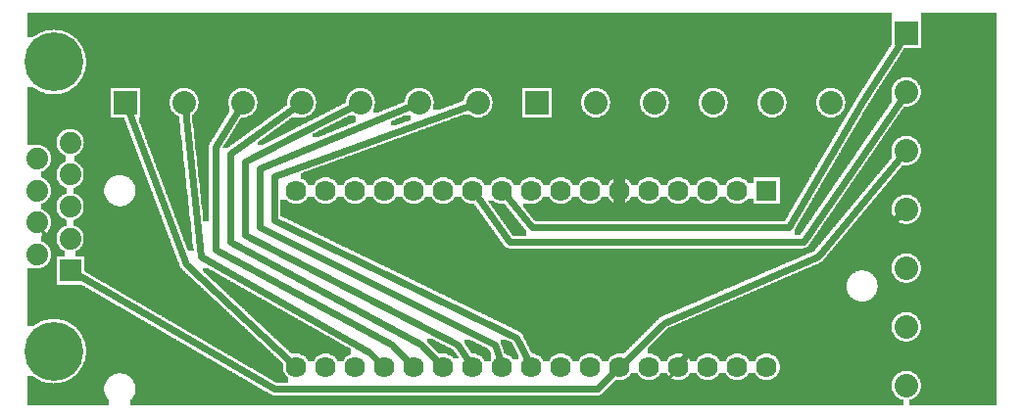
<source format=gtl>
G04 MADE WITH FRITZING*
G04 WWW.FRITZING.ORG*
G04 DOUBLE SIDED*
G04 HOLES PLATED*
G04 CONTOUR ON CENTER OF CONTOUR VECTOR*
%ASAXBY*%
%FSLAX23Y23*%
%MOIN*%
%OFA0B0*%
%SFA1.0B1.0*%
%ADD10C,0.070555*%
%ADD11C,0.070583*%
%ADD12C,0.080000*%
%ADD13C,0.074000*%
%ADD14C,0.200000*%
%ADD15C,0.075000*%
%ADD16R,0.070542X0.070570*%
%ADD17R,0.080000X0.080000*%
%ADD18C,0.012000*%
%ADD19C,0.024000*%
%ADD20R,0.001000X0.001000*%
%LNCOPPER1*%
G90*
G70*
G54D10*
X2553Y773D03*
X2453Y773D03*
X2353Y773D03*
X2253Y773D03*
X2153Y773D03*
X2053Y773D03*
X1953Y773D03*
X1853Y773D03*
X1753Y773D03*
G54D11*
X1653Y773D03*
X1553Y773D03*
X1453Y773D03*
G54D10*
X1353Y773D03*
X1253Y773D03*
G54D11*
X1153Y773D03*
X1053Y773D03*
X953Y773D03*
G54D10*
X2553Y173D03*
X2453Y173D03*
X2353Y173D03*
X2253Y173D03*
X2153Y173D03*
X2053Y173D03*
X1753Y173D03*
G54D11*
X1653Y173D03*
G54D10*
X1853Y173D03*
X1953Y173D03*
G54D11*
X1553Y173D03*
X1453Y173D03*
G54D10*
X1353Y173D03*
X1253Y173D03*
G54D11*
X1153Y173D03*
X1053Y173D03*
X953Y173D03*
G54D12*
X1771Y1073D03*
X1971Y1073D03*
X2171Y1073D03*
X2371Y1073D03*
X2571Y1073D03*
X2771Y1073D03*
X371Y1073D03*
X571Y1073D03*
X771Y1073D03*
X971Y1073D03*
X1171Y1073D03*
X1371Y1073D03*
X1571Y1073D03*
G54D13*
X184Y500D03*
X184Y609D03*
X184Y718D03*
X184Y827D03*
X184Y936D03*
X72Y555D03*
X72Y664D03*
X72Y773D03*
X72Y882D03*
G54D14*
X128Y226D03*
X128Y1211D03*
G54D13*
X184Y500D03*
X184Y609D03*
X184Y718D03*
X184Y827D03*
X184Y936D03*
X72Y555D03*
X72Y664D03*
X72Y773D03*
X72Y882D03*
G54D14*
X128Y226D03*
X128Y1211D03*
G54D12*
X3028Y1309D03*
X3028Y1109D03*
X3028Y909D03*
X3028Y709D03*
X3028Y509D03*
X3028Y309D03*
X3028Y109D03*
G54D15*
X966Y267D03*
X269Y1301D03*
G54D16*
X2553Y773D03*
G54D17*
X1771Y1073D03*
X371Y1073D03*
X3028Y1309D03*
G54D18*
X128Y572D02*
X83Y647D01*
D02*
X128Y447D02*
X128Y572D01*
D02*
X802Y48D02*
X128Y447D01*
D02*
X2153Y48D02*
X802Y48D01*
D02*
X2241Y158D02*
X2153Y48D01*
G54D19*
D02*
X878Y98D02*
X201Y490D01*
D02*
X1978Y98D02*
X878Y98D01*
D02*
X2040Y160D02*
X1978Y98D01*
D02*
X2204Y323D02*
X2066Y186D01*
D02*
X2727Y548D02*
X2204Y323D01*
D02*
X3015Y894D02*
X2727Y548D01*
D02*
X2303Y248D02*
X2263Y188D01*
D02*
X2753Y473D02*
X2303Y248D01*
D02*
X3013Y696D02*
X2753Y473D01*
D02*
X1678Y598D02*
X1564Y758D01*
D02*
X2677Y598D02*
X1678Y598D01*
D02*
X3017Y1093D02*
X2677Y598D01*
D02*
X1754Y648D02*
X1665Y758D01*
D02*
X2628Y648D02*
X1754Y648D01*
D02*
X2877Y1074D02*
X2628Y648D01*
D02*
X3017Y1292D02*
X2877Y1074D01*
D02*
X878Y673D02*
X1703Y273D01*
D02*
X1703Y273D02*
X1745Y189D01*
D02*
X878Y823D02*
X878Y673D01*
D02*
X1553Y1066D02*
X878Y823D01*
D02*
X828Y648D02*
X1628Y248D01*
D02*
X1628Y248D02*
X1647Y190D01*
D02*
X828Y848D02*
X828Y648D01*
D02*
X1353Y1065D02*
X828Y848D01*
D02*
X1503Y248D02*
X778Y623D01*
D02*
X778Y623D02*
X778Y873D01*
D02*
X1543Y188D02*
X1503Y248D01*
D02*
X778Y873D02*
X1154Y1064D01*
D02*
X728Y898D02*
X728Y598D01*
D02*
X728Y598D02*
X1378Y248D01*
D02*
X955Y1061D02*
X728Y898D01*
D02*
X1378Y248D02*
X1440Y186D01*
D02*
X678Y923D02*
X678Y573D01*
D02*
X678Y573D02*
X1278Y248D01*
D02*
X761Y1056D02*
X678Y923D01*
D02*
X1278Y248D02*
X1340Y186D01*
D02*
X628Y548D02*
X574Y1053D01*
D02*
X1203Y223D02*
X628Y548D01*
D02*
X1240Y186D02*
X1203Y223D01*
D02*
X578Y523D02*
X939Y185D01*
D02*
X378Y1054D02*
X578Y523D01*
G36*
X1322Y1029D02*
X1322Y1027D01*
X1316Y1027D01*
X1316Y1025D01*
X1312Y1025D01*
X1312Y1023D01*
X1308Y1023D01*
X1308Y1021D01*
X1302Y1021D01*
X1302Y1019D01*
X1298Y1019D01*
X1298Y1017D01*
X1292Y1017D01*
X1292Y1015D01*
X1288Y1015D01*
X1288Y1013D01*
X1284Y1013D01*
X1284Y1011D01*
X1278Y1011D01*
X1278Y1009D01*
X1274Y1009D01*
X1274Y995D01*
X1294Y995D01*
X1294Y997D01*
X1300Y997D01*
X1300Y999D01*
X1306Y999D01*
X1306Y1001D01*
X1312Y1001D01*
X1312Y1003D01*
X1316Y1003D01*
X1316Y1005D01*
X1322Y1005D01*
X1322Y1007D01*
X1328Y1007D01*
X1328Y1009D01*
X1334Y1009D01*
X1334Y1011D01*
X1338Y1011D01*
X1338Y1013D01*
X1342Y1013D01*
X1342Y1029D01*
X1322Y1029D01*
G37*
D02*
G36*
X1128Y1027D02*
X1128Y1025D01*
X1124Y1025D01*
X1124Y1023D01*
X1120Y1023D01*
X1120Y1021D01*
X1116Y1021D01*
X1116Y1019D01*
X1112Y1019D01*
X1112Y1017D01*
X1110Y1017D01*
X1110Y1015D01*
X1106Y1015D01*
X1106Y1013D01*
X1102Y1013D01*
X1102Y1011D01*
X1098Y1011D01*
X1098Y1009D01*
X1094Y1009D01*
X1094Y1007D01*
X1090Y1007D01*
X1090Y1005D01*
X1086Y1005D01*
X1086Y1003D01*
X1082Y1003D01*
X1082Y1001D01*
X1078Y1001D01*
X1078Y999D01*
X1074Y999D01*
X1074Y997D01*
X1070Y997D01*
X1070Y995D01*
X1066Y995D01*
X1066Y993D01*
X1062Y993D01*
X1062Y991D01*
X1058Y991D01*
X1058Y989D01*
X1054Y989D01*
X1054Y987D01*
X1050Y987D01*
X1050Y985D01*
X1046Y985D01*
X1046Y983D01*
X1042Y983D01*
X1042Y981D01*
X1038Y981D01*
X1038Y979D01*
X1034Y979D01*
X1034Y977D01*
X1030Y977D01*
X1030Y975D01*
X1026Y975D01*
X1026Y973D01*
X1022Y973D01*
X1022Y971D01*
X1018Y971D01*
X1018Y969D01*
X1014Y969D01*
X1014Y967D01*
X1010Y967D01*
X1010Y955D01*
X1032Y955D01*
X1032Y957D01*
X1038Y957D01*
X1038Y959D01*
X1042Y959D01*
X1042Y961D01*
X1048Y961D01*
X1048Y963D01*
X1052Y963D01*
X1052Y965D01*
X1056Y965D01*
X1056Y967D01*
X1062Y967D01*
X1062Y969D01*
X1066Y969D01*
X1066Y971D01*
X1072Y971D01*
X1072Y973D01*
X1076Y973D01*
X1076Y975D01*
X1082Y975D01*
X1082Y977D01*
X1086Y977D01*
X1086Y979D01*
X1090Y979D01*
X1090Y981D01*
X1096Y981D01*
X1096Y983D01*
X1100Y983D01*
X1100Y985D01*
X1106Y985D01*
X1106Y987D01*
X1110Y987D01*
X1110Y989D01*
X1114Y989D01*
X1114Y991D01*
X1120Y991D01*
X1120Y993D01*
X1124Y993D01*
X1124Y995D01*
X1130Y995D01*
X1130Y997D01*
X1134Y997D01*
X1134Y999D01*
X1140Y999D01*
X1140Y1001D01*
X1144Y1001D01*
X1144Y1003D01*
X1148Y1003D01*
X1148Y1005D01*
X1154Y1005D01*
X1154Y1025D01*
X1152Y1025D01*
X1152Y1027D01*
X1128Y1027D01*
G37*
D02*
G36*
X1604Y739D02*
X1604Y737D01*
X1606Y737D01*
X1606Y735D01*
X1608Y735D01*
X1608Y733D01*
X1610Y733D01*
X1610Y729D01*
X1612Y729D01*
X1612Y727D01*
X1614Y727D01*
X1614Y723D01*
X1616Y723D01*
X1616Y721D01*
X1618Y721D01*
X1618Y719D01*
X1620Y719D01*
X1620Y715D01*
X1622Y715D01*
X1622Y713D01*
X1624Y713D01*
X1624Y709D01*
X1626Y709D01*
X1626Y707D01*
X1628Y707D01*
X1628Y705D01*
X1630Y705D01*
X1630Y701D01*
X1632Y701D01*
X1632Y699D01*
X1634Y699D01*
X1634Y695D01*
X1636Y695D01*
X1636Y693D01*
X1638Y693D01*
X1638Y691D01*
X1640Y691D01*
X1640Y687D01*
X1642Y687D01*
X1642Y685D01*
X1644Y685D01*
X1644Y681D01*
X1646Y681D01*
X1646Y679D01*
X1648Y679D01*
X1648Y677D01*
X1650Y677D01*
X1650Y673D01*
X1652Y673D01*
X1652Y671D01*
X1654Y671D01*
X1654Y667D01*
X1656Y667D01*
X1656Y665D01*
X1658Y665D01*
X1658Y663D01*
X1660Y663D01*
X1660Y659D01*
X1662Y659D01*
X1662Y657D01*
X1664Y657D01*
X1664Y653D01*
X1666Y653D01*
X1666Y651D01*
X1668Y651D01*
X1668Y649D01*
X1670Y649D01*
X1670Y645D01*
X1672Y645D01*
X1672Y643D01*
X1674Y643D01*
X1674Y639D01*
X1676Y639D01*
X1676Y637D01*
X1678Y637D01*
X1678Y635D01*
X1680Y635D01*
X1680Y631D01*
X1682Y631D01*
X1682Y629D01*
X1684Y629D01*
X1684Y627D01*
X1686Y627D01*
X1686Y623D01*
X1688Y623D01*
X1688Y621D01*
X1690Y621D01*
X1690Y619D01*
X1734Y619D01*
X1734Y639D01*
X1732Y639D01*
X1732Y641D01*
X1730Y641D01*
X1730Y643D01*
X1728Y643D01*
X1728Y645D01*
X1726Y645D01*
X1726Y649D01*
X1724Y649D01*
X1724Y651D01*
X1722Y651D01*
X1722Y653D01*
X1720Y653D01*
X1720Y655D01*
X1718Y655D01*
X1718Y659D01*
X1716Y659D01*
X1716Y661D01*
X1714Y661D01*
X1714Y663D01*
X1712Y663D01*
X1712Y665D01*
X1710Y665D01*
X1710Y667D01*
X1708Y667D01*
X1708Y671D01*
X1706Y671D01*
X1706Y673D01*
X1704Y673D01*
X1704Y675D01*
X1702Y675D01*
X1702Y677D01*
X1700Y677D01*
X1700Y681D01*
X1698Y681D01*
X1698Y683D01*
X1696Y683D01*
X1696Y685D01*
X1694Y685D01*
X1694Y687D01*
X1692Y687D01*
X1692Y691D01*
X1690Y691D01*
X1690Y693D01*
X1688Y693D01*
X1688Y695D01*
X1686Y695D01*
X1686Y697D01*
X1684Y697D01*
X1684Y701D01*
X1682Y701D01*
X1682Y703D01*
X1680Y703D01*
X1680Y705D01*
X1678Y705D01*
X1678Y707D01*
X1676Y707D01*
X1676Y711D01*
X1674Y711D01*
X1674Y713D01*
X1672Y713D01*
X1672Y715D01*
X1670Y715D01*
X1670Y717D01*
X1668Y717D01*
X1668Y721D01*
X1666Y721D01*
X1666Y723D01*
X1664Y723D01*
X1664Y725D01*
X1662Y725D01*
X1662Y727D01*
X1644Y727D01*
X1644Y729D01*
X1638Y729D01*
X1638Y731D01*
X1632Y731D01*
X1632Y733D01*
X1630Y733D01*
X1630Y735D01*
X1626Y735D01*
X1626Y737D01*
X1624Y737D01*
X1624Y739D01*
X1604Y739D01*
G37*
D02*
G36*
X634Y507D02*
X634Y499D01*
X636Y499D01*
X636Y497D01*
X638Y497D01*
X638Y495D01*
X640Y495D01*
X640Y493D01*
X642Y493D01*
X642Y491D01*
X644Y491D01*
X644Y489D01*
X648Y489D01*
X648Y487D01*
X650Y487D01*
X650Y485D01*
X652Y485D01*
X652Y483D01*
X654Y483D01*
X654Y481D01*
X656Y481D01*
X656Y479D01*
X658Y479D01*
X658Y477D01*
X660Y477D01*
X660Y475D01*
X662Y475D01*
X662Y473D01*
X664Y473D01*
X664Y471D01*
X666Y471D01*
X666Y469D01*
X668Y469D01*
X668Y467D01*
X670Y467D01*
X670Y465D01*
X672Y465D01*
X672Y463D01*
X674Y463D01*
X674Y461D01*
X678Y461D01*
X678Y459D01*
X680Y459D01*
X680Y457D01*
X682Y457D01*
X682Y455D01*
X684Y455D01*
X684Y453D01*
X686Y453D01*
X686Y451D01*
X688Y451D01*
X688Y449D01*
X690Y449D01*
X690Y447D01*
X692Y447D01*
X692Y445D01*
X694Y445D01*
X694Y443D01*
X696Y443D01*
X696Y441D01*
X698Y441D01*
X698Y439D01*
X700Y439D01*
X700Y437D01*
X702Y437D01*
X702Y435D01*
X704Y435D01*
X704Y433D01*
X708Y433D01*
X708Y431D01*
X710Y431D01*
X710Y429D01*
X712Y429D01*
X712Y427D01*
X714Y427D01*
X714Y425D01*
X716Y425D01*
X716Y423D01*
X718Y423D01*
X718Y421D01*
X720Y421D01*
X720Y419D01*
X722Y419D01*
X722Y417D01*
X724Y417D01*
X724Y415D01*
X726Y415D01*
X726Y413D01*
X728Y413D01*
X728Y411D01*
X730Y411D01*
X730Y409D01*
X732Y409D01*
X732Y407D01*
X734Y407D01*
X734Y405D01*
X738Y405D01*
X738Y403D01*
X740Y403D01*
X740Y401D01*
X742Y401D01*
X742Y399D01*
X744Y399D01*
X744Y397D01*
X746Y397D01*
X746Y395D01*
X748Y395D01*
X748Y393D01*
X750Y393D01*
X750Y391D01*
X752Y391D01*
X752Y389D01*
X754Y389D01*
X754Y387D01*
X756Y387D01*
X756Y385D01*
X758Y385D01*
X758Y383D01*
X760Y383D01*
X760Y381D01*
X762Y381D01*
X762Y379D01*
X764Y379D01*
X764Y377D01*
X768Y377D01*
X768Y375D01*
X770Y375D01*
X770Y373D01*
X772Y373D01*
X772Y371D01*
X774Y371D01*
X774Y369D01*
X776Y369D01*
X776Y367D01*
X778Y367D01*
X778Y365D01*
X780Y365D01*
X780Y363D01*
X782Y363D01*
X782Y361D01*
X784Y361D01*
X784Y359D01*
X786Y359D01*
X786Y357D01*
X788Y357D01*
X788Y355D01*
X790Y355D01*
X790Y353D01*
X792Y353D01*
X792Y351D01*
X794Y351D01*
X794Y349D01*
X798Y349D01*
X798Y347D01*
X800Y347D01*
X800Y345D01*
X802Y345D01*
X802Y343D01*
X804Y343D01*
X804Y341D01*
X806Y341D01*
X806Y339D01*
X808Y339D01*
X808Y337D01*
X810Y337D01*
X810Y335D01*
X812Y335D01*
X812Y333D01*
X814Y333D01*
X814Y331D01*
X816Y331D01*
X816Y329D01*
X818Y329D01*
X818Y327D01*
X820Y327D01*
X820Y325D01*
X822Y325D01*
X822Y323D01*
X824Y323D01*
X824Y321D01*
X828Y321D01*
X828Y319D01*
X830Y319D01*
X830Y317D01*
X832Y317D01*
X832Y315D01*
X834Y315D01*
X834Y313D01*
X836Y313D01*
X836Y311D01*
X838Y311D01*
X838Y309D01*
X840Y309D01*
X840Y307D01*
X842Y307D01*
X842Y305D01*
X844Y305D01*
X844Y303D01*
X846Y303D01*
X846Y301D01*
X848Y301D01*
X848Y299D01*
X850Y299D01*
X850Y297D01*
X852Y297D01*
X852Y295D01*
X854Y295D01*
X854Y293D01*
X858Y293D01*
X858Y291D01*
X860Y291D01*
X860Y289D01*
X862Y289D01*
X862Y287D01*
X864Y287D01*
X864Y285D01*
X866Y285D01*
X866Y283D01*
X868Y283D01*
X868Y281D01*
X870Y281D01*
X870Y279D01*
X872Y279D01*
X872Y277D01*
X874Y277D01*
X874Y275D01*
X876Y275D01*
X876Y273D01*
X878Y273D01*
X878Y271D01*
X880Y271D01*
X880Y269D01*
X882Y269D01*
X882Y267D01*
X884Y267D01*
X884Y265D01*
X888Y265D01*
X888Y263D01*
X890Y263D01*
X890Y261D01*
X892Y261D01*
X892Y259D01*
X894Y259D01*
X894Y257D01*
X896Y257D01*
X896Y255D01*
X898Y255D01*
X898Y253D01*
X900Y253D01*
X900Y251D01*
X902Y251D01*
X902Y249D01*
X904Y249D01*
X904Y247D01*
X906Y247D01*
X906Y245D01*
X908Y245D01*
X908Y243D01*
X910Y243D01*
X910Y241D01*
X912Y241D01*
X912Y239D01*
X914Y239D01*
X914Y237D01*
X918Y237D01*
X918Y235D01*
X920Y235D01*
X920Y233D01*
X922Y233D01*
X922Y231D01*
X924Y231D01*
X924Y229D01*
X926Y229D01*
X926Y227D01*
X928Y227D01*
X928Y225D01*
X930Y225D01*
X930Y223D01*
X932Y223D01*
X932Y221D01*
X934Y221D01*
X934Y219D01*
X936Y219D01*
X936Y217D01*
X1064Y217D01*
X1064Y215D01*
X1070Y215D01*
X1070Y213D01*
X1074Y213D01*
X1074Y211D01*
X1078Y211D01*
X1078Y209D01*
X1080Y209D01*
X1080Y207D01*
X1084Y207D01*
X1084Y205D01*
X1086Y205D01*
X1086Y203D01*
X1088Y203D01*
X1088Y199D01*
X1090Y199D01*
X1090Y197D01*
X1092Y197D01*
X1092Y193D01*
X1114Y193D01*
X1114Y197D01*
X1116Y197D01*
X1116Y199D01*
X1118Y199D01*
X1118Y201D01*
X1120Y201D01*
X1120Y205D01*
X1122Y205D01*
X1122Y207D01*
X1126Y207D01*
X1126Y209D01*
X1128Y209D01*
X1128Y211D01*
X1132Y211D01*
X1132Y213D01*
X1136Y213D01*
X1136Y215D01*
X1138Y215D01*
X1138Y235D01*
X1134Y235D01*
X1134Y237D01*
X1130Y237D01*
X1130Y239D01*
X1128Y239D01*
X1128Y241D01*
X1124Y241D01*
X1124Y243D01*
X1120Y243D01*
X1120Y245D01*
X1116Y245D01*
X1116Y247D01*
X1114Y247D01*
X1114Y249D01*
X1110Y249D01*
X1110Y251D01*
X1106Y251D01*
X1106Y253D01*
X1102Y253D01*
X1102Y255D01*
X1098Y255D01*
X1098Y257D01*
X1096Y257D01*
X1096Y259D01*
X1092Y259D01*
X1092Y261D01*
X1088Y261D01*
X1088Y263D01*
X1084Y263D01*
X1084Y265D01*
X1082Y265D01*
X1082Y267D01*
X1078Y267D01*
X1078Y269D01*
X1074Y269D01*
X1074Y271D01*
X1070Y271D01*
X1070Y273D01*
X1068Y273D01*
X1068Y275D01*
X1064Y275D01*
X1064Y277D01*
X1060Y277D01*
X1060Y279D01*
X1056Y279D01*
X1056Y281D01*
X1052Y281D01*
X1052Y283D01*
X1050Y283D01*
X1050Y285D01*
X1046Y285D01*
X1046Y287D01*
X1042Y287D01*
X1042Y289D01*
X1038Y289D01*
X1038Y291D01*
X1036Y291D01*
X1036Y293D01*
X1032Y293D01*
X1032Y295D01*
X1028Y295D01*
X1028Y297D01*
X1024Y297D01*
X1024Y299D01*
X1022Y299D01*
X1022Y301D01*
X1018Y301D01*
X1018Y303D01*
X1014Y303D01*
X1014Y305D01*
X1010Y305D01*
X1010Y307D01*
X1006Y307D01*
X1006Y309D01*
X1004Y309D01*
X1004Y311D01*
X1000Y311D01*
X1000Y313D01*
X996Y313D01*
X996Y315D01*
X992Y315D01*
X992Y317D01*
X990Y317D01*
X990Y319D01*
X986Y319D01*
X986Y321D01*
X982Y321D01*
X982Y323D01*
X978Y323D01*
X978Y325D01*
X976Y325D01*
X976Y327D01*
X972Y327D01*
X972Y329D01*
X968Y329D01*
X968Y331D01*
X964Y331D01*
X964Y333D01*
X960Y333D01*
X960Y335D01*
X958Y335D01*
X958Y337D01*
X954Y337D01*
X954Y339D01*
X950Y339D01*
X950Y341D01*
X946Y341D01*
X946Y343D01*
X944Y343D01*
X944Y345D01*
X940Y345D01*
X940Y347D01*
X936Y347D01*
X936Y349D01*
X932Y349D01*
X932Y351D01*
X930Y351D01*
X930Y353D01*
X926Y353D01*
X926Y355D01*
X922Y355D01*
X922Y357D01*
X918Y357D01*
X918Y359D01*
X914Y359D01*
X914Y361D01*
X912Y361D01*
X912Y363D01*
X908Y363D01*
X908Y365D01*
X904Y365D01*
X904Y367D01*
X900Y367D01*
X900Y369D01*
X898Y369D01*
X898Y371D01*
X894Y371D01*
X894Y373D01*
X890Y373D01*
X890Y375D01*
X886Y375D01*
X886Y377D01*
X884Y377D01*
X884Y379D01*
X880Y379D01*
X880Y381D01*
X876Y381D01*
X876Y383D01*
X872Y383D01*
X872Y385D01*
X868Y385D01*
X868Y387D01*
X866Y387D01*
X866Y389D01*
X862Y389D01*
X862Y391D01*
X858Y391D01*
X858Y393D01*
X854Y393D01*
X854Y395D01*
X852Y395D01*
X852Y397D01*
X848Y397D01*
X848Y399D01*
X844Y399D01*
X844Y401D01*
X840Y401D01*
X840Y403D01*
X836Y403D01*
X836Y405D01*
X834Y405D01*
X834Y407D01*
X830Y407D01*
X830Y409D01*
X826Y409D01*
X826Y411D01*
X822Y411D01*
X822Y413D01*
X820Y413D01*
X820Y415D01*
X816Y415D01*
X816Y417D01*
X812Y417D01*
X812Y419D01*
X808Y419D01*
X808Y421D01*
X806Y421D01*
X806Y423D01*
X802Y423D01*
X802Y425D01*
X798Y425D01*
X798Y427D01*
X794Y427D01*
X794Y429D01*
X790Y429D01*
X790Y431D01*
X788Y431D01*
X788Y433D01*
X784Y433D01*
X784Y435D01*
X780Y435D01*
X780Y437D01*
X776Y437D01*
X776Y439D01*
X774Y439D01*
X774Y441D01*
X770Y441D01*
X770Y443D01*
X766Y443D01*
X766Y445D01*
X762Y445D01*
X762Y447D01*
X760Y447D01*
X760Y449D01*
X756Y449D01*
X756Y451D01*
X752Y451D01*
X752Y453D01*
X748Y453D01*
X748Y455D01*
X744Y455D01*
X744Y457D01*
X742Y457D01*
X742Y459D01*
X738Y459D01*
X738Y461D01*
X734Y461D01*
X734Y463D01*
X730Y463D01*
X730Y465D01*
X728Y465D01*
X728Y467D01*
X724Y467D01*
X724Y469D01*
X720Y469D01*
X720Y471D01*
X716Y471D01*
X716Y473D01*
X714Y473D01*
X714Y475D01*
X710Y475D01*
X710Y477D01*
X706Y477D01*
X706Y479D01*
X702Y479D01*
X702Y481D01*
X698Y481D01*
X698Y483D01*
X696Y483D01*
X696Y485D01*
X692Y485D01*
X692Y487D01*
X688Y487D01*
X688Y489D01*
X684Y489D01*
X684Y491D01*
X682Y491D01*
X682Y493D01*
X678Y493D01*
X678Y495D01*
X674Y495D01*
X674Y497D01*
X670Y497D01*
X670Y499D01*
X668Y499D01*
X668Y501D01*
X664Y501D01*
X664Y503D01*
X660Y503D01*
X660Y505D01*
X656Y505D01*
X656Y507D01*
X634Y507D01*
G37*
D02*
G36*
X964Y217D02*
X964Y215D01*
X970Y215D01*
X970Y213D01*
X974Y213D01*
X974Y211D01*
X978Y211D01*
X978Y209D01*
X980Y209D01*
X980Y207D01*
X984Y207D01*
X984Y205D01*
X986Y205D01*
X986Y203D01*
X988Y203D01*
X988Y199D01*
X990Y199D01*
X990Y197D01*
X992Y197D01*
X992Y193D01*
X1014Y193D01*
X1014Y197D01*
X1016Y197D01*
X1016Y199D01*
X1018Y199D01*
X1018Y201D01*
X1020Y201D01*
X1020Y205D01*
X1022Y205D01*
X1022Y207D01*
X1026Y207D01*
X1026Y209D01*
X1028Y209D01*
X1028Y211D01*
X1032Y211D01*
X1032Y213D01*
X1036Y213D01*
X1036Y215D01*
X1042Y215D01*
X1042Y217D01*
X964Y217D01*
G37*
D02*
G36*
X1398Y267D02*
X1398Y257D01*
X1400Y257D01*
X1400Y255D01*
X1402Y255D01*
X1402Y253D01*
X1404Y253D01*
X1404Y251D01*
X1406Y251D01*
X1406Y249D01*
X1408Y249D01*
X1408Y247D01*
X1410Y247D01*
X1410Y245D01*
X1412Y245D01*
X1412Y243D01*
X1414Y243D01*
X1414Y241D01*
X1416Y241D01*
X1416Y239D01*
X1418Y239D01*
X1418Y237D01*
X1420Y237D01*
X1420Y235D01*
X1422Y235D01*
X1422Y233D01*
X1424Y233D01*
X1424Y231D01*
X1426Y231D01*
X1426Y229D01*
X1428Y229D01*
X1428Y227D01*
X1430Y227D01*
X1430Y225D01*
X1432Y225D01*
X1432Y223D01*
X1434Y223D01*
X1434Y221D01*
X1436Y221D01*
X1436Y219D01*
X1438Y219D01*
X1438Y217D01*
X1464Y217D01*
X1464Y215D01*
X1470Y215D01*
X1470Y213D01*
X1474Y213D01*
X1474Y211D01*
X1478Y211D01*
X1478Y209D01*
X1480Y209D01*
X1480Y207D01*
X1484Y207D01*
X1484Y205D01*
X1486Y205D01*
X1486Y203D01*
X1506Y203D01*
X1506Y205D01*
X1504Y205D01*
X1504Y207D01*
X1502Y207D01*
X1502Y211D01*
X1500Y211D01*
X1500Y213D01*
X1498Y213D01*
X1498Y217D01*
X1496Y217D01*
X1496Y219D01*
X1494Y219D01*
X1494Y223D01*
X1492Y223D01*
X1492Y225D01*
X1490Y225D01*
X1490Y229D01*
X1488Y229D01*
X1488Y231D01*
X1484Y231D01*
X1484Y233D01*
X1482Y233D01*
X1482Y235D01*
X1478Y235D01*
X1478Y237D01*
X1474Y237D01*
X1474Y239D01*
X1470Y239D01*
X1470Y241D01*
X1466Y241D01*
X1466Y243D01*
X1462Y243D01*
X1462Y245D01*
X1458Y245D01*
X1458Y247D01*
X1454Y247D01*
X1454Y249D01*
X1450Y249D01*
X1450Y251D01*
X1446Y251D01*
X1446Y253D01*
X1442Y253D01*
X1442Y255D01*
X1438Y255D01*
X1438Y257D01*
X1434Y257D01*
X1434Y259D01*
X1430Y259D01*
X1430Y261D01*
X1426Y261D01*
X1426Y263D01*
X1424Y263D01*
X1424Y265D01*
X1420Y265D01*
X1420Y267D01*
X1398Y267D01*
G37*
D02*
G36*
X1524Y265D02*
X1524Y255D01*
X1526Y255D01*
X1526Y251D01*
X1528Y251D01*
X1528Y249D01*
X1530Y249D01*
X1530Y245D01*
X1532Y245D01*
X1532Y243D01*
X1534Y243D01*
X1534Y239D01*
X1536Y239D01*
X1536Y237D01*
X1538Y237D01*
X1538Y233D01*
X1540Y233D01*
X1540Y231D01*
X1542Y231D01*
X1542Y227D01*
X1544Y227D01*
X1544Y225D01*
X1546Y225D01*
X1546Y221D01*
X1548Y221D01*
X1548Y219D01*
X1550Y219D01*
X1550Y217D01*
X1564Y217D01*
X1564Y215D01*
X1570Y215D01*
X1570Y213D01*
X1574Y213D01*
X1574Y211D01*
X1578Y211D01*
X1578Y209D01*
X1580Y209D01*
X1580Y207D01*
X1584Y207D01*
X1584Y205D01*
X1586Y205D01*
X1586Y203D01*
X1588Y203D01*
X1588Y199D01*
X1590Y199D01*
X1590Y197D01*
X1592Y197D01*
X1592Y193D01*
X1614Y193D01*
X1614Y197D01*
X1616Y197D01*
X1616Y217D01*
X1614Y217D01*
X1614Y223D01*
X1612Y223D01*
X1612Y229D01*
X1610Y229D01*
X1610Y233D01*
X1606Y233D01*
X1606Y235D01*
X1602Y235D01*
X1602Y237D01*
X1598Y237D01*
X1598Y239D01*
X1594Y239D01*
X1594Y241D01*
X1590Y241D01*
X1590Y243D01*
X1586Y243D01*
X1586Y245D01*
X1582Y245D01*
X1582Y247D01*
X1578Y247D01*
X1578Y249D01*
X1574Y249D01*
X1574Y251D01*
X1570Y251D01*
X1570Y253D01*
X1566Y253D01*
X1566Y255D01*
X1562Y255D01*
X1562Y257D01*
X1558Y257D01*
X1558Y259D01*
X1554Y259D01*
X1554Y261D01*
X1550Y261D01*
X1550Y263D01*
X1546Y263D01*
X1546Y265D01*
X1524Y265D01*
G37*
D02*
G36*
X1648Y265D02*
X1648Y255D01*
X1650Y255D01*
X1650Y249D01*
X1652Y249D01*
X1652Y243D01*
X1654Y243D01*
X1654Y237D01*
X1656Y237D01*
X1656Y231D01*
X1658Y231D01*
X1658Y225D01*
X1660Y225D01*
X1660Y219D01*
X1662Y219D01*
X1662Y217D01*
X1664Y217D01*
X1664Y215D01*
X1670Y215D01*
X1670Y213D01*
X1674Y213D01*
X1674Y211D01*
X1678Y211D01*
X1678Y209D01*
X1680Y209D01*
X1680Y207D01*
X1684Y207D01*
X1684Y205D01*
X1686Y205D01*
X1686Y203D01*
X1688Y203D01*
X1688Y199D01*
X1690Y199D01*
X1690Y197D01*
X1710Y197D01*
X1710Y211D01*
X1708Y211D01*
X1708Y215D01*
X1706Y215D01*
X1706Y219D01*
X1704Y219D01*
X1704Y223D01*
X1702Y223D01*
X1702Y227D01*
X1700Y227D01*
X1700Y231D01*
X1698Y231D01*
X1698Y235D01*
X1696Y235D01*
X1696Y239D01*
X1694Y239D01*
X1694Y243D01*
X1692Y243D01*
X1692Y247D01*
X1690Y247D01*
X1690Y251D01*
X1688Y251D01*
X1688Y255D01*
X1686Y255D01*
X1686Y257D01*
X1682Y257D01*
X1682Y259D01*
X1678Y259D01*
X1678Y261D01*
X1674Y261D01*
X1674Y263D01*
X1670Y263D01*
X1670Y265D01*
X1648Y265D01*
G37*
D02*
G36*
X40Y1377D02*
X40Y1321D01*
X132Y1321D01*
X132Y1319D01*
X150Y1319D01*
X150Y1317D01*
X158Y1317D01*
X158Y1315D01*
X164Y1315D01*
X164Y1313D01*
X170Y1313D01*
X170Y1311D01*
X174Y1311D01*
X174Y1309D01*
X178Y1309D01*
X178Y1307D01*
X182Y1307D01*
X182Y1305D01*
X186Y1305D01*
X186Y1303D01*
X188Y1303D01*
X188Y1301D01*
X192Y1301D01*
X192Y1299D01*
X194Y1299D01*
X194Y1297D01*
X196Y1297D01*
X196Y1295D01*
X200Y1295D01*
X200Y1293D01*
X202Y1293D01*
X202Y1291D01*
X204Y1291D01*
X204Y1289D01*
X206Y1289D01*
X206Y1287D01*
X208Y1287D01*
X208Y1285D01*
X210Y1285D01*
X210Y1283D01*
X212Y1283D01*
X212Y1279D01*
X214Y1279D01*
X214Y1277D01*
X216Y1277D01*
X216Y1275D01*
X218Y1275D01*
X218Y1271D01*
X220Y1271D01*
X220Y1269D01*
X222Y1269D01*
X222Y1265D01*
X224Y1265D01*
X224Y1263D01*
X226Y1263D01*
X226Y1259D01*
X228Y1259D01*
X228Y1253D01*
X230Y1253D01*
X230Y1249D01*
X232Y1249D01*
X232Y1243D01*
X234Y1243D01*
X234Y1235D01*
X236Y1235D01*
X236Y1225D01*
X238Y1225D01*
X238Y1195D01*
X236Y1195D01*
X236Y1185D01*
X234Y1185D01*
X234Y1177D01*
X232Y1177D01*
X232Y1171D01*
X230Y1171D01*
X230Y1167D01*
X228Y1167D01*
X228Y1163D01*
X226Y1163D01*
X226Y1159D01*
X224Y1159D01*
X224Y1155D01*
X222Y1155D01*
X222Y1151D01*
X220Y1151D01*
X220Y1149D01*
X218Y1149D01*
X218Y1145D01*
X216Y1145D01*
X216Y1143D01*
X214Y1143D01*
X214Y1141D01*
X212Y1141D01*
X212Y1139D01*
X210Y1139D01*
X210Y1135D01*
X208Y1135D01*
X208Y1133D01*
X206Y1133D01*
X206Y1131D01*
X204Y1131D01*
X204Y1129D01*
X200Y1129D01*
X200Y1127D01*
X198Y1127D01*
X198Y1125D01*
X196Y1125D01*
X196Y1123D01*
X2776Y1123D01*
X2776Y1121D01*
X2786Y1121D01*
X2786Y1119D01*
X2792Y1119D01*
X2792Y1117D01*
X2796Y1117D01*
X2796Y1115D01*
X2798Y1115D01*
X2798Y1113D01*
X2802Y1113D01*
X2802Y1111D01*
X2804Y1111D01*
X2804Y1109D01*
X2806Y1109D01*
X2806Y1107D01*
X2808Y1107D01*
X2808Y1105D01*
X2810Y1105D01*
X2810Y1103D01*
X2812Y1103D01*
X2812Y1099D01*
X2814Y1099D01*
X2814Y1097D01*
X2816Y1097D01*
X2816Y1093D01*
X2818Y1093D01*
X2818Y1087D01*
X2820Y1087D01*
X2820Y1077D01*
X2822Y1077D01*
X2822Y1067D01*
X2820Y1067D01*
X2820Y1057D01*
X2818Y1057D01*
X2818Y1053D01*
X2816Y1053D01*
X2816Y1049D01*
X2814Y1049D01*
X2814Y1045D01*
X2812Y1045D01*
X2812Y1043D01*
X2810Y1043D01*
X2810Y1039D01*
X2808Y1039D01*
X2808Y1037D01*
X2806Y1037D01*
X2806Y1035D01*
X2804Y1035D01*
X2804Y1033D01*
X2800Y1033D01*
X2800Y1031D01*
X2798Y1031D01*
X2798Y1029D01*
X2794Y1029D01*
X2794Y1027D01*
X2790Y1027D01*
X2790Y1025D01*
X2784Y1025D01*
X2784Y1023D01*
X2822Y1023D01*
X2822Y1025D01*
X2824Y1025D01*
X2824Y1029D01*
X2826Y1029D01*
X2826Y1031D01*
X2828Y1031D01*
X2828Y1035D01*
X2830Y1035D01*
X2830Y1039D01*
X2832Y1039D01*
X2832Y1041D01*
X2834Y1041D01*
X2834Y1045D01*
X2836Y1045D01*
X2836Y1049D01*
X2838Y1049D01*
X2838Y1051D01*
X2840Y1051D01*
X2840Y1055D01*
X2842Y1055D01*
X2842Y1059D01*
X2844Y1059D01*
X2844Y1063D01*
X2846Y1063D01*
X2846Y1065D01*
X2848Y1065D01*
X2848Y1069D01*
X2850Y1069D01*
X2850Y1073D01*
X2852Y1073D01*
X2852Y1075D01*
X2854Y1075D01*
X2854Y1079D01*
X2856Y1079D01*
X2856Y1083D01*
X2858Y1083D01*
X2858Y1087D01*
X2860Y1087D01*
X2860Y1089D01*
X2862Y1089D01*
X2862Y1093D01*
X2864Y1093D01*
X2864Y1095D01*
X2866Y1095D01*
X2866Y1099D01*
X2868Y1099D01*
X2868Y1101D01*
X2870Y1101D01*
X2870Y1105D01*
X2872Y1105D01*
X2872Y1107D01*
X2874Y1107D01*
X2874Y1111D01*
X2876Y1111D01*
X2876Y1115D01*
X2878Y1115D01*
X2878Y1117D01*
X2880Y1117D01*
X2880Y1121D01*
X2882Y1121D01*
X2882Y1123D01*
X2884Y1123D01*
X2884Y1127D01*
X2886Y1127D01*
X2886Y1129D01*
X2888Y1129D01*
X2888Y1133D01*
X2890Y1133D01*
X2890Y1135D01*
X2892Y1135D01*
X2892Y1139D01*
X2894Y1139D01*
X2894Y1143D01*
X2896Y1143D01*
X2896Y1145D01*
X2898Y1145D01*
X2898Y1149D01*
X2900Y1149D01*
X2900Y1151D01*
X2902Y1151D01*
X2902Y1155D01*
X2904Y1155D01*
X2904Y1157D01*
X2906Y1157D01*
X2906Y1161D01*
X2908Y1161D01*
X2908Y1163D01*
X2910Y1163D01*
X2910Y1167D01*
X2912Y1167D01*
X2912Y1171D01*
X2914Y1171D01*
X2914Y1173D01*
X2916Y1173D01*
X2916Y1177D01*
X2918Y1177D01*
X2918Y1179D01*
X2920Y1179D01*
X2920Y1183D01*
X2922Y1183D01*
X2922Y1185D01*
X2924Y1185D01*
X2924Y1189D01*
X2926Y1189D01*
X2926Y1193D01*
X2928Y1193D01*
X2928Y1195D01*
X2930Y1195D01*
X2930Y1199D01*
X2932Y1199D01*
X2932Y1201D01*
X2934Y1201D01*
X2934Y1205D01*
X2936Y1205D01*
X2936Y1207D01*
X2938Y1207D01*
X2938Y1211D01*
X2940Y1211D01*
X2940Y1213D01*
X2942Y1213D01*
X2942Y1217D01*
X2944Y1217D01*
X2944Y1221D01*
X2946Y1221D01*
X2946Y1223D01*
X2948Y1223D01*
X2948Y1227D01*
X2950Y1227D01*
X2950Y1229D01*
X2952Y1229D01*
X2952Y1233D01*
X2954Y1233D01*
X2954Y1235D01*
X2956Y1235D01*
X2956Y1239D01*
X2958Y1239D01*
X2958Y1241D01*
X2960Y1241D01*
X2960Y1245D01*
X2962Y1245D01*
X2962Y1249D01*
X2964Y1249D01*
X2964Y1251D01*
X2966Y1251D01*
X2966Y1255D01*
X2968Y1255D01*
X2968Y1257D01*
X2970Y1257D01*
X2970Y1261D01*
X2972Y1261D01*
X2972Y1263D01*
X2974Y1263D01*
X2974Y1267D01*
X2976Y1267D01*
X2976Y1269D01*
X2978Y1269D01*
X2978Y1377D01*
X40Y1377D01*
G37*
D02*
G36*
X3078Y1377D02*
X3078Y1259D01*
X3022Y1259D01*
X3022Y1257D01*
X3020Y1257D01*
X3020Y1253D01*
X3018Y1253D01*
X3018Y1251D01*
X3016Y1251D01*
X3016Y1247D01*
X3014Y1247D01*
X3014Y1245D01*
X3012Y1245D01*
X3012Y1241D01*
X3010Y1241D01*
X3010Y1239D01*
X3008Y1239D01*
X3008Y1235D01*
X3006Y1235D01*
X3006Y1233D01*
X3004Y1233D01*
X3004Y1229D01*
X3002Y1229D01*
X3002Y1225D01*
X3000Y1225D01*
X3000Y1223D01*
X2998Y1223D01*
X2998Y1219D01*
X2996Y1219D01*
X2996Y1217D01*
X2994Y1217D01*
X2994Y1213D01*
X2992Y1213D01*
X2992Y1211D01*
X2990Y1211D01*
X2990Y1207D01*
X2988Y1207D01*
X2988Y1205D01*
X2986Y1205D01*
X2986Y1201D01*
X2984Y1201D01*
X2984Y1197D01*
X2982Y1197D01*
X2982Y1195D01*
X2980Y1195D01*
X2980Y1191D01*
X2978Y1191D01*
X2978Y1189D01*
X2976Y1189D01*
X2976Y1185D01*
X2974Y1185D01*
X2974Y1183D01*
X2972Y1183D01*
X2972Y1179D01*
X2970Y1179D01*
X2970Y1177D01*
X2968Y1177D01*
X2968Y1173D01*
X2966Y1173D01*
X2966Y1169D01*
X2964Y1169D01*
X2964Y1167D01*
X2962Y1167D01*
X2962Y1163D01*
X2960Y1163D01*
X2960Y1161D01*
X2958Y1161D01*
X2958Y1159D01*
X3036Y1159D01*
X3036Y1157D01*
X3044Y1157D01*
X3044Y1155D01*
X3048Y1155D01*
X3048Y1153D01*
X3052Y1153D01*
X3052Y1151D01*
X3056Y1151D01*
X3056Y1149D01*
X3058Y1149D01*
X3058Y1147D01*
X3062Y1147D01*
X3062Y1145D01*
X3064Y1145D01*
X3064Y1143D01*
X3066Y1143D01*
X3066Y1139D01*
X3068Y1139D01*
X3068Y1137D01*
X3070Y1137D01*
X3070Y1133D01*
X3072Y1133D01*
X3072Y1131D01*
X3074Y1131D01*
X3074Y1125D01*
X3076Y1125D01*
X3076Y1119D01*
X3078Y1119D01*
X3078Y1099D01*
X3076Y1099D01*
X3076Y1091D01*
X3074Y1091D01*
X3074Y1087D01*
X3072Y1087D01*
X3072Y1083D01*
X3070Y1083D01*
X3070Y1081D01*
X3068Y1081D01*
X3068Y1077D01*
X3066Y1077D01*
X3066Y1075D01*
X3064Y1075D01*
X3064Y1073D01*
X3062Y1073D01*
X3062Y1071D01*
X3060Y1071D01*
X3060Y1069D01*
X3056Y1069D01*
X3056Y1067D01*
X3054Y1067D01*
X3054Y1065D01*
X3050Y1065D01*
X3050Y1063D01*
X3046Y1063D01*
X3046Y1061D01*
X3038Y1061D01*
X3038Y1059D01*
X3020Y1059D01*
X3020Y1057D01*
X3018Y1057D01*
X3018Y1053D01*
X3016Y1053D01*
X3016Y1051D01*
X3014Y1051D01*
X3014Y1047D01*
X3012Y1047D01*
X3012Y1045D01*
X3010Y1045D01*
X3010Y1043D01*
X3008Y1043D01*
X3008Y1039D01*
X3006Y1039D01*
X3006Y1037D01*
X3004Y1037D01*
X3004Y1033D01*
X3002Y1033D01*
X3002Y1031D01*
X3000Y1031D01*
X3000Y1027D01*
X2998Y1027D01*
X2998Y1025D01*
X2996Y1025D01*
X2996Y1021D01*
X2994Y1021D01*
X2994Y1019D01*
X2992Y1019D01*
X2992Y1015D01*
X2990Y1015D01*
X2990Y1013D01*
X2988Y1013D01*
X2988Y1011D01*
X2986Y1011D01*
X2986Y1007D01*
X2984Y1007D01*
X2984Y1005D01*
X2982Y1005D01*
X2982Y1001D01*
X2980Y1001D01*
X2980Y999D01*
X2978Y999D01*
X2978Y995D01*
X2976Y995D01*
X2976Y993D01*
X2974Y993D01*
X2974Y989D01*
X2972Y989D01*
X2972Y987D01*
X2970Y987D01*
X2970Y983D01*
X2968Y983D01*
X2968Y981D01*
X2966Y981D01*
X2966Y977D01*
X2964Y977D01*
X2964Y975D01*
X2962Y975D01*
X2962Y973D01*
X2960Y973D01*
X2960Y969D01*
X2958Y969D01*
X2958Y967D01*
X2956Y967D01*
X2956Y963D01*
X2954Y963D01*
X2954Y961D01*
X2952Y961D01*
X2952Y959D01*
X3036Y959D01*
X3036Y957D01*
X3044Y957D01*
X3044Y955D01*
X3048Y955D01*
X3048Y953D01*
X3052Y953D01*
X3052Y951D01*
X3056Y951D01*
X3056Y949D01*
X3058Y949D01*
X3058Y947D01*
X3062Y947D01*
X3062Y945D01*
X3064Y945D01*
X3064Y943D01*
X3066Y943D01*
X3066Y939D01*
X3068Y939D01*
X3068Y937D01*
X3070Y937D01*
X3070Y933D01*
X3072Y933D01*
X3072Y931D01*
X3074Y931D01*
X3074Y925D01*
X3076Y925D01*
X3076Y919D01*
X3078Y919D01*
X3078Y899D01*
X3076Y899D01*
X3076Y891D01*
X3074Y891D01*
X3074Y887D01*
X3072Y887D01*
X3072Y883D01*
X3070Y883D01*
X3070Y881D01*
X3068Y881D01*
X3068Y877D01*
X3066Y877D01*
X3066Y875D01*
X3064Y875D01*
X3064Y873D01*
X3062Y873D01*
X3062Y871D01*
X3060Y871D01*
X3060Y869D01*
X3056Y869D01*
X3056Y867D01*
X3054Y867D01*
X3054Y865D01*
X3050Y865D01*
X3050Y863D01*
X3046Y863D01*
X3046Y861D01*
X3038Y861D01*
X3038Y859D01*
X3014Y859D01*
X3014Y857D01*
X3012Y857D01*
X3012Y853D01*
X3010Y853D01*
X3010Y851D01*
X3008Y851D01*
X3008Y849D01*
X3006Y849D01*
X3006Y847D01*
X3004Y847D01*
X3004Y845D01*
X3002Y845D01*
X3002Y841D01*
X3000Y841D01*
X3000Y839D01*
X2998Y839D01*
X2998Y837D01*
X2996Y837D01*
X2996Y835D01*
X2994Y835D01*
X2994Y833D01*
X2992Y833D01*
X2992Y829D01*
X2990Y829D01*
X2990Y827D01*
X2988Y827D01*
X2988Y825D01*
X2986Y825D01*
X2986Y823D01*
X2984Y823D01*
X2984Y821D01*
X2982Y821D01*
X2982Y817D01*
X2980Y817D01*
X2980Y815D01*
X2978Y815D01*
X2978Y813D01*
X2976Y813D01*
X2976Y811D01*
X2974Y811D01*
X2974Y809D01*
X2972Y809D01*
X2972Y805D01*
X2970Y805D01*
X2970Y803D01*
X2968Y803D01*
X2968Y801D01*
X2966Y801D01*
X2966Y799D01*
X2964Y799D01*
X2964Y797D01*
X2962Y797D01*
X2962Y793D01*
X2960Y793D01*
X2960Y791D01*
X2958Y791D01*
X2958Y789D01*
X2956Y789D01*
X2956Y787D01*
X2954Y787D01*
X2954Y785D01*
X2952Y785D01*
X2952Y781D01*
X2950Y781D01*
X2950Y779D01*
X2948Y779D01*
X2948Y777D01*
X2946Y777D01*
X2946Y775D01*
X2944Y775D01*
X2944Y773D01*
X2942Y773D01*
X2942Y769D01*
X2940Y769D01*
X2940Y767D01*
X2938Y767D01*
X2938Y765D01*
X2936Y765D01*
X2936Y763D01*
X2934Y763D01*
X2934Y761D01*
X2932Y761D01*
X2932Y759D01*
X3036Y759D01*
X3036Y757D01*
X3044Y757D01*
X3044Y755D01*
X3048Y755D01*
X3048Y753D01*
X3052Y753D01*
X3052Y751D01*
X3056Y751D01*
X3056Y749D01*
X3058Y749D01*
X3058Y747D01*
X3062Y747D01*
X3062Y745D01*
X3064Y745D01*
X3064Y743D01*
X3066Y743D01*
X3066Y739D01*
X3068Y739D01*
X3068Y737D01*
X3070Y737D01*
X3070Y733D01*
X3072Y733D01*
X3072Y731D01*
X3074Y731D01*
X3074Y725D01*
X3076Y725D01*
X3076Y719D01*
X3078Y719D01*
X3078Y699D01*
X3076Y699D01*
X3076Y691D01*
X3074Y691D01*
X3074Y687D01*
X3072Y687D01*
X3072Y683D01*
X3070Y683D01*
X3070Y681D01*
X3068Y681D01*
X3068Y677D01*
X3066Y677D01*
X3066Y675D01*
X3064Y675D01*
X3064Y673D01*
X3062Y673D01*
X3062Y671D01*
X3060Y671D01*
X3060Y669D01*
X3056Y669D01*
X3056Y667D01*
X3054Y667D01*
X3054Y665D01*
X3050Y665D01*
X3050Y663D01*
X3046Y663D01*
X3046Y661D01*
X3038Y661D01*
X3038Y659D01*
X3334Y659D01*
X3334Y1377D01*
X3078Y1377D01*
G37*
D02*
G36*
X40Y1321D02*
X40Y1295D01*
X60Y1295D01*
X60Y1297D01*
X62Y1297D01*
X62Y1299D01*
X64Y1299D01*
X64Y1301D01*
X68Y1301D01*
X68Y1303D01*
X72Y1303D01*
X72Y1305D01*
X74Y1305D01*
X74Y1307D01*
X78Y1307D01*
X78Y1309D01*
X82Y1309D01*
X82Y1311D01*
X86Y1311D01*
X86Y1313D01*
X92Y1313D01*
X92Y1315D01*
X98Y1315D01*
X98Y1317D01*
X108Y1317D01*
X108Y1319D01*
X124Y1319D01*
X124Y1321D01*
X40Y1321D01*
G37*
D02*
G36*
X2958Y1159D02*
X2958Y1157D01*
X2956Y1157D01*
X2956Y1155D01*
X2954Y1155D01*
X2954Y1151D01*
X2952Y1151D01*
X2952Y1147D01*
X2950Y1147D01*
X2950Y1145D01*
X2948Y1145D01*
X2948Y1141D01*
X2946Y1141D01*
X2946Y1139D01*
X2944Y1139D01*
X2944Y1135D01*
X2942Y1135D01*
X2942Y1133D01*
X2940Y1133D01*
X2940Y1129D01*
X2938Y1129D01*
X2938Y1127D01*
X2936Y1127D01*
X2936Y1123D01*
X2934Y1123D01*
X2934Y1119D01*
X2932Y1119D01*
X2932Y1117D01*
X2930Y1117D01*
X2930Y1113D01*
X2928Y1113D01*
X2928Y1111D01*
X2926Y1111D01*
X2926Y1107D01*
X2924Y1107D01*
X2924Y1105D01*
X2922Y1105D01*
X2922Y1101D01*
X2920Y1101D01*
X2920Y1099D01*
X2918Y1099D01*
X2918Y1095D01*
X2916Y1095D01*
X2916Y1091D01*
X2914Y1091D01*
X2914Y1089D01*
X2912Y1089D01*
X2912Y1085D01*
X2910Y1085D01*
X2910Y1083D01*
X2908Y1083D01*
X2908Y1079D01*
X2906Y1079D01*
X2906Y1077D01*
X2904Y1077D01*
X2904Y1073D01*
X2902Y1073D01*
X2902Y1071D01*
X2900Y1071D01*
X2900Y1067D01*
X2898Y1067D01*
X2898Y1063D01*
X2896Y1063D01*
X2896Y1061D01*
X2894Y1061D01*
X2894Y1057D01*
X2892Y1057D01*
X2892Y1053D01*
X2890Y1053D01*
X2890Y1051D01*
X2888Y1051D01*
X2888Y1047D01*
X2886Y1047D01*
X2886Y1043D01*
X2884Y1043D01*
X2884Y1041D01*
X2882Y1041D01*
X2882Y1037D01*
X2880Y1037D01*
X2880Y1033D01*
X2878Y1033D01*
X2878Y1029D01*
X2876Y1029D01*
X2876Y1027D01*
X2874Y1027D01*
X2874Y1023D01*
X2872Y1023D01*
X2872Y1019D01*
X2870Y1019D01*
X2870Y1017D01*
X2868Y1017D01*
X2868Y1013D01*
X2866Y1013D01*
X2866Y1009D01*
X2864Y1009D01*
X2864Y1005D01*
X2862Y1005D01*
X2862Y1003D01*
X2860Y1003D01*
X2860Y999D01*
X2858Y999D01*
X2858Y995D01*
X2856Y995D01*
X2856Y993D01*
X2854Y993D01*
X2854Y989D01*
X2852Y989D01*
X2852Y985D01*
X2850Y985D01*
X2850Y981D01*
X2848Y981D01*
X2848Y979D01*
X2846Y979D01*
X2846Y975D01*
X2844Y975D01*
X2844Y971D01*
X2842Y971D01*
X2842Y969D01*
X2840Y969D01*
X2840Y965D01*
X2838Y965D01*
X2838Y961D01*
X2836Y961D01*
X2836Y959D01*
X2834Y959D01*
X2834Y955D01*
X2832Y955D01*
X2832Y951D01*
X2830Y951D01*
X2830Y947D01*
X2828Y947D01*
X2828Y945D01*
X2826Y945D01*
X2826Y941D01*
X2824Y941D01*
X2824Y937D01*
X2822Y937D01*
X2822Y935D01*
X2820Y935D01*
X2820Y931D01*
X2818Y931D01*
X2818Y927D01*
X2816Y927D01*
X2816Y923D01*
X2814Y923D01*
X2814Y921D01*
X2812Y921D01*
X2812Y917D01*
X2810Y917D01*
X2810Y913D01*
X2808Y913D01*
X2808Y911D01*
X2806Y911D01*
X2806Y907D01*
X2804Y907D01*
X2804Y903D01*
X2802Y903D01*
X2802Y901D01*
X2800Y901D01*
X2800Y897D01*
X2798Y897D01*
X2798Y893D01*
X2796Y893D01*
X2796Y889D01*
X2794Y889D01*
X2794Y887D01*
X2792Y887D01*
X2792Y883D01*
X2790Y883D01*
X2790Y879D01*
X2788Y879D01*
X2788Y877D01*
X2786Y877D01*
X2786Y873D01*
X2784Y873D01*
X2784Y869D01*
X2782Y869D01*
X2782Y865D01*
X2780Y865D01*
X2780Y863D01*
X2778Y863D01*
X2778Y859D01*
X2776Y859D01*
X2776Y855D01*
X2774Y855D01*
X2774Y853D01*
X2772Y853D01*
X2772Y849D01*
X2770Y849D01*
X2770Y845D01*
X2768Y845D01*
X2768Y841D01*
X2766Y841D01*
X2766Y839D01*
X2764Y839D01*
X2764Y835D01*
X2762Y835D01*
X2762Y831D01*
X2760Y831D01*
X2760Y829D01*
X2758Y829D01*
X2758Y825D01*
X2756Y825D01*
X2756Y821D01*
X2754Y821D01*
X2754Y819D01*
X2752Y819D01*
X2752Y815D01*
X2750Y815D01*
X2750Y811D01*
X2748Y811D01*
X2748Y807D01*
X2746Y807D01*
X2746Y805D01*
X2744Y805D01*
X2744Y801D01*
X2742Y801D01*
X2742Y797D01*
X2740Y797D01*
X2740Y795D01*
X2738Y795D01*
X2738Y791D01*
X2736Y791D01*
X2736Y787D01*
X2734Y787D01*
X2734Y783D01*
X2732Y783D01*
X2732Y781D01*
X2730Y781D01*
X2730Y777D01*
X2728Y777D01*
X2728Y773D01*
X2726Y773D01*
X2726Y771D01*
X2724Y771D01*
X2724Y767D01*
X2722Y767D01*
X2722Y763D01*
X2720Y763D01*
X2720Y759D01*
X2718Y759D01*
X2718Y757D01*
X2716Y757D01*
X2716Y753D01*
X2714Y753D01*
X2714Y749D01*
X2712Y749D01*
X2712Y747D01*
X2710Y747D01*
X2710Y743D01*
X2708Y743D01*
X2708Y739D01*
X2706Y739D01*
X2706Y737D01*
X2704Y737D01*
X2704Y733D01*
X2702Y733D01*
X2702Y729D01*
X2700Y729D01*
X2700Y725D01*
X2698Y725D01*
X2698Y723D01*
X2696Y723D01*
X2696Y719D01*
X2694Y719D01*
X2694Y715D01*
X2692Y715D01*
X2692Y713D01*
X2690Y713D01*
X2690Y709D01*
X2688Y709D01*
X2688Y705D01*
X2686Y705D01*
X2686Y701D01*
X2684Y701D01*
X2684Y699D01*
X2682Y699D01*
X2682Y695D01*
X2680Y695D01*
X2680Y691D01*
X2678Y691D01*
X2678Y689D01*
X2676Y689D01*
X2676Y685D01*
X2674Y685D01*
X2674Y681D01*
X2672Y681D01*
X2672Y677D01*
X2670Y677D01*
X2670Y675D01*
X2668Y675D01*
X2668Y671D01*
X2666Y671D01*
X2666Y667D01*
X2664Y667D01*
X2664Y665D01*
X2662Y665D01*
X2662Y661D01*
X2660Y661D01*
X2660Y657D01*
X2658Y657D01*
X2658Y655D01*
X2656Y655D01*
X2656Y651D01*
X2654Y651D01*
X2654Y647D01*
X2652Y647D01*
X2652Y643D01*
X2650Y643D01*
X2650Y641D01*
X2648Y641D01*
X2648Y621D01*
X2668Y621D01*
X2668Y625D01*
X2670Y625D01*
X2670Y627D01*
X2672Y627D01*
X2672Y631D01*
X2674Y631D01*
X2674Y633D01*
X2676Y633D01*
X2676Y635D01*
X2678Y635D01*
X2678Y639D01*
X2680Y639D01*
X2680Y641D01*
X2682Y641D01*
X2682Y645D01*
X2684Y645D01*
X2684Y647D01*
X2686Y647D01*
X2686Y651D01*
X2688Y651D01*
X2688Y653D01*
X2690Y653D01*
X2690Y657D01*
X2692Y657D01*
X2692Y659D01*
X2694Y659D01*
X2694Y663D01*
X2696Y663D01*
X2696Y665D01*
X2698Y665D01*
X2698Y667D01*
X2700Y667D01*
X2700Y671D01*
X2702Y671D01*
X2702Y673D01*
X2704Y673D01*
X2704Y677D01*
X2706Y677D01*
X2706Y679D01*
X2708Y679D01*
X2708Y683D01*
X2710Y683D01*
X2710Y685D01*
X2712Y685D01*
X2712Y689D01*
X2714Y689D01*
X2714Y691D01*
X2716Y691D01*
X2716Y695D01*
X2718Y695D01*
X2718Y697D01*
X2720Y697D01*
X2720Y701D01*
X2722Y701D01*
X2722Y703D01*
X2724Y703D01*
X2724Y705D01*
X2726Y705D01*
X2726Y709D01*
X2728Y709D01*
X2728Y711D01*
X2730Y711D01*
X2730Y715D01*
X2732Y715D01*
X2732Y717D01*
X2734Y717D01*
X2734Y721D01*
X2736Y721D01*
X2736Y723D01*
X2738Y723D01*
X2738Y727D01*
X2740Y727D01*
X2740Y729D01*
X2742Y729D01*
X2742Y733D01*
X2744Y733D01*
X2744Y735D01*
X2746Y735D01*
X2746Y737D01*
X2748Y737D01*
X2748Y741D01*
X2750Y741D01*
X2750Y743D01*
X2752Y743D01*
X2752Y747D01*
X2754Y747D01*
X2754Y749D01*
X2756Y749D01*
X2756Y753D01*
X2758Y753D01*
X2758Y755D01*
X2760Y755D01*
X2760Y759D01*
X2762Y759D01*
X2762Y761D01*
X2764Y761D01*
X2764Y765D01*
X2766Y765D01*
X2766Y767D01*
X2768Y767D01*
X2768Y771D01*
X2770Y771D01*
X2770Y773D01*
X2772Y773D01*
X2772Y775D01*
X2774Y775D01*
X2774Y779D01*
X2776Y779D01*
X2776Y781D01*
X2778Y781D01*
X2778Y785D01*
X2780Y785D01*
X2780Y787D01*
X2782Y787D01*
X2782Y791D01*
X2784Y791D01*
X2784Y793D01*
X2786Y793D01*
X2786Y797D01*
X2788Y797D01*
X2788Y799D01*
X2790Y799D01*
X2790Y803D01*
X2792Y803D01*
X2792Y805D01*
X2794Y805D01*
X2794Y807D01*
X2796Y807D01*
X2796Y811D01*
X2798Y811D01*
X2798Y813D01*
X2800Y813D01*
X2800Y817D01*
X2802Y817D01*
X2802Y819D01*
X2804Y819D01*
X2804Y823D01*
X2806Y823D01*
X2806Y825D01*
X2808Y825D01*
X2808Y829D01*
X2810Y829D01*
X2810Y831D01*
X2812Y831D01*
X2812Y835D01*
X2814Y835D01*
X2814Y837D01*
X2816Y837D01*
X2816Y841D01*
X2818Y841D01*
X2818Y843D01*
X2820Y843D01*
X2820Y845D01*
X2822Y845D01*
X2822Y849D01*
X2824Y849D01*
X2824Y851D01*
X2826Y851D01*
X2826Y855D01*
X2828Y855D01*
X2828Y857D01*
X2830Y857D01*
X2830Y861D01*
X2832Y861D01*
X2832Y863D01*
X2834Y863D01*
X2834Y867D01*
X2836Y867D01*
X2836Y869D01*
X2838Y869D01*
X2838Y873D01*
X2840Y873D01*
X2840Y875D01*
X2842Y875D01*
X2842Y877D01*
X2844Y877D01*
X2844Y881D01*
X2846Y881D01*
X2846Y883D01*
X2848Y883D01*
X2848Y887D01*
X2850Y887D01*
X2850Y889D01*
X2852Y889D01*
X2852Y893D01*
X2854Y893D01*
X2854Y895D01*
X2856Y895D01*
X2856Y899D01*
X2858Y899D01*
X2858Y901D01*
X2860Y901D01*
X2860Y905D01*
X2862Y905D01*
X2862Y907D01*
X2864Y907D01*
X2864Y909D01*
X2866Y909D01*
X2866Y913D01*
X2868Y913D01*
X2868Y915D01*
X2870Y915D01*
X2870Y919D01*
X2872Y919D01*
X2872Y921D01*
X2874Y921D01*
X2874Y925D01*
X2876Y925D01*
X2876Y927D01*
X2878Y927D01*
X2878Y931D01*
X2880Y931D01*
X2880Y933D01*
X2882Y933D01*
X2882Y937D01*
X2884Y937D01*
X2884Y939D01*
X2886Y939D01*
X2886Y943D01*
X2888Y943D01*
X2888Y945D01*
X2890Y945D01*
X2890Y947D01*
X2892Y947D01*
X2892Y951D01*
X2894Y951D01*
X2894Y953D01*
X2896Y953D01*
X2896Y957D01*
X2898Y957D01*
X2898Y959D01*
X2900Y959D01*
X2900Y963D01*
X2902Y963D01*
X2902Y965D01*
X2904Y965D01*
X2904Y969D01*
X2906Y969D01*
X2906Y971D01*
X2908Y971D01*
X2908Y975D01*
X2910Y975D01*
X2910Y977D01*
X2912Y977D01*
X2912Y979D01*
X2914Y979D01*
X2914Y983D01*
X2916Y983D01*
X2916Y985D01*
X2918Y985D01*
X2918Y989D01*
X2920Y989D01*
X2920Y991D01*
X2922Y991D01*
X2922Y995D01*
X2924Y995D01*
X2924Y997D01*
X2926Y997D01*
X2926Y1001D01*
X2928Y1001D01*
X2928Y1003D01*
X2930Y1003D01*
X2930Y1007D01*
X2932Y1007D01*
X2932Y1009D01*
X2934Y1009D01*
X2934Y1013D01*
X2936Y1013D01*
X2936Y1015D01*
X2938Y1015D01*
X2938Y1017D01*
X2940Y1017D01*
X2940Y1021D01*
X2942Y1021D01*
X2942Y1023D01*
X2944Y1023D01*
X2944Y1027D01*
X2946Y1027D01*
X2946Y1029D01*
X2948Y1029D01*
X2948Y1033D01*
X2950Y1033D01*
X2950Y1035D01*
X2952Y1035D01*
X2952Y1039D01*
X2954Y1039D01*
X2954Y1041D01*
X2956Y1041D01*
X2956Y1045D01*
X2958Y1045D01*
X2958Y1047D01*
X2960Y1047D01*
X2960Y1049D01*
X2962Y1049D01*
X2962Y1053D01*
X2964Y1053D01*
X2964Y1055D01*
X2966Y1055D01*
X2966Y1059D01*
X2968Y1059D01*
X2968Y1061D01*
X2970Y1061D01*
X2970Y1065D01*
X2972Y1065D01*
X2972Y1067D01*
X2974Y1067D01*
X2974Y1071D01*
X2976Y1071D01*
X2976Y1073D01*
X2978Y1073D01*
X2978Y1077D01*
X2980Y1077D01*
X2980Y1099D01*
X2978Y1099D01*
X2978Y1117D01*
X2980Y1117D01*
X2980Y1125D01*
X2982Y1125D01*
X2982Y1131D01*
X2984Y1131D01*
X2984Y1133D01*
X2986Y1133D01*
X2986Y1137D01*
X2988Y1137D01*
X2988Y1139D01*
X2990Y1139D01*
X2990Y1143D01*
X2992Y1143D01*
X2992Y1145D01*
X2994Y1145D01*
X2994Y1147D01*
X2998Y1147D01*
X2998Y1149D01*
X3000Y1149D01*
X3000Y1151D01*
X3004Y1151D01*
X3004Y1153D01*
X3008Y1153D01*
X3008Y1155D01*
X3012Y1155D01*
X3012Y1157D01*
X3020Y1157D01*
X3020Y1159D01*
X2958Y1159D01*
G37*
D02*
G36*
X40Y1125D02*
X40Y1101D01*
X110Y1101D01*
X110Y1103D01*
X100Y1103D01*
X100Y1105D01*
X94Y1105D01*
X94Y1107D01*
X88Y1107D01*
X88Y1109D01*
X82Y1109D01*
X82Y1111D01*
X78Y1111D01*
X78Y1113D01*
X74Y1113D01*
X74Y1115D01*
X72Y1115D01*
X72Y1117D01*
X68Y1117D01*
X68Y1119D01*
X66Y1119D01*
X66Y1121D01*
X62Y1121D01*
X62Y1123D01*
X60Y1123D01*
X60Y1125D01*
X40Y1125D01*
G37*
D02*
G36*
X194Y1123D02*
X194Y1121D01*
X190Y1121D01*
X190Y1119D01*
X188Y1119D01*
X188Y1117D01*
X184Y1117D01*
X184Y1115D01*
X182Y1115D01*
X182Y1113D01*
X178Y1113D01*
X178Y1111D01*
X174Y1111D01*
X174Y1109D01*
X168Y1109D01*
X168Y1107D01*
X164Y1107D01*
X164Y1105D01*
X156Y1105D01*
X156Y1103D01*
X146Y1103D01*
X146Y1101D01*
X322Y1101D01*
X322Y1123D01*
X194Y1123D01*
G37*
D02*
G36*
X420Y1123D02*
X420Y1121D01*
X422Y1121D01*
X422Y1023D01*
X420Y1023D01*
X420Y1003D01*
X422Y1003D01*
X422Y997D01*
X424Y997D01*
X424Y993D01*
X426Y993D01*
X426Y987D01*
X428Y987D01*
X428Y981D01*
X430Y981D01*
X430Y977D01*
X432Y977D01*
X432Y971D01*
X434Y971D01*
X434Y965D01*
X436Y965D01*
X436Y961D01*
X438Y961D01*
X438Y955D01*
X440Y955D01*
X440Y949D01*
X442Y949D01*
X442Y945D01*
X444Y945D01*
X444Y939D01*
X446Y939D01*
X446Y933D01*
X448Y933D01*
X448Y929D01*
X450Y929D01*
X450Y923D01*
X452Y923D01*
X452Y917D01*
X454Y917D01*
X454Y913D01*
X456Y913D01*
X456Y907D01*
X458Y907D01*
X458Y901D01*
X460Y901D01*
X460Y897D01*
X462Y897D01*
X462Y891D01*
X464Y891D01*
X464Y885D01*
X466Y885D01*
X466Y881D01*
X468Y881D01*
X468Y875D01*
X470Y875D01*
X470Y869D01*
X472Y869D01*
X472Y865D01*
X474Y865D01*
X474Y859D01*
X476Y859D01*
X476Y853D01*
X478Y853D01*
X478Y849D01*
X480Y849D01*
X480Y843D01*
X482Y843D01*
X482Y837D01*
X484Y837D01*
X484Y833D01*
X486Y833D01*
X486Y827D01*
X488Y827D01*
X488Y821D01*
X490Y821D01*
X490Y817D01*
X492Y817D01*
X492Y811D01*
X494Y811D01*
X494Y805D01*
X496Y805D01*
X496Y801D01*
X498Y801D01*
X498Y795D01*
X500Y795D01*
X500Y791D01*
X502Y791D01*
X502Y785D01*
X504Y785D01*
X504Y779D01*
X506Y779D01*
X506Y775D01*
X508Y775D01*
X508Y769D01*
X510Y769D01*
X510Y763D01*
X512Y763D01*
X512Y759D01*
X514Y759D01*
X514Y753D01*
X516Y753D01*
X516Y747D01*
X518Y747D01*
X518Y743D01*
X520Y743D01*
X520Y737D01*
X522Y737D01*
X522Y731D01*
X524Y731D01*
X524Y727D01*
X526Y727D01*
X526Y721D01*
X528Y721D01*
X528Y715D01*
X530Y715D01*
X530Y711D01*
X532Y711D01*
X532Y705D01*
X534Y705D01*
X534Y699D01*
X536Y699D01*
X536Y695D01*
X538Y695D01*
X538Y689D01*
X540Y689D01*
X540Y683D01*
X542Y683D01*
X542Y679D01*
X544Y679D01*
X544Y673D01*
X546Y673D01*
X546Y667D01*
X548Y667D01*
X548Y663D01*
X550Y663D01*
X550Y657D01*
X552Y657D01*
X552Y651D01*
X554Y651D01*
X554Y647D01*
X556Y647D01*
X556Y641D01*
X558Y641D01*
X558Y635D01*
X560Y635D01*
X560Y631D01*
X562Y631D01*
X562Y625D01*
X564Y625D01*
X564Y619D01*
X566Y619D01*
X566Y615D01*
X568Y615D01*
X568Y609D01*
X570Y609D01*
X570Y603D01*
X572Y603D01*
X572Y599D01*
X574Y599D01*
X574Y593D01*
X576Y593D01*
X576Y587D01*
X578Y587D01*
X578Y583D01*
X580Y583D01*
X580Y577D01*
X582Y577D01*
X582Y571D01*
X584Y571D01*
X584Y567D01*
X604Y567D01*
X604Y575D01*
X602Y575D01*
X602Y593D01*
X600Y593D01*
X600Y611D01*
X598Y611D01*
X598Y631D01*
X596Y631D01*
X596Y649D01*
X594Y649D01*
X594Y667D01*
X592Y667D01*
X592Y685D01*
X590Y685D01*
X590Y705D01*
X588Y705D01*
X588Y723D01*
X586Y723D01*
X586Y741D01*
X584Y741D01*
X584Y759D01*
X582Y759D01*
X582Y779D01*
X580Y779D01*
X580Y797D01*
X578Y797D01*
X578Y815D01*
X576Y815D01*
X576Y833D01*
X574Y833D01*
X574Y853D01*
X572Y853D01*
X572Y871D01*
X570Y871D01*
X570Y889D01*
X568Y889D01*
X568Y907D01*
X566Y907D01*
X566Y927D01*
X564Y927D01*
X564Y945D01*
X562Y945D01*
X562Y963D01*
X560Y963D01*
X560Y983D01*
X558Y983D01*
X558Y1001D01*
X556Y1001D01*
X556Y1019D01*
X554Y1019D01*
X554Y1025D01*
X552Y1025D01*
X552Y1027D01*
X548Y1027D01*
X548Y1029D01*
X546Y1029D01*
X546Y1031D01*
X542Y1031D01*
X542Y1033D01*
X540Y1033D01*
X540Y1035D01*
X538Y1035D01*
X538Y1037D01*
X536Y1037D01*
X536Y1039D01*
X534Y1039D01*
X534Y1041D01*
X532Y1041D01*
X532Y1043D01*
X530Y1043D01*
X530Y1047D01*
X528Y1047D01*
X528Y1049D01*
X526Y1049D01*
X526Y1053D01*
X524Y1053D01*
X524Y1061D01*
X522Y1061D01*
X522Y1085D01*
X524Y1085D01*
X524Y1091D01*
X526Y1091D01*
X526Y1095D01*
X528Y1095D01*
X528Y1099D01*
X530Y1099D01*
X530Y1101D01*
X532Y1101D01*
X532Y1105D01*
X534Y1105D01*
X534Y1107D01*
X536Y1107D01*
X536Y1109D01*
X538Y1109D01*
X538Y1111D01*
X542Y1111D01*
X542Y1113D01*
X544Y1113D01*
X544Y1115D01*
X548Y1115D01*
X548Y1117D01*
X552Y1117D01*
X552Y1119D01*
X556Y1119D01*
X556Y1121D01*
X566Y1121D01*
X566Y1123D01*
X420Y1123D01*
G37*
D02*
G36*
X576Y1123D02*
X576Y1121D01*
X586Y1121D01*
X586Y1119D01*
X592Y1119D01*
X592Y1117D01*
X596Y1117D01*
X596Y1115D01*
X598Y1115D01*
X598Y1113D01*
X602Y1113D01*
X602Y1111D01*
X604Y1111D01*
X604Y1109D01*
X606Y1109D01*
X606Y1107D01*
X608Y1107D01*
X608Y1105D01*
X610Y1105D01*
X610Y1103D01*
X612Y1103D01*
X612Y1099D01*
X614Y1099D01*
X614Y1097D01*
X616Y1097D01*
X616Y1093D01*
X618Y1093D01*
X618Y1087D01*
X620Y1087D01*
X620Y1077D01*
X622Y1077D01*
X622Y1067D01*
X620Y1067D01*
X620Y1057D01*
X618Y1057D01*
X618Y1053D01*
X616Y1053D01*
X616Y1049D01*
X614Y1049D01*
X614Y1045D01*
X612Y1045D01*
X612Y1043D01*
X610Y1043D01*
X610Y1039D01*
X608Y1039D01*
X608Y1037D01*
X606Y1037D01*
X606Y1035D01*
X604Y1035D01*
X604Y1033D01*
X600Y1033D01*
X600Y1003D01*
X602Y1003D01*
X602Y985D01*
X604Y985D01*
X604Y967D01*
X606Y967D01*
X606Y947D01*
X608Y947D01*
X608Y929D01*
X610Y929D01*
X610Y911D01*
X612Y911D01*
X612Y891D01*
X614Y891D01*
X614Y873D01*
X616Y873D01*
X616Y855D01*
X618Y855D01*
X618Y837D01*
X620Y837D01*
X620Y817D01*
X622Y817D01*
X622Y799D01*
X624Y799D01*
X624Y781D01*
X626Y781D01*
X626Y763D01*
X628Y763D01*
X628Y743D01*
X630Y743D01*
X630Y725D01*
X632Y725D01*
X632Y707D01*
X634Y707D01*
X634Y689D01*
X636Y689D01*
X636Y669D01*
X656Y669D01*
X656Y929D01*
X658Y929D01*
X658Y933D01*
X660Y933D01*
X660Y937D01*
X662Y937D01*
X662Y939D01*
X664Y939D01*
X664Y943D01*
X666Y943D01*
X666Y947D01*
X668Y947D01*
X668Y949D01*
X670Y949D01*
X670Y953D01*
X672Y953D01*
X672Y955D01*
X674Y955D01*
X674Y959D01*
X676Y959D01*
X676Y963D01*
X678Y963D01*
X678Y965D01*
X680Y965D01*
X680Y969D01*
X682Y969D01*
X682Y971D01*
X684Y971D01*
X684Y975D01*
X686Y975D01*
X686Y979D01*
X688Y979D01*
X688Y981D01*
X690Y981D01*
X690Y985D01*
X692Y985D01*
X692Y989D01*
X694Y989D01*
X694Y991D01*
X696Y991D01*
X696Y995D01*
X698Y995D01*
X698Y997D01*
X700Y997D01*
X700Y1001D01*
X702Y1001D01*
X702Y1005D01*
X704Y1005D01*
X704Y1007D01*
X706Y1007D01*
X706Y1011D01*
X708Y1011D01*
X708Y1013D01*
X710Y1013D01*
X710Y1017D01*
X712Y1017D01*
X712Y1021D01*
X714Y1021D01*
X714Y1023D01*
X716Y1023D01*
X716Y1027D01*
X718Y1027D01*
X718Y1029D01*
X720Y1029D01*
X720Y1033D01*
X722Y1033D01*
X722Y1037D01*
X724Y1037D01*
X724Y1061D01*
X722Y1061D01*
X722Y1085D01*
X724Y1085D01*
X724Y1091D01*
X726Y1091D01*
X726Y1095D01*
X728Y1095D01*
X728Y1099D01*
X730Y1099D01*
X730Y1101D01*
X732Y1101D01*
X732Y1105D01*
X734Y1105D01*
X734Y1107D01*
X736Y1107D01*
X736Y1109D01*
X738Y1109D01*
X738Y1111D01*
X742Y1111D01*
X742Y1113D01*
X744Y1113D01*
X744Y1115D01*
X748Y1115D01*
X748Y1117D01*
X752Y1117D01*
X752Y1119D01*
X756Y1119D01*
X756Y1121D01*
X766Y1121D01*
X766Y1123D01*
X576Y1123D01*
G37*
D02*
G36*
X776Y1123D02*
X776Y1121D01*
X786Y1121D01*
X786Y1119D01*
X792Y1119D01*
X792Y1117D01*
X796Y1117D01*
X796Y1115D01*
X798Y1115D01*
X798Y1113D01*
X802Y1113D01*
X802Y1111D01*
X804Y1111D01*
X804Y1109D01*
X806Y1109D01*
X806Y1107D01*
X808Y1107D01*
X808Y1105D01*
X810Y1105D01*
X810Y1103D01*
X812Y1103D01*
X812Y1099D01*
X814Y1099D01*
X814Y1097D01*
X816Y1097D01*
X816Y1093D01*
X818Y1093D01*
X818Y1087D01*
X820Y1087D01*
X820Y1077D01*
X822Y1077D01*
X822Y1067D01*
X820Y1067D01*
X820Y1057D01*
X818Y1057D01*
X818Y1053D01*
X816Y1053D01*
X816Y1049D01*
X814Y1049D01*
X814Y1045D01*
X812Y1045D01*
X812Y1043D01*
X810Y1043D01*
X810Y1039D01*
X808Y1039D01*
X808Y1037D01*
X806Y1037D01*
X806Y1035D01*
X804Y1035D01*
X804Y1033D01*
X800Y1033D01*
X800Y1031D01*
X798Y1031D01*
X798Y1029D01*
X794Y1029D01*
X794Y1027D01*
X790Y1027D01*
X790Y1025D01*
X784Y1025D01*
X784Y1023D01*
X766Y1023D01*
X766Y1021D01*
X764Y1021D01*
X764Y1017D01*
X762Y1017D01*
X762Y1015D01*
X760Y1015D01*
X760Y1011D01*
X758Y1011D01*
X758Y1007D01*
X756Y1007D01*
X756Y1005D01*
X754Y1005D01*
X754Y1001D01*
X752Y1001D01*
X752Y997D01*
X750Y997D01*
X750Y995D01*
X748Y995D01*
X748Y991D01*
X746Y991D01*
X746Y989D01*
X744Y989D01*
X744Y985D01*
X742Y985D01*
X742Y981D01*
X740Y981D01*
X740Y979D01*
X738Y979D01*
X738Y975D01*
X736Y975D01*
X736Y973D01*
X734Y973D01*
X734Y969D01*
X732Y969D01*
X732Y965D01*
X730Y965D01*
X730Y963D01*
X728Y963D01*
X728Y959D01*
X726Y959D01*
X726Y957D01*
X724Y957D01*
X724Y953D01*
X722Y953D01*
X722Y949D01*
X720Y949D01*
X720Y947D01*
X718Y947D01*
X718Y943D01*
X716Y943D01*
X716Y941D01*
X714Y941D01*
X714Y937D01*
X712Y937D01*
X712Y933D01*
X710Y933D01*
X710Y931D01*
X708Y931D01*
X708Y927D01*
X706Y927D01*
X706Y925D01*
X704Y925D01*
X704Y921D01*
X702Y921D01*
X702Y919D01*
X722Y919D01*
X722Y921D01*
X724Y921D01*
X724Y923D01*
X728Y923D01*
X728Y925D01*
X730Y925D01*
X730Y927D01*
X732Y927D01*
X732Y929D01*
X736Y929D01*
X736Y931D01*
X738Y931D01*
X738Y933D01*
X742Y933D01*
X742Y935D01*
X744Y935D01*
X744Y937D01*
X746Y937D01*
X746Y939D01*
X750Y939D01*
X750Y941D01*
X752Y941D01*
X752Y943D01*
X756Y943D01*
X756Y945D01*
X758Y945D01*
X758Y947D01*
X760Y947D01*
X760Y949D01*
X764Y949D01*
X764Y951D01*
X766Y951D01*
X766Y953D01*
X770Y953D01*
X770Y955D01*
X772Y955D01*
X772Y957D01*
X774Y957D01*
X774Y959D01*
X778Y959D01*
X778Y961D01*
X780Y961D01*
X780Y963D01*
X782Y963D01*
X782Y965D01*
X786Y965D01*
X786Y967D01*
X788Y967D01*
X788Y969D01*
X792Y969D01*
X792Y971D01*
X794Y971D01*
X794Y973D01*
X796Y973D01*
X796Y975D01*
X800Y975D01*
X800Y977D01*
X802Y977D01*
X802Y979D01*
X806Y979D01*
X806Y981D01*
X808Y981D01*
X808Y983D01*
X810Y983D01*
X810Y985D01*
X814Y985D01*
X814Y987D01*
X816Y987D01*
X816Y989D01*
X820Y989D01*
X820Y991D01*
X822Y991D01*
X822Y993D01*
X824Y993D01*
X824Y995D01*
X828Y995D01*
X828Y997D01*
X830Y997D01*
X830Y999D01*
X834Y999D01*
X834Y1001D01*
X836Y1001D01*
X836Y1003D01*
X838Y1003D01*
X838Y1005D01*
X842Y1005D01*
X842Y1007D01*
X844Y1007D01*
X844Y1009D01*
X846Y1009D01*
X846Y1011D01*
X850Y1011D01*
X850Y1013D01*
X852Y1013D01*
X852Y1015D01*
X856Y1015D01*
X856Y1017D01*
X858Y1017D01*
X858Y1019D01*
X860Y1019D01*
X860Y1021D01*
X864Y1021D01*
X864Y1023D01*
X866Y1023D01*
X866Y1025D01*
X870Y1025D01*
X870Y1027D01*
X872Y1027D01*
X872Y1029D01*
X874Y1029D01*
X874Y1031D01*
X878Y1031D01*
X878Y1033D01*
X880Y1033D01*
X880Y1035D01*
X884Y1035D01*
X884Y1037D01*
X886Y1037D01*
X886Y1039D01*
X888Y1039D01*
X888Y1041D01*
X892Y1041D01*
X892Y1043D01*
X894Y1043D01*
X894Y1045D01*
X898Y1045D01*
X898Y1047D01*
X900Y1047D01*
X900Y1049D01*
X902Y1049D01*
X902Y1051D01*
X906Y1051D01*
X906Y1053D01*
X908Y1053D01*
X908Y1055D01*
X910Y1055D01*
X910Y1057D01*
X914Y1057D01*
X914Y1059D01*
X916Y1059D01*
X916Y1061D01*
X920Y1061D01*
X920Y1063D01*
X922Y1063D01*
X922Y1085D01*
X924Y1085D01*
X924Y1091D01*
X926Y1091D01*
X926Y1095D01*
X928Y1095D01*
X928Y1099D01*
X930Y1099D01*
X930Y1101D01*
X932Y1101D01*
X932Y1105D01*
X934Y1105D01*
X934Y1107D01*
X936Y1107D01*
X936Y1109D01*
X938Y1109D01*
X938Y1111D01*
X942Y1111D01*
X942Y1113D01*
X944Y1113D01*
X944Y1115D01*
X948Y1115D01*
X948Y1117D01*
X952Y1117D01*
X952Y1119D01*
X956Y1119D01*
X956Y1121D01*
X966Y1121D01*
X966Y1123D01*
X776Y1123D01*
G37*
D02*
G36*
X976Y1123D02*
X976Y1121D01*
X986Y1121D01*
X986Y1119D01*
X992Y1119D01*
X992Y1117D01*
X996Y1117D01*
X996Y1115D01*
X998Y1115D01*
X998Y1113D01*
X1002Y1113D01*
X1002Y1111D01*
X1004Y1111D01*
X1004Y1109D01*
X1006Y1109D01*
X1006Y1107D01*
X1008Y1107D01*
X1008Y1105D01*
X1010Y1105D01*
X1010Y1103D01*
X1012Y1103D01*
X1012Y1099D01*
X1014Y1099D01*
X1014Y1097D01*
X1016Y1097D01*
X1016Y1093D01*
X1018Y1093D01*
X1018Y1087D01*
X1020Y1087D01*
X1020Y1077D01*
X1022Y1077D01*
X1022Y1067D01*
X1020Y1067D01*
X1020Y1057D01*
X1018Y1057D01*
X1018Y1053D01*
X1016Y1053D01*
X1016Y1049D01*
X1014Y1049D01*
X1014Y1045D01*
X1012Y1045D01*
X1012Y1043D01*
X1010Y1043D01*
X1010Y1039D01*
X1008Y1039D01*
X1008Y1037D01*
X1006Y1037D01*
X1006Y1035D01*
X1004Y1035D01*
X1004Y1033D01*
X1000Y1033D01*
X1000Y1031D01*
X998Y1031D01*
X998Y1029D01*
X994Y1029D01*
X994Y1027D01*
X990Y1027D01*
X990Y1025D01*
X984Y1025D01*
X984Y1023D01*
X940Y1023D01*
X940Y1021D01*
X936Y1021D01*
X936Y1019D01*
X934Y1019D01*
X934Y1017D01*
X930Y1017D01*
X930Y1015D01*
X928Y1015D01*
X928Y1013D01*
X926Y1013D01*
X926Y1011D01*
X922Y1011D01*
X922Y1009D01*
X920Y1009D01*
X920Y1007D01*
X916Y1007D01*
X916Y1005D01*
X914Y1005D01*
X914Y1003D01*
X912Y1003D01*
X912Y1001D01*
X908Y1001D01*
X908Y999D01*
X906Y999D01*
X906Y997D01*
X902Y997D01*
X902Y995D01*
X900Y995D01*
X900Y993D01*
X898Y993D01*
X898Y991D01*
X894Y991D01*
X894Y989D01*
X892Y989D01*
X892Y987D01*
X888Y987D01*
X888Y985D01*
X886Y985D01*
X886Y983D01*
X884Y983D01*
X884Y981D01*
X880Y981D01*
X880Y979D01*
X878Y979D01*
X878Y977D01*
X876Y977D01*
X876Y975D01*
X872Y975D01*
X872Y973D01*
X870Y973D01*
X870Y971D01*
X866Y971D01*
X866Y969D01*
X864Y969D01*
X864Y967D01*
X862Y967D01*
X862Y965D01*
X858Y965D01*
X858Y963D01*
X856Y963D01*
X856Y961D01*
X852Y961D01*
X852Y959D01*
X850Y959D01*
X850Y957D01*
X848Y957D01*
X848Y955D01*
X844Y955D01*
X844Y953D01*
X842Y953D01*
X842Y951D01*
X838Y951D01*
X838Y949D01*
X836Y949D01*
X836Y947D01*
X834Y947D01*
X834Y945D01*
X830Y945D01*
X830Y943D01*
X828Y943D01*
X828Y941D01*
X824Y941D01*
X824Y939D01*
X822Y939D01*
X822Y929D01*
X842Y929D01*
X842Y931D01*
X846Y931D01*
X846Y933D01*
X850Y933D01*
X850Y935D01*
X854Y935D01*
X854Y937D01*
X858Y937D01*
X858Y939D01*
X862Y939D01*
X862Y941D01*
X866Y941D01*
X866Y943D01*
X870Y943D01*
X870Y945D01*
X874Y945D01*
X874Y947D01*
X878Y947D01*
X878Y949D01*
X882Y949D01*
X882Y951D01*
X886Y951D01*
X886Y953D01*
X890Y953D01*
X890Y955D01*
X894Y955D01*
X894Y957D01*
X898Y957D01*
X898Y959D01*
X902Y959D01*
X902Y961D01*
X906Y961D01*
X906Y963D01*
X910Y963D01*
X910Y965D01*
X914Y965D01*
X914Y967D01*
X918Y967D01*
X918Y969D01*
X922Y969D01*
X922Y971D01*
X926Y971D01*
X926Y973D01*
X930Y973D01*
X930Y975D01*
X934Y975D01*
X934Y977D01*
X938Y977D01*
X938Y979D01*
X942Y979D01*
X942Y981D01*
X946Y981D01*
X946Y983D01*
X950Y983D01*
X950Y985D01*
X952Y985D01*
X952Y987D01*
X956Y987D01*
X956Y989D01*
X960Y989D01*
X960Y991D01*
X964Y991D01*
X964Y993D01*
X968Y993D01*
X968Y995D01*
X972Y995D01*
X972Y997D01*
X976Y997D01*
X976Y999D01*
X980Y999D01*
X980Y1001D01*
X984Y1001D01*
X984Y1003D01*
X988Y1003D01*
X988Y1005D01*
X992Y1005D01*
X992Y1007D01*
X996Y1007D01*
X996Y1009D01*
X1000Y1009D01*
X1000Y1011D01*
X1004Y1011D01*
X1004Y1013D01*
X1008Y1013D01*
X1008Y1015D01*
X1012Y1015D01*
X1012Y1017D01*
X1016Y1017D01*
X1016Y1019D01*
X1020Y1019D01*
X1020Y1021D01*
X1024Y1021D01*
X1024Y1023D01*
X1028Y1023D01*
X1028Y1025D01*
X1032Y1025D01*
X1032Y1027D01*
X1036Y1027D01*
X1036Y1029D01*
X1040Y1029D01*
X1040Y1031D01*
X1044Y1031D01*
X1044Y1033D01*
X1048Y1033D01*
X1048Y1035D01*
X1052Y1035D01*
X1052Y1037D01*
X1056Y1037D01*
X1056Y1039D01*
X1060Y1039D01*
X1060Y1041D01*
X1064Y1041D01*
X1064Y1043D01*
X1068Y1043D01*
X1068Y1045D01*
X1070Y1045D01*
X1070Y1047D01*
X1074Y1047D01*
X1074Y1049D01*
X1078Y1049D01*
X1078Y1051D01*
X1082Y1051D01*
X1082Y1053D01*
X1086Y1053D01*
X1086Y1055D01*
X1090Y1055D01*
X1090Y1057D01*
X1094Y1057D01*
X1094Y1059D01*
X1098Y1059D01*
X1098Y1061D01*
X1102Y1061D01*
X1102Y1063D01*
X1106Y1063D01*
X1106Y1065D01*
X1110Y1065D01*
X1110Y1067D01*
X1114Y1067D01*
X1114Y1069D01*
X1118Y1069D01*
X1118Y1071D01*
X1122Y1071D01*
X1122Y1085D01*
X1124Y1085D01*
X1124Y1091D01*
X1126Y1091D01*
X1126Y1095D01*
X1128Y1095D01*
X1128Y1099D01*
X1130Y1099D01*
X1130Y1101D01*
X1132Y1101D01*
X1132Y1105D01*
X1134Y1105D01*
X1134Y1107D01*
X1136Y1107D01*
X1136Y1109D01*
X1138Y1109D01*
X1138Y1111D01*
X1142Y1111D01*
X1142Y1113D01*
X1144Y1113D01*
X1144Y1115D01*
X1148Y1115D01*
X1148Y1117D01*
X1152Y1117D01*
X1152Y1119D01*
X1156Y1119D01*
X1156Y1121D01*
X1166Y1121D01*
X1166Y1123D01*
X976Y1123D01*
G37*
D02*
G36*
X1176Y1123D02*
X1176Y1121D01*
X1186Y1121D01*
X1186Y1119D01*
X1192Y1119D01*
X1192Y1117D01*
X1196Y1117D01*
X1196Y1115D01*
X1198Y1115D01*
X1198Y1113D01*
X1202Y1113D01*
X1202Y1111D01*
X1204Y1111D01*
X1204Y1109D01*
X1206Y1109D01*
X1206Y1107D01*
X1208Y1107D01*
X1208Y1105D01*
X1210Y1105D01*
X1210Y1103D01*
X1212Y1103D01*
X1212Y1099D01*
X1214Y1099D01*
X1214Y1097D01*
X1216Y1097D01*
X1216Y1093D01*
X1218Y1093D01*
X1218Y1087D01*
X1220Y1087D01*
X1220Y1077D01*
X1222Y1077D01*
X1222Y1067D01*
X1220Y1067D01*
X1220Y1057D01*
X1218Y1057D01*
X1218Y1053D01*
X1216Y1053D01*
X1216Y1039D01*
X1236Y1039D01*
X1236Y1041D01*
X1240Y1041D01*
X1240Y1043D01*
X1246Y1043D01*
X1246Y1045D01*
X1250Y1045D01*
X1250Y1047D01*
X1254Y1047D01*
X1254Y1049D01*
X1260Y1049D01*
X1260Y1051D01*
X1264Y1051D01*
X1264Y1053D01*
X1270Y1053D01*
X1270Y1055D01*
X1274Y1055D01*
X1274Y1057D01*
X1280Y1057D01*
X1280Y1059D01*
X1284Y1059D01*
X1284Y1061D01*
X1288Y1061D01*
X1288Y1063D01*
X1294Y1063D01*
X1294Y1065D01*
X1298Y1065D01*
X1298Y1067D01*
X1304Y1067D01*
X1304Y1069D01*
X1308Y1069D01*
X1308Y1071D01*
X1312Y1071D01*
X1312Y1073D01*
X1318Y1073D01*
X1318Y1075D01*
X1322Y1075D01*
X1322Y1085D01*
X1324Y1085D01*
X1324Y1091D01*
X1326Y1091D01*
X1326Y1095D01*
X1328Y1095D01*
X1328Y1099D01*
X1330Y1099D01*
X1330Y1101D01*
X1332Y1101D01*
X1332Y1105D01*
X1334Y1105D01*
X1334Y1107D01*
X1336Y1107D01*
X1336Y1109D01*
X1338Y1109D01*
X1338Y1111D01*
X1342Y1111D01*
X1342Y1113D01*
X1344Y1113D01*
X1344Y1115D01*
X1348Y1115D01*
X1348Y1117D01*
X1352Y1117D01*
X1352Y1119D01*
X1356Y1119D01*
X1356Y1121D01*
X1366Y1121D01*
X1366Y1123D01*
X1176Y1123D01*
G37*
D02*
G36*
X1376Y1123D02*
X1376Y1121D01*
X1386Y1121D01*
X1386Y1119D01*
X1392Y1119D01*
X1392Y1117D01*
X1396Y1117D01*
X1396Y1115D01*
X1398Y1115D01*
X1398Y1113D01*
X1402Y1113D01*
X1402Y1111D01*
X1404Y1111D01*
X1404Y1109D01*
X1406Y1109D01*
X1406Y1107D01*
X1408Y1107D01*
X1408Y1105D01*
X1410Y1105D01*
X1410Y1103D01*
X1412Y1103D01*
X1412Y1099D01*
X1414Y1099D01*
X1414Y1097D01*
X1416Y1097D01*
X1416Y1093D01*
X1418Y1093D01*
X1418Y1087D01*
X1420Y1087D01*
X1420Y1077D01*
X1422Y1077D01*
X1422Y1067D01*
X1420Y1067D01*
X1420Y1049D01*
X1444Y1049D01*
X1444Y1051D01*
X1450Y1051D01*
X1450Y1053D01*
X1456Y1053D01*
X1456Y1055D01*
X1462Y1055D01*
X1462Y1057D01*
X1466Y1057D01*
X1466Y1059D01*
X1472Y1059D01*
X1472Y1061D01*
X1478Y1061D01*
X1478Y1063D01*
X1484Y1063D01*
X1484Y1065D01*
X1488Y1065D01*
X1488Y1067D01*
X1494Y1067D01*
X1494Y1069D01*
X1500Y1069D01*
X1500Y1071D01*
X1506Y1071D01*
X1506Y1073D01*
X1510Y1073D01*
X1510Y1075D01*
X1516Y1075D01*
X1516Y1077D01*
X1522Y1077D01*
X1522Y1085D01*
X1524Y1085D01*
X1524Y1091D01*
X1526Y1091D01*
X1526Y1095D01*
X1528Y1095D01*
X1528Y1099D01*
X1530Y1099D01*
X1530Y1101D01*
X1532Y1101D01*
X1532Y1105D01*
X1534Y1105D01*
X1534Y1107D01*
X1536Y1107D01*
X1536Y1109D01*
X1538Y1109D01*
X1538Y1111D01*
X1542Y1111D01*
X1542Y1113D01*
X1544Y1113D01*
X1544Y1115D01*
X1548Y1115D01*
X1548Y1117D01*
X1552Y1117D01*
X1552Y1119D01*
X1556Y1119D01*
X1556Y1121D01*
X1566Y1121D01*
X1566Y1123D01*
X1376Y1123D01*
G37*
D02*
G36*
X1576Y1123D02*
X1576Y1121D01*
X1586Y1121D01*
X1586Y1119D01*
X1592Y1119D01*
X1592Y1117D01*
X1596Y1117D01*
X1596Y1115D01*
X1598Y1115D01*
X1598Y1113D01*
X1602Y1113D01*
X1602Y1111D01*
X1604Y1111D01*
X1604Y1109D01*
X1606Y1109D01*
X1606Y1107D01*
X1608Y1107D01*
X1608Y1105D01*
X1610Y1105D01*
X1610Y1103D01*
X1612Y1103D01*
X1612Y1099D01*
X1614Y1099D01*
X1614Y1097D01*
X1616Y1097D01*
X1616Y1093D01*
X1618Y1093D01*
X1618Y1087D01*
X1620Y1087D01*
X1620Y1077D01*
X1622Y1077D01*
X1622Y1067D01*
X1620Y1067D01*
X1620Y1057D01*
X1618Y1057D01*
X1618Y1053D01*
X1616Y1053D01*
X1616Y1049D01*
X1614Y1049D01*
X1614Y1045D01*
X1612Y1045D01*
X1612Y1043D01*
X1610Y1043D01*
X1610Y1039D01*
X1608Y1039D01*
X1608Y1037D01*
X1606Y1037D01*
X1606Y1035D01*
X1604Y1035D01*
X1604Y1033D01*
X1600Y1033D01*
X1600Y1031D01*
X1598Y1031D01*
X1598Y1029D01*
X1594Y1029D01*
X1594Y1027D01*
X1590Y1027D01*
X1590Y1025D01*
X1584Y1025D01*
X1584Y1023D01*
X1722Y1023D01*
X1722Y1123D01*
X1576Y1123D01*
G37*
D02*
G36*
X1820Y1123D02*
X1820Y1121D01*
X1822Y1121D01*
X1822Y1023D01*
X1960Y1023D01*
X1960Y1025D01*
X1952Y1025D01*
X1952Y1027D01*
X1948Y1027D01*
X1948Y1029D01*
X1946Y1029D01*
X1946Y1031D01*
X1942Y1031D01*
X1942Y1033D01*
X1940Y1033D01*
X1940Y1035D01*
X1938Y1035D01*
X1938Y1037D01*
X1936Y1037D01*
X1936Y1039D01*
X1934Y1039D01*
X1934Y1041D01*
X1932Y1041D01*
X1932Y1043D01*
X1930Y1043D01*
X1930Y1047D01*
X1928Y1047D01*
X1928Y1049D01*
X1926Y1049D01*
X1926Y1053D01*
X1924Y1053D01*
X1924Y1061D01*
X1922Y1061D01*
X1922Y1085D01*
X1924Y1085D01*
X1924Y1091D01*
X1926Y1091D01*
X1926Y1095D01*
X1928Y1095D01*
X1928Y1099D01*
X1930Y1099D01*
X1930Y1101D01*
X1932Y1101D01*
X1932Y1105D01*
X1934Y1105D01*
X1934Y1107D01*
X1936Y1107D01*
X1936Y1109D01*
X1938Y1109D01*
X1938Y1111D01*
X1942Y1111D01*
X1942Y1113D01*
X1944Y1113D01*
X1944Y1115D01*
X1948Y1115D01*
X1948Y1117D01*
X1952Y1117D01*
X1952Y1119D01*
X1956Y1119D01*
X1956Y1121D01*
X1966Y1121D01*
X1966Y1123D01*
X1820Y1123D01*
G37*
D02*
G36*
X1976Y1123D02*
X1976Y1121D01*
X1986Y1121D01*
X1986Y1119D01*
X1992Y1119D01*
X1992Y1117D01*
X1996Y1117D01*
X1996Y1115D01*
X1998Y1115D01*
X1998Y1113D01*
X2002Y1113D01*
X2002Y1111D01*
X2004Y1111D01*
X2004Y1109D01*
X2006Y1109D01*
X2006Y1107D01*
X2008Y1107D01*
X2008Y1105D01*
X2010Y1105D01*
X2010Y1103D01*
X2012Y1103D01*
X2012Y1099D01*
X2014Y1099D01*
X2014Y1097D01*
X2016Y1097D01*
X2016Y1093D01*
X2018Y1093D01*
X2018Y1087D01*
X2020Y1087D01*
X2020Y1077D01*
X2022Y1077D01*
X2022Y1067D01*
X2020Y1067D01*
X2020Y1057D01*
X2018Y1057D01*
X2018Y1053D01*
X2016Y1053D01*
X2016Y1049D01*
X2014Y1049D01*
X2014Y1045D01*
X2012Y1045D01*
X2012Y1043D01*
X2010Y1043D01*
X2010Y1039D01*
X2008Y1039D01*
X2008Y1037D01*
X2006Y1037D01*
X2006Y1035D01*
X2004Y1035D01*
X2004Y1033D01*
X2000Y1033D01*
X2000Y1031D01*
X1998Y1031D01*
X1998Y1029D01*
X1994Y1029D01*
X1994Y1027D01*
X1990Y1027D01*
X1990Y1025D01*
X1984Y1025D01*
X1984Y1023D01*
X2160Y1023D01*
X2160Y1025D01*
X2152Y1025D01*
X2152Y1027D01*
X2148Y1027D01*
X2148Y1029D01*
X2146Y1029D01*
X2146Y1031D01*
X2142Y1031D01*
X2142Y1033D01*
X2140Y1033D01*
X2140Y1035D01*
X2138Y1035D01*
X2138Y1037D01*
X2136Y1037D01*
X2136Y1039D01*
X2134Y1039D01*
X2134Y1041D01*
X2132Y1041D01*
X2132Y1043D01*
X2130Y1043D01*
X2130Y1047D01*
X2128Y1047D01*
X2128Y1049D01*
X2126Y1049D01*
X2126Y1053D01*
X2124Y1053D01*
X2124Y1061D01*
X2122Y1061D01*
X2122Y1085D01*
X2124Y1085D01*
X2124Y1091D01*
X2126Y1091D01*
X2126Y1095D01*
X2128Y1095D01*
X2128Y1099D01*
X2130Y1099D01*
X2130Y1101D01*
X2132Y1101D01*
X2132Y1105D01*
X2134Y1105D01*
X2134Y1107D01*
X2136Y1107D01*
X2136Y1109D01*
X2138Y1109D01*
X2138Y1111D01*
X2142Y1111D01*
X2142Y1113D01*
X2144Y1113D01*
X2144Y1115D01*
X2148Y1115D01*
X2148Y1117D01*
X2152Y1117D01*
X2152Y1119D01*
X2156Y1119D01*
X2156Y1121D01*
X2166Y1121D01*
X2166Y1123D01*
X1976Y1123D01*
G37*
D02*
G36*
X2176Y1123D02*
X2176Y1121D01*
X2186Y1121D01*
X2186Y1119D01*
X2192Y1119D01*
X2192Y1117D01*
X2196Y1117D01*
X2196Y1115D01*
X2198Y1115D01*
X2198Y1113D01*
X2202Y1113D01*
X2202Y1111D01*
X2204Y1111D01*
X2204Y1109D01*
X2206Y1109D01*
X2206Y1107D01*
X2208Y1107D01*
X2208Y1105D01*
X2210Y1105D01*
X2210Y1103D01*
X2212Y1103D01*
X2212Y1099D01*
X2214Y1099D01*
X2214Y1097D01*
X2216Y1097D01*
X2216Y1093D01*
X2218Y1093D01*
X2218Y1087D01*
X2220Y1087D01*
X2220Y1077D01*
X2222Y1077D01*
X2222Y1067D01*
X2220Y1067D01*
X2220Y1057D01*
X2218Y1057D01*
X2218Y1053D01*
X2216Y1053D01*
X2216Y1049D01*
X2214Y1049D01*
X2214Y1045D01*
X2212Y1045D01*
X2212Y1043D01*
X2210Y1043D01*
X2210Y1039D01*
X2208Y1039D01*
X2208Y1037D01*
X2206Y1037D01*
X2206Y1035D01*
X2204Y1035D01*
X2204Y1033D01*
X2200Y1033D01*
X2200Y1031D01*
X2198Y1031D01*
X2198Y1029D01*
X2194Y1029D01*
X2194Y1027D01*
X2190Y1027D01*
X2190Y1025D01*
X2184Y1025D01*
X2184Y1023D01*
X2360Y1023D01*
X2360Y1025D01*
X2352Y1025D01*
X2352Y1027D01*
X2348Y1027D01*
X2348Y1029D01*
X2346Y1029D01*
X2346Y1031D01*
X2342Y1031D01*
X2342Y1033D01*
X2340Y1033D01*
X2340Y1035D01*
X2338Y1035D01*
X2338Y1037D01*
X2336Y1037D01*
X2336Y1039D01*
X2334Y1039D01*
X2334Y1041D01*
X2332Y1041D01*
X2332Y1043D01*
X2330Y1043D01*
X2330Y1047D01*
X2328Y1047D01*
X2328Y1049D01*
X2326Y1049D01*
X2326Y1053D01*
X2324Y1053D01*
X2324Y1061D01*
X2322Y1061D01*
X2322Y1085D01*
X2324Y1085D01*
X2324Y1091D01*
X2326Y1091D01*
X2326Y1095D01*
X2328Y1095D01*
X2328Y1099D01*
X2330Y1099D01*
X2330Y1101D01*
X2332Y1101D01*
X2332Y1105D01*
X2334Y1105D01*
X2334Y1107D01*
X2336Y1107D01*
X2336Y1109D01*
X2338Y1109D01*
X2338Y1111D01*
X2342Y1111D01*
X2342Y1113D01*
X2344Y1113D01*
X2344Y1115D01*
X2348Y1115D01*
X2348Y1117D01*
X2352Y1117D01*
X2352Y1119D01*
X2356Y1119D01*
X2356Y1121D01*
X2366Y1121D01*
X2366Y1123D01*
X2176Y1123D01*
G37*
D02*
G36*
X2376Y1123D02*
X2376Y1121D01*
X2386Y1121D01*
X2386Y1119D01*
X2392Y1119D01*
X2392Y1117D01*
X2396Y1117D01*
X2396Y1115D01*
X2398Y1115D01*
X2398Y1113D01*
X2402Y1113D01*
X2402Y1111D01*
X2404Y1111D01*
X2404Y1109D01*
X2406Y1109D01*
X2406Y1107D01*
X2408Y1107D01*
X2408Y1105D01*
X2410Y1105D01*
X2410Y1103D01*
X2412Y1103D01*
X2412Y1099D01*
X2414Y1099D01*
X2414Y1097D01*
X2416Y1097D01*
X2416Y1093D01*
X2418Y1093D01*
X2418Y1087D01*
X2420Y1087D01*
X2420Y1077D01*
X2422Y1077D01*
X2422Y1067D01*
X2420Y1067D01*
X2420Y1057D01*
X2418Y1057D01*
X2418Y1053D01*
X2416Y1053D01*
X2416Y1049D01*
X2414Y1049D01*
X2414Y1045D01*
X2412Y1045D01*
X2412Y1043D01*
X2410Y1043D01*
X2410Y1039D01*
X2408Y1039D01*
X2408Y1037D01*
X2406Y1037D01*
X2406Y1035D01*
X2404Y1035D01*
X2404Y1033D01*
X2400Y1033D01*
X2400Y1031D01*
X2398Y1031D01*
X2398Y1029D01*
X2394Y1029D01*
X2394Y1027D01*
X2390Y1027D01*
X2390Y1025D01*
X2384Y1025D01*
X2384Y1023D01*
X2560Y1023D01*
X2560Y1025D01*
X2552Y1025D01*
X2552Y1027D01*
X2548Y1027D01*
X2548Y1029D01*
X2546Y1029D01*
X2546Y1031D01*
X2542Y1031D01*
X2542Y1033D01*
X2540Y1033D01*
X2540Y1035D01*
X2538Y1035D01*
X2538Y1037D01*
X2536Y1037D01*
X2536Y1039D01*
X2534Y1039D01*
X2534Y1041D01*
X2532Y1041D01*
X2532Y1043D01*
X2530Y1043D01*
X2530Y1047D01*
X2528Y1047D01*
X2528Y1049D01*
X2526Y1049D01*
X2526Y1053D01*
X2524Y1053D01*
X2524Y1061D01*
X2522Y1061D01*
X2522Y1085D01*
X2524Y1085D01*
X2524Y1091D01*
X2526Y1091D01*
X2526Y1095D01*
X2528Y1095D01*
X2528Y1099D01*
X2530Y1099D01*
X2530Y1101D01*
X2532Y1101D01*
X2532Y1105D01*
X2534Y1105D01*
X2534Y1107D01*
X2536Y1107D01*
X2536Y1109D01*
X2538Y1109D01*
X2538Y1111D01*
X2542Y1111D01*
X2542Y1113D01*
X2544Y1113D01*
X2544Y1115D01*
X2548Y1115D01*
X2548Y1117D01*
X2552Y1117D01*
X2552Y1119D01*
X2556Y1119D01*
X2556Y1121D01*
X2566Y1121D01*
X2566Y1123D01*
X2376Y1123D01*
G37*
D02*
G36*
X2576Y1123D02*
X2576Y1121D01*
X2586Y1121D01*
X2586Y1119D01*
X2592Y1119D01*
X2592Y1117D01*
X2596Y1117D01*
X2596Y1115D01*
X2598Y1115D01*
X2598Y1113D01*
X2602Y1113D01*
X2602Y1111D01*
X2604Y1111D01*
X2604Y1109D01*
X2606Y1109D01*
X2606Y1107D01*
X2608Y1107D01*
X2608Y1105D01*
X2610Y1105D01*
X2610Y1103D01*
X2612Y1103D01*
X2612Y1099D01*
X2614Y1099D01*
X2614Y1097D01*
X2616Y1097D01*
X2616Y1093D01*
X2618Y1093D01*
X2618Y1087D01*
X2620Y1087D01*
X2620Y1077D01*
X2622Y1077D01*
X2622Y1067D01*
X2620Y1067D01*
X2620Y1057D01*
X2618Y1057D01*
X2618Y1053D01*
X2616Y1053D01*
X2616Y1049D01*
X2614Y1049D01*
X2614Y1045D01*
X2612Y1045D01*
X2612Y1043D01*
X2610Y1043D01*
X2610Y1039D01*
X2608Y1039D01*
X2608Y1037D01*
X2606Y1037D01*
X2606Y1035D01*
X2604Y1035D01*
X2604Y1033D01*
X2600Y1033D01*
X2600Y1031D01*
X2598Y1031D01*
X2598Y1029D01*
X2594Y1029D01*
X2594Y1027D01*
X2590Y1027D01*
X2590Y1025D01*
X2584Y1025D01*
X2584Y1023D01*
X2760Y1023D01*
X2760Y1025D01*
X2752Y1025D01*
X2752Y1027D01*
X2748Y1027D01*
X2748Y1029D01*
X2746Y1029D01*
X2746Y1031D01*
X2742Y1031D01*
X2742Y1033D01*
X2740Y1033D01*
X2740Y1035D01*
X2738Y1035D01*
X2738Y1037D01*
X2736Y1037D01*
X2736Y1039D01*
X2734Y1039D01*
X2734Y1041D01*
X2732Y1041D01*
X2732Y1043D01*
X2730Y1043D01*
X2730Y1047D01*
X2728Y1047D01*
X2728Y1049D01*
X2726Y1049D01*
X2726Y1053D01*
X2724Y1053D01*
X2724Y1061D01*
X2722Y1061D01*
X2722Y1085D01*
X2724Y1085D01*
X2724Y1091D01*
X2726Y1091D01*
X2726Y1095D01*
X2728Y1095D01*
X2728Y1099D01*
X2730Y1099D01*
X2730Y1101D01*
X2732Y1101D01*
X2732Y1105D01*
X2734Y1105D01*
X2734Y1107D01*
X2736Y1107D01*
X2736Y1109D01*
X2738Y1109D01*
X2738Y1111D01*
X2742Y1111D01*
X2742Y1113D01*
X2744Y1113D01*
X2744Y1115D01*
X2748Y1115D01*
X2748Y1117D01*
X2752Y1117D01*
X2752Y1119D01*
X2756Y1119D01*
X2756Y1121D01*
X2766Y1121D01*
X2766Y1123D01*
X2576Y1123D01*
G37*
D02*
G36*
X40Y1101D02*
X40Y1099D01*
X322Y1099D01*
X322Y1101D01*
X40Y1101D01*
G37*
D02*
G36*
X40Y1101D02*
X40Y1099D01*
X322Y1099D01*
X322Y1101D01*
X40Y1101D01*
G37*
D02*
G36*
X40Y1099D02*
X40Y983D01*
X194Y983D01*
X194Y981D01*
X200Y981D01*
X200Y979D01*
X206Y979D01*
X206Y977D01*
X208Y977D01*
X208Y975D01*
X212Y975D01*
X212Y973D01*
X214Y973D01*
X214Y971D01*
X216Y971D01*
X216Y969D01*
X218Y969D01*
X218Y967D01*
X220Y967D01*
X220Y965D01*
X222Y965D01*
X222Y963D01*
X224Y963D01*
X224Y959D01*
X226Y959D01*
X226Y955D01*
X228Y955D01*
X228Y949D01*
X230Y949D01*
X230Y937D01*
X232Y937D01*
X232Y935D01*
X230Y935D01*
X230Y923D01*
X228Y923D01*
X228Y917D01*
X226Y917D01*
X226Y913D01*
X224Y913D01*
X224Y911D01*
X222Y911D01*
X222Y907D01*
X220Y907D01*
X220Y905D01*
X218Y905D01*
X218Y903D01*
X216Y903D01*
X216Y901D01*
X214Y901D01*
X214Y899D01*
X212Y899D01*
X212Y897D01*
X208Y897D01*
X208Y895D01*
X204Y895D01*
X204Y893D01*
X200Y893D01*
X200Y891D01*
X198Y891D01*
X198Y871D01*
X204Y871D01*
X204Y869D01*
X206Y869D01*
X206Y867D01*
X210Y867D01*
X210Y865D01*
X212Y865D01*
X212Y863D01*
X216Y863D01*
X216Y861D01*
X218Y861D01*
X218Y859D01*
X220Y859D01*
X220Y855D01*
X222Y855D01*
X222Y853D01*
X224Y853D01*
X224Y849D01*
X226Y849D01*
X226Y847D01*
X228Y847D01*
X228Y839D01*
X230Y839D01*
X230Y825D01*
X366Y825D01*
X366Y823D01*
X372Y823D01*
X372Y821D01*
X376Y821D01*
X376Y819D01*
X380Y819D01*
X380Y817D01*
X384Y817D01*
X384Y815D01*
X386Y815D01*
X386Y813D01*
X388Y813D01*
X388Y811D01*
X390Y811D01*
X390Y809D01*
X392Y809D01*
X392Y807D01*
X394Y807D01*
X394Y805D01*
X396Y805D01*
X396Y803D01*
X398Y803D01*
X398Y799D01*
X400Y799D01*
X400Y795D01*
X402Y795D01*
X402Y791D01*
X404Y791D01*
X404Y783D01*
X406Y783D01*
X406Y761D01*
X404Y761D01*
X404Y755D01*
X402Y755D01*
X402Y749D01*
X400Y749D01*
X400Y747D01*
X398Y747D01*
X398Y743D01*
X396Y743D01*
X396Y739D01*
X394Y739D01*
X394Y737D01*
X392Y737D01*
X392Y735D01*
X390Y735D01*
X390Y733D01*
X388Y733D01*
X388Y731D01*
X384Y731D01*
X384Y729D01*
X382Y729D01*
X382Y727D01*
X378Y727D01*
X378Y725D01*
X374Y725D01*
X374Y723D01*
X370Y723D01*
X370Y721D01*
X362Y721D01*
X362Y719D01*
X480Y719D01*
X480Y723D01*
X478Y723D01*
X478Y729D01*
X476Y729D01*
X476Y735D01*
X474Y735D01*
X474Y739D01*
X472Y739D01*
X472Y745D01*
X470Y745D01*
X470Y751D01*
X468Y751D01*
X468Y755D01*
X466Y755D01*
X466Y761D01*
X464Y761D01*
X464Y767D01*
X462Y767D01*
X462Y771D01*
X460Y771D01*
X460Y777D01*
X458Y777D01*
X458Y783D01*
X456Y783D01*
X456Y787D01*
X454Y787D01*
X454Y793D01*
X452Y793D01*
X452Y797D01*
X450Y797D01*
X450Y803D01*
X448Y803D01*
X448Y809D01*
X446Y809D01*
X446Y813D01*
X444Y813D01*
X444Y819D01*
X442Y819D01*
X442Y825D01*
X440Y825D01*
X440Y829D01*
X438Y829D01*
X438Y835D01*
X436Y835D01*
X436Y841D01*
X434Y841D01*
X434Y845D01*
X432Y845D01*
X432Y851D01*
X430Y851D01*
X430Y857D01*
X428Y857D01*
X428Y861D01*
X426Y861D01*
X426Y867D01*
X424Y867D01*
X424Y873D01*
X422Y873D01*
X422Y877D01*
X420Y877D01*
X420Y883D01*
X418Y883D01*
X418Y889D01*
X416Y889D01*
X416Y893D01*
X414Y893D01*
X414Y899D01*
X412Y899D01*
X412Y905D01*
X410Y905D01*
X410Y909D01*
X408Y909D01*
X408Y915D01*
X406Y915D01*
X406Y921D01*
X404Y921D01*
X404Y925D01*
X402Y925D01*
X402Y931D01*
X400Y931D01*
X400Y937D01*
X398Y937D01*
X398Y941D01*
X396Y941D01*
X396Y947D01*
X394Y947D01*
X394Y953D01*
X392Y953D01*
X392Y957D01*
X390Y957D01*
X390Y963D01*
X388Y963D01*
X388Y969D01*
X386Y969D01*
X386Y973D01*
X384Y973D01*
X384Y979D01*
X382Y979D01*
X382Y985D01*
X380Y985D01*
X380Y989D01*
X378Y989D01*
X378Y995D01*
X376Y995D01*
X376Y1001D01*
X374Y1001D01*
X374Y1005D01*
X372Y1005D01*
X372Y1011D01*
X370Y1011D01*
X370Y1017D01*
X368Y1017D01*
X368Y1021D01*
X366Y1021D01*
X366Y1023D01*
X322Y1023D01*
X322Y1099D01*
X40Y1099D01*
G37*
D02*
G36*
X1518Y1031D02*
X1518Y1029D01*
X1514Y1029D01*
X1514Y1027D01*
X1508Y1027D01*
X1508Y1025D01*
X1502Y1025D01*
X1502Y1023D01*
X1560Y1023D01*
X1560Y1025D01*
X1552Y1025D01*
X1552Y1027D01*
X1548Y1027D01*
X1548Y1029D01*
X1546Y1029D01*
X1546Y1031D01*
X1518Y1031D01*
G37*
D02*
G36*
X1496Y1023D02*
X1496Y1021D01*
X2822Y1021D01*
X2822Y1023D01*
X1496Y1023D01*
G37*
D02*
G36*
X1496Y1023D02*
X1496Y1021D01*
X2822Y1021D01*
X2822Y1023D01*
X1496Y1023D01*
G37*
D02*
G36*
X1496Y1023D02*
X1496Y1021D01*
X2822Y1021D01*
X2822Y1023D01*
X1496Y1023D01*
G37*
D02*
G36*
X1496Y1023D02*
X1496Y1021D01*
X2822Y1021D01*
X2822Y1023D01*
X1496Y1023D01*
G37*
D02*
G36*
X1496Y1023D02*
X1496Y1021D01*
X2822Y1021D01*
X2822Y1023D01*
X1496Y1023D01*
G37*
D02*
G36*
X1496Y1023D02*
X1496Y1021D01*
X2822Y1021D01*
X2822Y1023D01*
X1496Y1023D01*
G37*
D02*
G36*
X1496Y1023D02*
X1496Y1021D01*
X2822Y1021D01*
X2822Y1023D01*
X1496Y1023D01*
G37*
D02*
G36*
X1496Y1023D02*
X1496Y1021D01*
X2822Y1021D01*
X2822Y1023D01*
X1496Y1023D01*
G37*
D02*
G36*
X1490Y1021D02*
X1490Y1019D01*
X1486Y1019D01*
X1486Y1017D01*
X1480Y1017D01*
X1480Y1015D01*
X1474Y1015D01*
X1474Y1013D01*
X1468Y1013D01*
X1468Y1011D01*
X1464Y1011D01*
X1464Y1009D01*
X1458Y1009D01*
X1458Y1007D01*
X1452Y1007D01*
X1452Y1005D01*
X1446Y1005D01*
X1446Y1003D01*
X1442Y1003D01*
X1442Y1001D01*
X1436Y1001D01*
X1436Y999D01*
X1430Y999D01*
X1430Y997D01*
X1424Y997D01*
X1424Y995D01*
X1418Y995D01*
X1418Y993D01*
X1414Y993D01*
X1414Y991D01*
X1408Y991D01*
X1408Y989D01*
X1402Y989D01*
X1402Y987D01*
X1396Y987D01*
X1396Y985D01*
X1392Y985D01*
X1392Y983D01*
X1386Y983D01*
X1386Y981D01*
X1380Y981D01*
X1380Y979D01*
X1374Y979D01*
X1374Y977D01*
X1368Y977D01*
X1368Y975D01*
X1364Y975D01*
X1364Y973D01*
X1358Y973D01*
X1358Y971D01*
X1352Y971D01*
X1352Y969D01*
X1346Y969D01*
X1346Y967D01*
X1342Y967D01*
X1342Y965D01*
X1336Y965D01*
X1336Y963D01*
X1330Y963D01*
X1330Y961D01*
X1324Y961D01*
X1324Y959D01*
X1320Y959D01*
X1320Y957D01*
X1314Y957D01*
X1314Y955D01*
X1308Y955D01*
X1308Y953D01*
X1302Y953D01*
X1302Y951D01*
X1296Y951D01*
X1296Y949D01*
X1292Y949D01*
X1292Y947D01*
X1286Y947D01*
X1286Y945D01*
X1280Y945D01*
X1280Y943D01*
X1274Y943D01*
X1274Y941D01*
X1270Y941D01*
X1270Y939D01*
X1264Y939D01*
X1264Y937D01*
X1258Y937D01*
X1258Y935D01*
X1252Y935D01*
X1252Y933D01*
X1246Y933D01*
X1246Y931D01*
X1242Y931D01*
X1242Y929D01*
X1236Y929D01*
X1236Y927D01*
X1230Y927D01*
X1230Y925D01*
X1224Y925D01*
X1224Y923D01*
X1220Y923D01*
X1220Y921D01*
X1214Y921D01*
X1214Y919D01*
X1208Y919D01*
X1208Y917D01*
X1202Y917D01*
X1202Y915D01*
X1196Y915D01*
X1196Y913D01*
X1192Y913D01*
X1192Y911D01*
X1186Y911D01*
X1186Y909D01*
X1180Y909D01*
X1180Y907D01*
X1174Y907D01*
X1174Y905D01*
X1170Y905D01*
X1170Y903D01*
X1164Y903D01*
X1164Y901D01*
X1158Y901D01*
X1158Y899D01*
X1152Y899D01*
X1152Y897D01*
X1148Y897D01*
X1148Y895D01*
X1142Y895D01*
X1142Y893D01*
X1136Y893D01*
X1136Y891D01*
X1130Y891D01*
X1130Y889D01*
X1124Y889D01*
X1124Y887D01*
X1120Y887D01*
X1120Y885D01*
X1114Y885D01*
X1114Y883D01*
X1108Y883D01*
X1108Y881D01*
X1102Y881D01*
X1102Y879D01*
X1098Y879D01*
X1098Y877D01*
X1092Y877D01*
X1092Y875D01*
X1086Y875D01*
X1086Y873D01*
X1080Y873D01*
X1080Y871D01*
X1074Y871D01*
X1074Y869D01*
X1070Y869D01*
X1070Y867D01*
X1064Y867D01*
X1064Y865D01*
X1058Y865D01*
X1058Y863D01*
X1052Y863D01*
X1052Y861D01*
X1048Y861D01*
X1048Y859D01*
X1042Y859D01*
X1042Y857D01*
X1036Y857D01*
X1036Y855D01*
X1030Y855D01*
X1030Y853D01*
X1026Y853D01*
X1026Y851D01*
X1020Y851D01*
X1020Y849D01*
X1014Y849D01*
X1014Y847D01*
X1008Y847D01*
X1008Y845D01*
X1002Y845D01*
X1002Y843D01*
X998Y843D01*
X998Y841D01*
X992Y841D01*
X992Y839D01*
X986Y839D01*
X986Y837D01*
X980Y837D01*
X980Y835D01*
X976Y835D01*
X976Y833D01*
X970Y833D01*
X970Y817D01*
X2598Y817D01*
X2598Y727D01*
X2650Y727D01*
X2650Y731D01*
X2652Y731D01*
X2652Y735D01*
X2654Y735D01*
X2654Y737D01*
X2656Y737D01*
X2656Y741D01*
X2658Y741D01*
X2658Y745D01*
X2660Y745D01*
X2660Y749D01*
X2662Y749D01*
X2662Y751D01*
X2664Y751D01*
X2664Y755D01*
X2666Y755D01*
X2666Y759D01*
X2668Y759D01*
X2668Y761D01*
X2670Y761D01*
X2670Y765D01*
X2672Y765D01*
X2672Y769D01*
X2674Y769D01*
X2674Y771D01*
X2676Y771D01*
X2676Y775D01*
X2678Y775D01*
X2678Y779D01*
X2680Y779D01*
X2680Y783D01*
X2682Y783D01*
X2682Y785D01*
X2684Y785D01*
X2684Y789D01*
X2686Y789D01*
X2686Y793D01*
X2688Y793D01*
X2688Y795D01*
X2690Y795D01*
X2690Y799D01*
X2692Y799D01*
X2692Y803D01*
X2694Y803D01*
X2694Y807D01*
X2696Y807D01*
X2696Y809D01*
X2698Y809D01*
X2698Y813D01*
X2700Y813D01*
X2700Y817D01*
X2702Y817D01*
X2702Y819D01*
X2704Y819D01*
X2704Y823D01*
X2706Y823D01*
X2706Y827D01*
X2708Y827D01*
X2708Y829D01*
X2710Y829D01*
X2710Y833D01*
X2712Y833D01*
X2712Y837D01*
X2714Y837D01*
X2714Y841D01*
X2716Y841D01*
X2716Y843D01*
X2718Y843D01*
X2718Y847D01*
X2720Y847D01*
X2720Y851D01*
X2722Y851D01*
X2722Y853D01*
X2724Y853D01*
X2724Y857D01*
X2726Y857D01*
X2726Y861D01*
X2728Y861D01*
X2728Y865D01*
X2730Y865D01*
X2730Y867D01*
X2732Y867D01*
X2732Y871D01*
X2734Y871D01*
X2734Y875D01*
X2736Y875D01*
X2736Y877D01*
X2738Y877D01*
X2738Y881D01*
X2740Y881D01*
X2740Y885D01*
X2742Y885D01*
X2742Y889D01*
X2744Y889D01*
X2744Y891D01*
X2746Y891D01*
X2746Y895D01*
X2748Y895D01*
X2748Y899D01*
X2750Y899D01*
X2750Y901D01*
X2752Y901D01*
X2752Y905D01*
X2754Y905D01*
X2754Y909D01*
X2756Y909D01*
X2756Y911D01*
X2758Y911D01*
X2758Y915D01*
X2760Y915D01*
X2760Y919D01*
X2762Y919D01*
X2762Y923D01*
X2764Y923D01*
X2764Y925D01*
X2766Y925D01*
X2766Y929D01*
X2768Y929D01*
X2768Y933D01*
X2770Y933D01*
X2770Y935D01*
X2772Y935D01*
X2772Y939D01*
X2774Y939D01*
X2774Y943D01*
X2776Y943D01*
X2776Y947D01*
X2778Y947D01*
X2778Y949D01*
X2780Y949D01*
X2780Y953D01*
X2782Y953D01*
X2782Y957D01*
X2784Y957D01*
X2784Y959D01*
X2786Y959D01*
X2786Y963D01*
X2788Y963D01*
X2788Y967D01*
X2790Y967D01*
X2790Y971D01*
X2792Y971D01*
X2792Y973D01*
X2794Y973D01*
X2794Y977D01*
X2796Y977D01*
X2796Y981D01*
X2798Y981D01*
X2798Y983D01*
X2800Y983D01*
X2800Y987D01*
X2802Y987D01*
X2802Y991D01*
X2804Y991D01*
X2804Y993D01*
X2806Y993D01*
X2806Y997D01*
X2808Y997D01*
X2808Y1001D01*
X2810Y1001D01*
X2810Y1005D01*
X2812Y1005D01*
X2812Y1007D01*
X2814Y1007D01*
X2814Y1011D01*
X2816Y1011D01*
X2816Y1015D01*
X2818Y1015D01*
X2818Y1017D01*
X2820Y1017D01*
X2820Y1021D01*
X1490Y1021D01*
G37*
D02*
G36*
X40Y983D02*
X40Y929D01*
X78Y929D01*
X78Y927D01*
X86Y927D01*
X86Y925D01*
X92Y925D01*
X92Y923D01*
X96Y923D01*
X96Y921D01*
X98Y921D01*
X98Y919D01*
X102Y919D01*
X102Y917D01*
X104Y917D01*
X104Y915D01*
X106Y915D01*
X106Y913D01*
X108Y913D01*
X108Y911D01*
X110Y911D01*
X110Y907D01*
X112Y907D01*
X112Y905D01*
X114Y905D01*
X114Y901D01*
X116Y901D01*
X116Y895D01*
X118Y895D01*
X118Y885D01*
X120Y885D01*
X120Y877D01*
X118Y877D01*
X118Y869D01*
X116Y869D01*
X116Y863D01*
X114Y863D01*
X114Y859D01*
X112Y859D01*
X112Y855D01*
X110Y855D01*
X110Y853D01*
X108Y853D01*
X108Y851D01*
X106Y851D01*
X106Y847D01*
X102Y847D01*
X102Y845D01*
X100Y845D01*
X100Y843D01*
X98Y843D01*
X98Y841D01*
X94Y841D01*
X94Y839D01*
X90Y839D01*
X90Y837D01*
X84Y837D01*
X84Y817D01*
X90Y817D01*
X90Y815D01*
X94Y815D01*
X94Y813D01*
X98Y813D01*
X98Y811D01*
X100Y811D01*
X100Y809D01*
X102Y809D01*
X102Y807D01*
X104Y807D01*
X104Y805D01*
X106Y805D01*
X106Y803D01*
X108Y803D01*
X108Y801D01*
X110Y801D01*
X110Y799D01*
X112Y799D01*
X112Y795D01*
X114Y795D01*
X114Y791D01*
X116Y791D01*
X116Y785D01*
X118Y785D01*
X118Y777D01*
X120Y777D01*
X120Y769D01*
X118Y769D01*
X118Y759D01*
X116Y759D01*
X116Y753D01*
X114Y753D01*
X114Y749D01*
X112Y749D01*
X112Y747D01*
X110Y747D01*
X110Y743D01*
X108Y743D01*
X108Y741D01*
X106Y741D01*
X106Y739D01*
X104Y739D01*
X104Y737D01*
X102Y737D01*
X102Y735D01*
X100Y735D01*
X100Y733D01*
X96Y733D01*
X96Y731D01*
X92Y731D01*
X92Y729D01*
X86Y729D01*
X86Y709D01*
X88Y709D01*
X88Y707D01*
X92Y707D01*
X92Y705D01*
X96Y705D01*
X96Y703D01*
X100Y703D01*
X100Y701D01*
X102Y701D01*
X102Y699D01*
X104Y699D01*
X104Y697D01*
X106Y697D01*
X106Y695D01*
X108Y695D01*
X108Y693D01*
X110Y693D01*
X110Y691D01*
X112Y691D01*
X112Y687D01*
X114Y687D01*
X114Y683D01*
X116Y683D01*
X116Y677D01*
X118Y677D01*
X118Y667D01*
X120Y667D01*
X120Y661D01*
X118Y661D01*
X118Y651D01*
X116Y651D01*
X116Y645D01*
X114Y645D01*
X114Y641D01*
X112Y641D01*
X112Y637D01*
X110Y637D01*
X110Y635D01*
X108Y635D01*
X108Y633D01*
X106Y633D01*
X106Y631D01*
X104Y631D01*
X104Y629D01*
X102Y629D01*
X102Y627D01*
X100Y627D01*
X100Y625D01*
X98Y625D01*
X98Y623D01*
X94Y623D01*
X94Y621D01*
X90Y621D01*
X90Y619D01*
X84Y619D01*
X84Y599D01*
X90Y599D01*
X90Y597D01*
X94Y597D01*
X94Y595D01*
X98Y595D01*
X98Y593D01*
X100Y593D01*
X100Y591D01*
X102Y591D01*
X102Y589D01*
X106Y589D01*
X106Y587D01*
X108Y587D01*
X108Y583D01*
X110Y583D01*
X110Y581D01*
X112Y581D01*
X112Y577D01*
X114Y577D01*
X114Y573D01*
X116Y573D01*
X116Y569D01*
X118Y569D01*
X118Y559D01*
X120Y559D01*
X120Y551D01*
X118Y551D01*
X118Y541D01*
X116Y541D01*
X116Y535D01*
X114Y535D01*
X114Y531D01*
X112Y531D01*
X112Y529D01*
X110Y529D01*
X110Y525D01*
X108Y525D01*
X108Y523D01*
X106Y523D01*
X106Y521D01*
X104Y521D01*
X104Y519D01*
X102Y519D01*
X102Y517D01*
X98Y517D01*
X98Y515D01*
X96Y515D01*
X96Y513D01*
X92Y513D01*
X92Y511D01*
X86Y511D01*
X86Y509D01*
X78Y509D01*
X78Y507D01*
X138Y507D01*
X138Y547D01*
X166Y547D01*
X166Y567D01*
X162Y567D01*
X162Y569D01*
X158Y569D01*
X158Y571D01*
X156Y571D01*
X156Y573D01*
X152Y573D01*
X152Y575D01*
X150Y575D01*
X150Y577D01*
X148Y577D01*
X148Y581D01*
X146Y581D01*
X146Y583D01*
X144Y583D01*
X144Y587D01*
X142Y587D01*
X142Y591D01*
X140Y591D01*
X140Y597D01*
X138Y597D01*
X138Y621D01*
X140Y621D01*
X140Y627D01*
X142Y627D01*
X142Y631D01*
X144Y631D01*
X144Y635D01*
X146Y635D01*
X146Y637D01*
X148Y637D01*
X148Y639D01*
X150Y639D01*
X150Y643D01*
X152Y643D01*
X152Y645D01*
X156Y645D01*
X156Y647D01*
X158Y647D01*
X158Y649D01*
X162Y649D01*
X162Y651D01*
X166Y651D01*
X166Y653D01*
X172Y653D01*
X172Y673D01*
X168Y673D01*
X168Y675D01*
X164Y675D01*
X164Y677D01*
X160Y677D01*
X160Y679D01*
X156Y679D01*
X156Y681D01*
X154Y681D01*
X154Y683D01*
X152Y683D01*
X152Y685D01*
X150Y685D01*
X150Y687D01*
X148Y687D01*
X148Y689D01*
X146Y689D01*
X146Y693D01*
X144Y693D01*
X144Y695D01*
X142Y695D01*
X142Y699D01*
X140Y699D01*
X140Y705D01*
X138Y705D01*
X138Y731D01*
X140Y731D01*
X140Y737D01*
X142Y737D01*
X142Y741D01*
X144Y741D01*
X144Y743D01*
X146Y743D01*
X146Y747D01*
X148Y747D01*
X148Y749D01*
X150Y749D01*
X150Y751D01*
X152Y751D01*
X152Y753D01*
X154Y753D01*
X154Y755D01*
X156Y755D01*
X156Y757D01*
X160Y757D01*
X160Y759D01*
X164Y759D01*
X164Y761D01*
X168Y761D01*
X168Y763D01*
X172Y763D01*
X172Y783D01*
X166Y783D01*
X166Y785D01*
X162Y785D01*
X162Y787D01*
X158Y787D01*
X158Y789D01*
X156Y789D01*
X156Y791D01*
X154Y791D01*
X154Y793D01*
X150Y793D01*
X150Y797D01*
X148Y797D01*
X148Y799D01*
X146Y799D01*
X146Y801D01*
X144Y801D01*
X144Y805D01*
X142Y805D01*
X142Y809D01*
X140Y809D01*
X140Y815D01*
X138Y815D01*
X138Y839D01*
X140Y839D01*
X140Y845D01*
X142Y845D01*
X142Y849D01*
X144Y849D01*
X144Y853D01*
X146Y853D01*
X146Y855D01*
X148Y855D01*
X148Y859D01*
X150Y859D01*
X150Y861D01*
X152Y861D01*
X152Y863D01*
X156Y863D01*
X156Y865D01*
X158Y865D01*
X158Y867D01*
X162Y867D01*
X162Y869D01*
X164Y869D01*
X164Y871D01*
X170Y871D01*
X170Y891D01*
X168Y891D01*
X168Y893D01*
X164Y893D01*
X164Y895D01*
X160Y895D01*
X160Y897D01*
X156Y897D01*
X156Y899D01*
X154Y899D01*
X154Y901D01*
X152Y901D01*
X152Y903D01*
X150Y903D01*
X150Y905D01*
X148Y905D01*
X148Y907D01*
X146Y907D01*
X146Y911D01*
X144Y911D01*
X144Y913D01*
X142Y913D01*
X142Y917D01*
X140Y917D01*
X140Y923D01*
X138Y923D01*
X138Y949D01*
X140Y949D01*
X140Y955D01*
X142Y955D01*
X142Y959D01*
X144Y959D01*
X144Y963D01*
X146Y963D01*
X146Y965D01*
X148Y965D01*
X148Y967D01*
X150Y967D01*
X150Y969D01*
X152Y969D01*
X152Y971D01*
X154Y971D01*
X154Y973D01*
X156Y973D01*
X156Y975D01*
X160Y975D01*
X160Y977D01*
X164Y977D01*
X164Y979D01*
X168Y979D01*
X168Y981D01*
X174Y981D01*
X174Y983D01*
X40Y983D01*
G37*
D02*
G36*
X2952Y959D02*
X2952Y957D01*
X2950Y957D01*
X2950Y955D01*
X2948Y955D01*
X2948Y951D01*
X2946Y951D01*
X2946Y949D01*
X2944Y949D01*
X2944Y945D01*
X2942Y945D01*
X2942Y943D01*
X2940Y943D01*
X2940Y941D01*
X2938Y941D01*
X2938Y937D01*
X2936Y937D01*
X2936Y935D01*
X2934Y935D01*
X2934Y931D01*
X2932Y931D01*
X2932Y929D01*
X2930Y929D01*
X2930Y925D01*
X2928Y925D01*
X2928Y923D01*
X2926Y923D01*
X2926Y919D01*
X2924Y919D01*
X2924Y917D01*
X2922Y917D01*
X2922Y913D01*
X2920Y913D01*
X2920Y911D01*
X2918Y911D01*
X2918Y907D01*
X2916Y907D01*
X2916Y905D01*
X2914Y905D01*
X2914Y903D01*
X2912Y903D01*
X2912Y899D01*
X2910Y899D01*
X2910Y897D01*
X2908Y897D01*
X2908Y893D01*
X2906Y893D01*
X2906Y891D01*
X2904Y891D01*
X2904Y887D01*
X2902Y887D01*
X2902Y885D01*
X2900Y885D01*
X2900Y881D01*
X2898Y881D01*
X2898Y879D01*
X2896Y879D01*
X2896Y875D01*
X2894Y875D01*
X2894Y873D01*
X2892Y873D01*
X2892Y871D01*
X2890Y871D01*
X2890Y867D01*
X2888Y867D01*
X2888Y865D01*
X2886Y865D01*
X2886Y861D01*
X2884Y861D01*
X2884Y859D01*
X2882Y859D01*
X2882Y855D01*
X2880Y855D01*
X2880Y853D01*
X2878Y853D01*
X2878Y849D01*
X2876Y849D01*
X2876Y847D01*
X2874Y847D01*
X2874Y843D01*
X2872Y843D01*
X2872Y841D01*
X2870Y841D01*
X2870Y839D01*
X2868Y839D01*
X2868Y835D01*
X2866Y835D01*
X2866Y833D01*
X2864Y833D01*
X2864Y829D01*
X2862Y829D01*
X2862Y827D01*
X2860Y827D01*
X2860Y823D01*
X2858Y823D01*
X2858Y821D01*
X2856Y821D01*
X2856Y817D01*
X2854Y817D01*
X2854Y815D01*
X2852Y815D01*
X2852Y811D01*
X2850Y811D01*
X2850Y809D01*
X2848Y809D01*
X2848Y805D01*
X2846Y805D01*
X2846Y803D01*
X2844Y803D01*
X2844Y801D01*
X2842Y801D01*
X2842Y797D01*
X2840Y797D01*
X2840Y795D01*
X2838Y795D01*
X2838Y791D01*
X2836Y791D01*
X2836Y789D01*
X2834Y789D01*
X2834Y785D01*
X2832Y785D01*
X2832Y783D01*
X2830Y783D01*
X2830Y779D01*
X2828Y779D01*
X2828Y777D01*
X2826Y777D01*
X2826Y773D01*
X2824Y773D01*
X2824Y771D01*
X2822Y771D01*
X2822Y769D01*
X2820Y769D01*
X2820Y765D01*
X2818Y765D01*
X2818Y763D01*
X2816Y763D01*
X2816Y759D01*
X2814Y759D01*
X2814Y757D01*
X2812Y757D01*
X2812Y753D01*
X2810Y753D01*
X2810Y751D01*
X2808Y751D01*
X2808Y747D01*
X2806Y747D01*
X2806Y745D01*
X2804Y745D01*
X2804Y741D01*
X2802Y741D01*
X2802Y739D01*
X2800Y739D01*
X2800Y735D01*
X2798Y735D01*
X2798Y733D01*
X2796Y733D01*
X2796Y731D01*
X2794Y731D01*
X2794Y727D01*
X2792Y727D01*
X2792Y725D01*
X2790Y725D01*
X2790Y721D01*
X2788Y721D01*
X2788Y719D01*
X2786Y719D01*
X2786Y715D01*
X2784Y715D01*
X2784Y713D01*
X2782Y713D01*
X2782Y709D01*
X2780Y709D01*
X2780Y707D01*
X2778Y707D01*
X2778Y703D01*
X2776Y703D01*
X2776Y701D01*
X2774Y701D01*
X2774Y699D01*
X2772Y699D01*
X2772Y695D01*
X2770Y695D01*
X2770Y693D01*
X2768Y693D01*
X2768Y689D01*
X2766Y689D01*
X2766Y687D01*
X2764Y687D01*
X2764Y683D01*
X2762Y683D01*
X2762Y681D01*
X2760Y681D01*
X2760Y677D01*
X2758Y677D01*
X2758Y675D01*
X2756Y675D01*
X2756Y671D01*
X2754Y671D01*
X2754Y669D01*
X2752Y669D01*
X2752Y667D01*
X2750Y667D01*
X2750Y663D01*
X2748Y663D01*
X2748Y661D01*
X2746Y661D01*
X2746Y657D01*
X2744Y657D01*
X2744Y655D01*
X2742Y655D01*
X2742Y651D01*
X2740Y651D01*
X2740Y649D01*
X2738Y649D01*
X2738Y645D01*
X2736Y645D01*
X2736Y643D01*
X2734Y643D01*
X2734Y639D01*
X2732Y639D01*
X2732Y637D01*
X2730Y637D01*
X2730Y633D01*
X2728Y633D01*
X2728Y631D01*
X2726Y631D01*
X2726Y629D01*
X2724Y629D01*
X2724Y625D01*
X2722Y625D01*
X2722Y623D01*
X2720Y623D01*
X2720Y619D01*
X2718Y619D01*
X2718Y617D01*
X2716Y617D01*
X2716Y613D01*
X2714Y613D01*
X2714Y611D01*
X2712Y611D01*
X2712Y607D01*
X2710Y607D01*
X2710Y605D01*
X2708Y605D01*
X2708Y601D01*
X2706Y601D01*
X2706Y599D01*
X2704Y599D01*
X2704Y597D01*
X2702Y597D01*
X2702Y593D01*
X2700Y593D01*
X2700Y591D01*
X2698Y591D01*
X2698Y587D01*
X2696Y587D01*
X2696Y585D01*
X2694Y585D01*
X2694Y583D01*
X2692Y583D01*
X2692Y581D01*
X2690Y581D01*
X2690Y579D01*
X2688Y579D01*
X2688Y577D01*
X2680Y577D01*
X2680Y575D01*
X2722Y575D01*
X2722Y577D01*
X2724Y577D01*
X2724Y579D01*
X2726Y579D01*
X2726Y581D01*
X2728Y581D01*
X2728Y585D01*
X2730Y585D01*
X2730Y587D01*
X2732Y587D01*
X2732Y589D01*
X2734Y589D01*
X2734Y591D01*
X2736Y591D01*
X2736Y593D01*
X2738Y593D01*
X2738Y597D01*
X2740Y597D01*
X2740Y599D01*
X2742Y599D01*
X2742Y601D01*
X2744Y601D01*
X2744Y603D01*
X2746Y603D01*
X2746Y605D01*
X2748Y605D01*
X2748Y609D01*
X2750Y609D01*
X2750Y611D01*
X2752Y611D01*
X2752Y613D01*
X2754Y613D01*
X2754Y615D01*
X2756Y615D01*
X2756Y617D01*
X2758Y617D01*
X2758Y621D01*
X2760Y621D01*
X2760Y623D01*
X2762Y623D01*
X2762Y625D01*
X2764Y625D01*
X2764Y627D01*
X2766Y627D01*
X2766Y629D01*
X2768Y629D01*
X2768Y633D01*
X2770Y633D01*
X2770Y635D01*
X2772Y635D01*
X2772Y637D01*
X2774Y637D01*
X2774Y639D01*
X2776Y639D01*
X2776Y641D01*
X2778Y641D01*
X2778Y645D01*
X2780Y645D01*
X2780Y647D01*
X2782Y647D01*
X2782Y649D01*
X2784Y649D01*
X2784Y651D01*
X2786Y651D01*
X2786Y653D01*
X2788Y653D01*
X2788Y657D01*
X2790Y657D01*
X2790Y659D01*
X2792Y659D01*
X2792Y661D01*
X2794Y661D01*
X2794Y663D01*
X2796Y663D01*
X2796Y665D01*
X2798Y665D01*
X2798Y669D01*
X2800Y669D01*
X2800Y671D01*
X2802Y671D01*
X2802Y673D01*
X2804Y673D01*
X2804Y675D01*
X2806Y675D01*
X2806Y677D01*
X2808Y677D01*
X2808Y681D01*
X2810Y681D01*
X2810Y683D01*
X2812Y683D01*
X2812Y685D01*
X2814Y685D01*
X2814Y687D01*
X2816Y687D01*
X2816Y689D01*
X2818Y689D01*
X2818Y693D01*
X2820Y693D01*
X2820Y695D01*
X2822Y695D01*
X2822Y697D01*
X2824Y697D01*
X2824Y699D01*
X2826Y699D01*
X2826Y701D01*
X2828Y701D01*
X2828Y705D01*
X2830Y705D01*
X2830Y707D01*
X2832Y707D01*
X2832Y709D01*
X2834Y709D01*
X2834Y711D01*
X2836Y711D01*
X2836Y713D01*
X2838Y713D01*
X2838Y717D01*
X2840Y717D01*
X2840Y719D01*
X2842Y719D01*
X2842Y721D01*
X2844Y721D01*
X2844Y723D01*
X2846Y723D01*
X2846Y725D01*
X2848Y725D01*
X2848Y729D01*
X2850Y729D01*
X2850Y731D01*
X2852Y731D01*
X2852Y733D01*
X2854Y733D01*
X2854Y735D01*
X2856Y735D01*
X2856Y737D01*
X2858Y737D01*
X2858Y741D01*
X2860Y741D01*
X2860Y743D01*
X2862Y743D01*
X2862Y745D01*
X2864Y745D01*
X2864Y747D01*
X2866Y747D01*
X2866Y749D01*
X2868Y749D01*
X2868Y753D01*
X2870Y753D01*
X2870Y755D01*
X2872Y755D01*
X2872Y757D01*
X2874Y757D01*
X2874Y759D01*
X2876Y759D01*
X2876Y761D01*
X2878Y761D01*
X2878Y765D01*
X2880Y765D01*
X2880Y767D01*
X2882Y767D01*
X2882Y769D01*
X2884Y769D01*
X2884Y771D01*
X2886Y771D01*
X2886Y773D01*
X2888Y773D01*
X2888Y777D01*
X2890Y777D01*
X2890Y779D01*
X2892Y779D01*
X2892Y781D01*
X2894Y781D01*
X2894Y783D01*
X2896Y783D01*
X2896Y785D01*
X2898Y785D01*
X2898Y789D01*
X2900Y789D01*
X2900Y791D01*
X2902Y791D01*
X2902Y793D01*
X2904Y793D01*
X2904Y795D01*
X2906Y795D01*
X2906Y797D01*
X2908Y797D01*
X2908Y801D01*
X2910Y801D01*
X2910Y803D01*
X2912Y803D01*
X2912Y805D01*
X2914Y805D01*
X2914Y807D01*
X2916Y807D01*
X2916Y809D01*
X2918Y809D01*
X2918Y813D01*
X2920Y813D01*
X2920Y815D01*
X2922Y815D01*
X2922Y817D01*
X2924Y817D01*
X2924Y819D01*
X2926Y819D01*
X2926Y821D01*
X2928Y821D01*
X2928Y825D01*
X2930Y825D01*
X2930Y827D01*
X2932Y827D01*
X2932Y829D01*
X2934Y829D01*
X2934Y831D01*
X2936Y831D01*
X2936Y833D01*
X2938Y833D01*
X2938Y837D01*
X2940Y837D01*
X2940Y839D01*
X2942Y839D01*
X2942Y841D01*
X2944Y841D01*
X2944Y843D01*
X2946Y843D01*
X2946Y845D01*
X2948Y845D01*
X2948Y849D01*
X2950Y849D01*
X2950Y851D01*
X2952Y851D01*
X2952Y853D01*
X2954Y853D01*
X2954Y855D01*
X2956Y855D01*
X2956Y857D01*
X2958Y857D01*
X2958Y861D01*
X2960Y861D01*
X2960Y863D01*
X2962Y863D01*
X2962Y865D01*
X2964Y865D01*
X2964Y867D01*
X2966Y867D01*
X2966Y869D01*
X2968Y869D01*
X2968Y873D01*
X2970Y873D01*
X2970Y875D01*
X2972Y875D01*
X2972Y877D01*
X2974Y877D01*
X2974Y879D01*
X2976Y879D01*
X2976Y881D01*
X2978Y881D01*
X2978Y917D01*
X2980Y917D01*
X2980Y925D01*
X2982Y925D01*
X2982Y931D01*
X2984Y931D01*
X2984Y933D01*
X2986Y933D01*
X2986Y937D01*
X2988Y937D01*
X2988Y939D01*
X2990Y939D01*
X2990Y943D01*
X2992Y943D01*
X2992Y945D01*
X2994Y945D01*
X2994Y947D01*
X2998Y947D01*
X2998Y949D01*
X3000Y949D01*
X3000Y951D01*
X3004Y951D01*
X3004Y953D01*
X3008Y953D01*
X3008Y955D01*
X3012Y955D01*
X3012Y957D01*
X3020Y957D01*
X3020Y959D01*
X2952Y959D01*
G37*
D02*
G36*
X40Y929D02*
X40Y927D01*
X66Y927D01*
X66Y929D01*
X40Y929D01*
G37*
D02*
G36*
X230Y825D02*
X230Y815D01*
X228Y815D01*
X228Y809D01*
X226Y809D01*
X226Y805D01*
X224Y805D01*
X224Y801D01*
X222Y801D01*
X222Y799D01*
X220Y799D01*
X220Y797D01*
X218Y797D01*
X218Y793D01*
X214Y793D01*
X214Y791D01*
X212Y791D01*
X212Y789D01*
X210Y789D01*
X210Y787D01*
X206Y787D01*
X206Y785D01*
X202Y785D01*
X202Y783D01*
X196Y783D01*
X196Y763D01*
X200Y763D01*
X200Y761D01*
X204Y761D01*
X204Y759D01*
X208Y759D01*
X208Y757D01*
X212Y757D01*
X212Y755D01*
X214Y755D01*
X214Y753D01*
X216Y753D01*
X216Y751D01*
X218Y751D01*
X218Y749D01*
X220Y749D01*
X220Y747D01*
X222Y747D01*
X222Y745D01*
X224Y745D01*
X224Y741D01*
X226Y741D01*
X226Y737D01*
X228Y737D01*
X228Y731D01*
X230Y731D01*
X230Y719D01*
X344Y719D01*
X344Y721D01*
X336Y721D01*
X336Y723D01*
X332Y723D01*
X332Y725D01*
X328Y725D01*
X328Y727D01*
X324Y727D01*
X324Y729D01*
X322Y729D01*
X322Y731D01*
X318Y731D01*
X318Y733D01*
X316Y733D01*
X316Y735D01*
X314Y735D01*
X314Y737D01*
X312Y737D01*
X312Y741D01*
X310Y741D01*
X310Y743D01*
X308Y743D01*
X308Y747D01*
X306Y747D01*
X306Y751D01*
X304Y751D01*
X304Y755D01*
X302Y755D01*
X302Y761D01*
X300Y761D01*
X300Y783D01*
X302Y783D01*
X302Y791D01*
X304Y791D01*
X304Y795D01*
X306Y795D01*
X306Y799D01*
X308Y799D01*
X308Y803D01*
X310Y803D01*
X310Y805D01*
X312Y805D01*
X312Y807D01*
X314Y807D01*
X314Y809D01*
X316Y809D01*
X316Y811D01*
X318Y811D01*
X318Y813D01*
X320Y813D01*
X320Y815D01*
X322Y815D01*
X322Y817D01*
X326Y817D01*
X326Y819D01*
X330Y819D01*
X330Y821D01*
X334Y821D01*
X334Y823D01*
X340Y823D01*
X340Y825D01*
X230Y825D01*
G37*
D02*
G36*
X970Y817D02*
X970Y813D01*
X974Y813D01*
X974Y811D01*
X978Y811D01*
X978Y809D01*
X980Y809D01*
X980Y807D01*
X984Y807D01*
X984Y805D01*
X986Y805D01*
X986Y803D01*
X988Y803D01*
X988Y799D01*
X990Y799D01*
X990Y797D01*
X992Y797D01*
X992Y793D01*
X1014Y793D01*
X1014Y797D01*
X1016Y797D01*
X1016Y799D01*
X1018Y799D01*
X1018Y801D01*
X1020Y801D01*
X1020Y805D01*
X1022Y805D01*
X1022Y807D01*
X1026Y807D01*
X1026Y809D01*
X1028Y809D01*
X1028Y811D01*
X1032Y811D01*
X1032Y813D01*
X1036Y813D01*
X1036Y815D01*
X1042Y815D01*
X1042Y817D01*
X970Y817D01*
G37*
D02*
G36*
X1064Y817D02*
X1064Y815D01*
X1070Y815D01*
X1070Y813D01*
X1074Y813D01*
X1074Y811D01*
X1078Y811D01*
X1078Y809D01*
X1080Y809D01*
X1080Y807D01*
X1084Y807D01*
X1084Y805D01*
X1086Y805D01*
X1086Y803D01*
X1088Y803D01*
X1088Y799D01*
X1090Y799D01*
X1090Y797D01*
X1092Y797D01*
X1092Y793D01*
X1114Y793D01*
X1114Y797D01*
X1116Y797D01*
X1116Y799D01*
X1118Y799D01*
X1118Y801D01*
X1120Y801D01*
X1120Y805D01*
X1122Y805D01*
X1122Y807D01*
X1126Y807D01*
X1126Y809D01*
X1128Y809D01*
X1128Y811D01*
X1132Y811D01*
X1132Y813D01*
X1136Y813D01*
X1136Y815D01*
X1142Y815D01*
X1142Y817D01*
X1064Y817D01*
G37*
D02*
G36*
X1164Y817D02*
X1164Y815D01*
X1170Y815D01*
X1170Y813D01*
X1174Y813D01*
X1174Y811D01*
X1178Y811D01*
X1178Y809D01*
X1180Y809D01*
X1180Y807D01*
X1184Y807D01*
X1184Y805D01*
X1186Y805D01*
X1186Y803D01*
X1188Y803D01*
X1188Y799D01*
X1190Y799D01*
X1190Y797D01*
X1192Y797D01*
X1192Y793D01*
X1214Y793D01*
X1214Y797D01*
X1216Y797D01*
X1216Y799D01*
X1218Y799D01*
X1218Y801D01*
X1220Y801D01*
X1220Y805D01*
X1222Y805D01*
X1222Y807D01*
X1226Y807D01*
X1226Y809D01*
X1228Y809D01*
X1228Y811D01*
X1232Y811D01*
X1232Y813D01*
X1236Y813D01*
X1236Y815D01*
X1242Y815D01*
X1242Y817D01*
X1164Y817D01*
G37*
D02*
G36*
X1264Y817D02*
X1264Y815D01*
X1270Y815D01*
X1270Y813D01*
X1274Y813D01*
X1274Y811D01*
X1278Y811D01*
X1278Y809D01*
X1280Y809D01*
X1280Y807D01*
X1284Y807D01*
X1284Y805D01*
X1286Y805D01*
X1286Y803D01*
X1288Y803D01*
X1288Y799D01*
X1290Y799D01*
X1290Y797D01*
X1292Y797D01*
X1292Y793D01*
X1314Y793D01*
X1314Y797D01*
X1316Y797D01*
X1316Y799D01*
X1318Y799D01*
X1318Y801D01*
X1320Y801D01*
X1320Y805D01*
X1322Y805D01*
X1322Y807D01*
X1326Y807D01*
X1326Y809D01*
X1328Y809D01*
X1328Y811D01*
X1332Y811D01*
X1332Y813D01*
X1336Y813D01*
X1336Y815D01*
X1342Y815D01*
X1342Y817D01*
X1264Y817D01*
G37*
D02*
G36*
X1364Y817D02*
X1364Y815D01*
X1370Y815D01*
X1370Y813D01*
X1374Y813D01*
X1374Y811D01*
X1378Y811D01*
X1378Y809D01*
X1380Y809D01*
X1380Y807D01*
X1384Y807D01*
X1384Y805D01*
X1386Y805D01*
X1386Y803D01*
X1388Y803D01*
X1388Y799D01*
X1390Y799D01*
X1390Y797D01*
X1392Y797D01*
X1392Y793D01*
X1414Y793D01*
X1414Y797D01*
X1416Y797D01*
X1416Y799D01*
X1418Y799D01*
X1418Y801D01*
X1420Y801D01*
X1420Y805D01*
X1422Y805D01*
X1422Y807D01*
X1426Y807D01*
X1426Y809D01*
X1428Y809D01*
X1428Y811D01*
X1432Y811D01*
X1432Y813D01*
X1436Y813D01*
X1436Y815D01*
X1442Y815D01*
X1442Y817D01*
X1364Y817D01*
G37*
D02*
G36*
X1464Y817D02*
X1464Y815D01*
X1470Y815D01*
X1470Y813D01*
X1474Y813D01*
X1474Y811D01*
X1478Y811D01*
X1478Y809D01*
X1480Y809D01*
X1480Y807D01*
X1484Y807D01*
X1484Y805D01*
X1486Y805D01*
X1486Y803D01*
X1488Y803D01*
X1488Y799D01*
X1490Y799D01*
X1490Y797D01*
X1492Y797D01*
X1492Y793D01*
X1514Y793D01*
X1514Y797D01*
X1516Y797D01*
X1516Y799D01*
X1518Y799D01*
X1518Y801D01*
X1520Y801D01*
X1520Y805D01*
X1522Y805D01*
X1522Y807D01*
X1526Y807D01*
X1526Y809D01*
X1528Y809D01*
X1528Y811D01*
X1532Y811D01*
X1532Y813D01*
X1536Y813D01*
X1536Y815D01*
X1542Y815D01*
X1542Y817D01*
X1464Y817D01*
G37*
D02*
G36*
X1564Y817D02*
X1564Y815D01*
X1570Y815D01*
X1570Y813D01*
X1574Y813D01*
X1574Y811D01*
X1578Y811D01*
X1578Y809D01*
X1580Y809D01*
X1580Y807D01*
X1584Y807D01*
X1584Y805D01*
X1586Y805D01*
X1586Y803D01*
X1588Y803D01*
X1588Y799D01*
X1590Y799D01*
X1590Y797D01*
X1592Y797D01*
X1592Y793D01*
X1614Y793D01*
X1614Y797D01*
X1616Y797D01*
X1616Y799D01*
X1618Y799D01*
X1618Y801D01*
X1620Y801D01*
X1620Y805D01*
X1622Y805D01*
X1622Y807D01*
X1626Y807D01*
X1626Y809D01*
X1628Y809D01*
X1628Y811D01*
X1632Y811D01*
X1632Y813D01*
X1636Y813D01*
X1636Y815D01*
X1642Y815D01*
X1642Y817D01*
X1564Y817D01*
G37*
D02*
G36*
X1664Y817D02*
X1664Y815D01*
X1670Y815D01*
X1670Y813D01*
X1674Y813D01*
X1674Y811D01*
X1678Y811D01*
X1678Y809D01*
X1680Y809D01*
X1680Y807D01*
X1684Y807D01*
X1684Y805D01*
X1686Y805D01*
X1686Y803D01*
X1688Y803D01*
X1688Y799D01*
X1690Y799D01*
X1690Y797D01*
X1692Y797D01*
X1692Y793D01*
X1714Y793D01*
X1714Y797D01*
X1716Y797D01*
X1716Y799D01*
X1718Y799D01*
X1718Y801D01*
X1720Y801D01*
X1720Y805D01*
X1722Y805D01*
X1722Y807D01*
X1726Y807D01*
X1726Y809D01*
X1728Y809D01*
X1728Y811D01*
X1732Y811D01*
X1732Y813D01*
X1736Y813D01*
X1736Y815D01*
X1742Y815D01*
X1742Y817D01*
X1664Y817D01*
G37*
D02*
G36*
X1764Y817D02*
X1764Y815D01*
X1770Y815D01*
X1770Y813D01*
X1774Y813D01*
X1774Y811D01*
X1778Y811D01*
X1778Y809D01*
X1780Y809D01*
X1780Y807D01*
X1784Y807D01*
X1784Y805D01*
X1786Y805D01*
X1786Y803D01*
X1788Y803D01*
X1788Y799D01*
X1790Y799D01*
X1790Y797D01*
X1792Y797D01*
X1792Y793D01*
X1814Y793D01*
X1814Y797D01*
X1816Y797D01*
X1816Y799D01*
X1818Y799D01*
X1818Y801D01*
X1820Y801D01*
X1820Y805D01*
X1822Y805D01*
X1822Y807D01*
X1826Y807D01*
X1826Y809D01*
X1828Y809D01*
X1828Y811D01*
X1832Y811D01*
X1832Y813D01*
X1836Y813D01*
X1836Y815D01*
X1842Y815D01*
X1842Y817D01*
X1764Y817D01*
G37*
D02*
G36*
X1864Y817D02*
X1864Y815D01*
X1870Y815D01*
X1870Y813D01*
X1874Y813D01*
X1874Y811D01*
X1878Y811D01*
X1878Y809D01*
X1880Y809D01*
X1880Y807D01*
X1884Y807D01*
X1884Y805D01*
X1886Y805D01*
X1886Y803D01*
X1888Y803D01*
X1888Y799D01*
X1890Y799D01*
X1890Y797D01*
X1892Y797D01*
X1892Y793D01*
X1914Y793D01*
X1914Y797D01*
X1916Y797D01*
X1916Y799D01*
X1918Y799D01*
X1918Y801D01*
X1920Y801D01*
X1920Y805D01*
X1922Y805D01*
X1922Y807D01*
X1926Y807D01*
X1926Y809D01*
X1928Y809D01*
X1928Y811D01*
X1932Y811D01*
X1932Y813D01*
X1936Y813D01*
X1936Y815D01*
X1942Y815D01*
X1942Y817D01*
X1864Y817D01*
G37*
D02*
G36*
X1964Y817D02*
X1964Y815D01*
X1970Y815D01*
X1970Y813D01*
X1974Y813D01*
X1974Y811D01*
X1978Y811D01*
X1978Y809D01*
X1980Y809D01*
X1980Y807D01*
X1984Y807D01*
X1984Y805D01*
X1986Y805D01*
X1986Y803D01*
X1988Y803D01*
X1988Y799D01*
X1990Y799D01*
X1990Y797D01*
X1992Y797D01*
X1992Y793D01*
X2014Y793D01*
X2014Y797D01*
X2016Y797D01*
X2016Y799D01*
X2018Y799D01*
X2018Y801D01*
X2020Y801D01*
X2020Y805D01*
X2022Y805D01*
X2022Y807D01*
X2026Y807D01*
X2026Y809D01*
X2028Y809D01*
X2028Y811D01*
X2032Y811D01*
X2032Y813D01*
X2036Y813D01*
X2036Y815D01*
X2042Y815D01*
X2042Y817D01*
X1964Y817D01*
G37*
D02*
G36*
X2064Y817D02*
X2064Y815D01*
X2070Y815D01*
X2070Y813D01*
X2074Y813D01*
X2074Y811D01*
X2078Y811D01*
X2078Y809D01*
X2080Y809D01*
X2080Y807D01*
X2084Y807D01*
X2084Y805D01*
X2086Y805D01*
X2086Y803D01*
X2088Y803D01*
X2088Y799D01*
X2090Y799D01*
X2090Y797D01*
X2092Y797D01*
X2092Y793D01*
X2114Y793D01*
X2114Y797D01*
X2116Y797D01*
X2116Y799D01*
X2118Y799D01*
X2118Y801D01*
X2120Y801D01*
X2120Y805D01*
X2122Y805D01*
X2122Y807D01*
X2126Y807D01*
X2126Y809D01*
X2128Y809D01*
X2128Y811D01*
X2132Y811D01*
X2132Y813D01*
X2136Y813D01*
X2136Y815D01*
X2142Y815D01*
X2142Y817D01*
X2064Y817D01*
G37*
D02*
G36*
X2164Y817D02*
X2164Y815D01*
X2170Y815D01*
X2170Y813D01*
X2174Y813D01*
X2174Y811D01*
X2178Y811D01*
X2178Y809D01*
X2180Y809D01*
X2180Y807D01*
X2184Y807D01*
X2184Y805D01*
X2186Y805D01*
X2186Y803D01*
X2188Y803D01*
X2188Y799D01*
X2190Y799D01*
X2190Y797D01*
X2192Y797D01*
X2192Y793D01*
X2214Y793D01*
X2214Y797D01*
X2216Y797D01*
X2216Y799D01*
X2218Y799D01*
X2218Y801D01*
X2220Y801D01*
X2220Y805D01*
X2222Y805D01*
X2222Y807D01*
X2226Y807D01*
X2226Y809D01*
X2228Y809D01*
X2228Y811D01*
X2232Y811D01*
X2232Y813D01*
X2236Y813D01*
X2236Y815D01*
X2242Y815D01*
X2242Y817D01*
X2164Y817D01*
G37*
D02*
G36*
X2264Y817D02*
X2264Y815D01*
X2270Y815D01*
X2270Y813D01*
X2274Y813D01*
X2274Y811D01*
X2278Y811D01*
X2278Y809D01*
X2280Y809D01*
X2280Y807D01*
X2284Y807D01*
X2284Y805D01*
X2286Y805D01*
X2286Y803D01*
X2288Y803D01*
X2288Y799D01*
X2290Y799D01*
X2290Y797D01*
X2292Y797D01*
X2292Y793D01*
X2314Y793D01*
X2314Y797D01*
X2316Y797D01*
X2316Y799D01*
X2318Y799D01*
X2318Y801D01*
X2320Y801D01*
X2320Y805D01*
X2322Y805D01*
X2322Y807D01*
X2326Y807D01*
X2326Y809D01*
X2328Y809D01*
X2328Y811D01*
X2332Y811D01*
X2332Y813D01*
X2336Y813D01*
X2336Y815D01*
X2342Y815D01*
X2342Y817D01*
X2264Y817D01*
G37*
D02*
G36*
X2364Y817D02*
X2364Y815D01*
X2370Y815D01*
X2370Y813D01*
X2374Y813D01*
X2374Y811D01*
X2378Y811D01*
X2378Y809D01*
X2380Y809D01*
X2380Y807D01*
X2384Y807D01*
X2384Y805D01*
X2386Y805D01*
X2386Y803D01*
X2388Y803D01*
X2388Y799D01*
X2390Y799D01*
X2390Y797D01*
X2392Y797D01*
X2392Y793D01*
X2414Y793D01*
X2414Y797D01*
X2416Y797D01*
X2416Y799D01*
X2418Y799D01*
X2418Y801D01*
X2420Y801D01*
X2420Y805D01*
X2422Y805D01*
X2422Y807D01*
X2426Y807D01*
X2426Y809D01*
X2428Y809D01*
X2428Y811D01*
X2432Y811D01*
X2432Y813D01*
X2436Y813D01*
X2436Y815D01*
X2442Y815D01*
X2442Y817D01*
X2364Y817D01*
G37*
D02*
G36*
X2464Y817D02*
X2464Y815D01*
X2470Y815D01*
X2470Y813D01*
X2474Y813D01*
X2474Y811D01*
X2478Y811D01*
X2478Y809D01*
X2480Y809D01*
X2480Y807D01*
X2484Y807D01*
X2484Y805D01*
X2486Y805D01*
X2486Y803D01*
X2488Y803D01*
X2488Y799D01*
X2508Y799D01*
X2508Y817D01*
X2464Y817D01*
G37*
D02*
G36*
X2932Y759D02*
X2932Y757D01*
X2930Y757D01*
X2930Y755D01*
X2928Y755D01*
X2928Y753D01*
X2926Y753D01*
X2926Y751D01*
X2924Y751D01*
X2924Y749D01*
X2922Y749D01*
X2922Y745D01*
X2920Y745D01*
X2920Y743D01*
X2918Y743D01*
X2918Y741D01*
X2916Y741D01*
X2916Y739D01*
X2914Y739D01*
X2914Y737D01*
X2912Y737D01*
X2912Y733D01*
X2910Y733D01*
X2910Y731D01*
X2908Y731D01*
X2908Y729D01*
X2906Y729D01*
X2906Y727D01*
X2904Y727D01*
X2904Y725D01*
X2902Y725D01*
X2902Y721D01*
X2900Y721D01*
X2900Y719D01*
X2898Y719D01*
X2898Y717D01*
X2896Y717D01*
X2896Y715D01*
X2894Y715D01*
X2894Y713D01*
X2892Y713D01*
X2892Y709D01*
X2890Y709D01*
X2890Y707D01*
X2888Y707D01*
X2888Y705D01*
X2886Y705D01*
X2886Y703D01*
X2884Y703D01*
X2884Y701D01*
X2882Y701D01*
X2882Y697D01*
X2880Y697D01*
X2880Y695D01*
X2878Y695D01*
X2878Y693D01*
X2876Y693D01*
X2876Y691D01*
X2874Y691D01*
X2874Y689D01*
X2872Y689D01*
X2872Y685D01*
X2870Y685D01*
X2870Y683D01*
X2868Y683D01*
X2868Y681D01*
X2866Y681D01*
X2866Y679D01*
X2864Y679D01*
X2864Y677D01*
X2862Y677D01*
X2862Y673D01*
X2860Y673D01*
X2860Y671D01*
X2858Y671D01*
X2858Y669D01*
X2856Y669D01*
X2856Y667D01*
X2854Y667D01*
X2854Y665D01*
X2852Y665D01*
X2852Y661D01*
X2850Y661D01*
X2850Y659D01*
X3018Y659D01*
X3018Y661D01*
X3010Y661D01*
X3010Y663D01*
X3006Y663D01*
X3006Y665D01*
X3002Y665D01*
X3002Y667D01*
X3000Y667D01*
X3000Y669D01*
X2996Y669D01*
X2996Y671D01*
X2994Y671D01*
X2994Y673D01*
X2992Y673D01*
X2992Y675D01*
X2990Y675D01*
X2990Y677D01*
X2988Y677D01*
X2988Y681D01*
X2986Y681D01*
X2986Y683D01*
X2984Y683D01*
X2984Y687D01*
X2982Y687D01*
X2982Y693D01*
X2980Y693D01*
X2980Y699D01*
X2978Y699D01*
X2978Y717D01*
X2980Y717D01*
X2980Y725D01*
X2982Y725D01*
X2982Y731D01*
X2984Y731D01*
X2984Y733D01*
X2986Y733D01*
X2986Y737D01*
X2988Y737D01*
X2988Y739D01*
X2990Y739D01*
X2990Y743D01*
X2992Y743D01*
X2992Y745D01*
X2994Y745D01*
X2994Y747D01*
X2998Y747D01*
X2998Y749D01*
X3000Y749D01*
X3000Y751D01*
X3004Y751D01*
X3004Y753D01*
X3008Y753D01*
X3008Y755D01*
X3012Y755D01*
X3012Y757D01*
X3020Y757D01*
X3020Y759D01*
X2932Y759D01*
G37*
D02*
G36*
X992Y751D02*
X992Y747D01*
X990Y747D01*
X990Y745D01*
X988Y745D01*
X988Y743D01*
X986Y743D01*
X986Y741D01*
X984Y741D01*
X984Y739D01*
X982Y739D01*
X982Y737D01*
X980Y737D01*
X980Y735D01*
X976Y735D01*
X976Y733D01*
X974Y733D01*
X974Y731D01*
X968Y731D01*
X968Y729D01*
X962Y729D01*
X962Y727D01*
X1044Y727D01*
X1044Y729D01*
X1038Y729D01*
X1038Y731D01*
X1032Y731D01*
X1032Y733D01*
X1030Y733D01*
X1030Y735D01*
X1026Y735D01*
X1026Y737D01*
X1024Y737D01*
X1024Y739D01*
X1022Y739D01*
X1022Y741D01*
X1020Y741D01*
X1020Y743D01*
X1018Y743D01*
X1018Y745D01*
X1016Y745D01*
X1016Y749D01*
X1014Y749D01*
X1014Y751D01*
X992Y751D01*
G37*
D02*
G36*
X1092Y751D02*
X1092Y747D01*
X1090Y747D01*
X1090Y745D01*
X1088Y745D01*
X1088Y743D01*
X1086Y743D01*
X1086Y741D01*
X1084Y741D01*
X1084Y739D01*
X1082Y739D01*
X1082Y737D01*
X1080Y737D01*
X1080Y735D01*
X1076Y735D01*
X1076Y733D01*
X1074Y733D01*
X1074Y731D01*
X1068Y731D01*
X1068Y729D01*
X1062Y729D01*
X1062Y727D01*
X1144Y727D01*
X1144Y729D01*
X1138Y729D01*
X1138Y731D01*
X1132Y731D01*
X1132Y733D01*
X1130Y733D01*
X1130Y735D01*
X1126Y735D01*
X1126Y737D01*
X1124Y737D01*
X1124Y739D01*
X1122Y739D01*
X1122Y741D01*
X1120Y741D01*
X1120Y743D01*
X1118Y743D01*
X1118Y745D01*
X1116Y745D01*
X1116Y749D01*
X1114Y749D01*
X1114Y751D01*
X1092Y751D01*
G37*
D02*
G36*
X1192Y751D02*
X1192Y747D01*
X1190Y747D01*
X1190Y745D01*
X1188Y745D01*
X1188Y743D01*
X1186Y743D01*
X1186Y741D01*
X1184Y741D01*
X1184Y739D01*
X1182Y739D01*
X1182Y737D01*
X1180Y737D01*
X1180Y735D01*
X1176Y735D01*
X1176Y733D01*
X1174Y733D01*
X1174Y731D01*
X1168Y731D01*
X1168Y729D01*
X1162Y729D01*
X1162Y727D01*
X1244Y727D01*
X1244Y729D01*
X1238Y729D01*
X1238Y731D01*
X1234Y731D01*
X1234Y733D01*
X1230Y733D01*
X1230Y735D01*
X1226Y735D01*
X1226Y737D01*
X1224Y737D01*
X1224Y739D01*
X1222Y739D01*
X1222Y741D01*
X1220Y741D01*
X1220Y743D01*
X1218Y743D01*
X1218Y745D01*
X1216Y745D01*
X1216Y749D01*
X1214Y749D01*
X1214Y751D01*
X1192Y751D01*
G37*
D02*
G36*
X1292Y751D02*
X1292Y747D01*
X1290Y747D01*
X1290Y745D01*
X1288Y745D01*
X1288Y743D01*
X1286Y743D01*
X1286Y741D01*
X1284Y741D01*
X1284Y739D01*
X1282Y739D01*
X1282Y737D01*
X1280Y737D01*
X1280Y735D01*
X1276Y735D01*
X1276Y733D01*
X1274Y733D01*
X1274Y731D01*
X1268Y731D01*
X1268Y729D01*
X1262Y729D01*
X1262Y727D01*
X1344Y727D01*
X1344Y729D01*
X1338Y729D01*
X1338Y731D01*
X1334Y731D01*
X1334Y733D01*
X1330Y733D01*
X1330Y735D01*
X1326Y735D01*
X1326Y737D01*
X1324Y737D01*
X1324Y739D01*
X1322Y739D01*
X1322Y741D01*
X1320Y741D01*
X1320Y743D01*
X1318Y743D01*
X1318Y745D01*
X1316Y745D01*
X1316Y749D01*
X1314Y749D01*
X1314Y751D01*
X1292Y751D01*
G37*
D02*
G36*
X1392Y751D02*
X1392Y747D01*
X1390Y747D01*
X1390Y745D01*
X1388Y745D01*
X1388Y743D01*
X1386Y743D01*
X1386Y741D01*
X1384Y741D01*
X1384Y739D01*
X1382Y739D01*
X1382Y737D01*
X1380Y737D01*
X1380Y735D01*
X1376Y735D01*
X1376Y733D01*
X1374Y733D01*
X1374Y731D01*
X1368Y731D01*
X1368Y729D01*
X1362Y729D01*
X1362Y727D01*
X1444Y727D01*
X1444Y729D01*
X1438Y729D01*
X1438Y731D01*
X1432Y731D01*
X1432Y733D01*
X1430Y733D01*
X1430Y735D01*
X1426Y735D01*
X1426Y737D01*
X1424Y737D01*
X1424Y739D01*
X1422Y739D01*
X1422Y741D01*
X1420Y741D01*
X1420Y743D01*
X1418Y743D01*
X1418Y745D01*
X1416Y745D01*
X1416Y749D01*
X1414Y749D01*
X1414Y751D01*
X1392Y751D01*
G37*
D02*
G36*
X1492Y751D02*
X1492Y747D01*
X1490Y747D01*
X1490Y745D01*
X1488Y745D01*
X1488Y743D01*
X1486Y743D01*
X1486Y741D01*
X1484Y741D01*
X1484Y739D01*
X1482Y739D01*
X1482Y737D01*
X1480Y737D01*
X1480Y735D01*
X1476Y735D01*
X1476Y733D01*
X1474Y733D01*
X1474Y731D01*
X1468Y731D01*
X1468Y729D01*
X1462Y729D01*
X1462Y727D01*
X1544Y727D01*
X1544Y729D01*
X1538Y729D01*
X1538Y731D01*
X1532Y731D01*
X1532Y733D01*
X1530Y733D01*
X1530Y735D01*
X1526Y735D01*
X1526Y737D01*
X1524Y737D01*
X1524Y739D01*
X1522Y739D01*
X1522Y741D01*
X1520Y741D01*
X1520Y743D01*
X1518Y743D01*
X1518Y745D01*
X1516Y745D01*
X1516Y749D01*
X1514Y749D01*
X1514Y751D01*
X1492Y751D01*
G37*
D02*
G36*
X1792Y751D02*
X1792Y747D01*
X1790Y747D01*
X1790Y745D01*
X1788Y745D01*
X1788Y743D01*
X1786Y743D01*
X1786Y741D01*
X1784Y741D01*
X1784Y739D01*
X1782Y739D01*
X1782Y737D01*
X1780Y737D01*
X1780Y735D01*
X1776Y735D01*
X1776Y733D01*
X1774Y733D01*
X1774Y731D01*
X1768Y731D01*
X1768Y729D01*
X1762Y729D01*
X1762Y727D01*
X1844Y727D01*
X1844Y729D01*
X1838Y729D01*
X1838Y731D01*
X1834Y731D01*
X1834Y733D01*
X1830Y733D01*
X1830Y735D01*
X1826Y735D01*
X1826Y737D01*
X1824Y737D01*
X1824Y739D01*
X1822Y739D01*
X1822Y741D01*
X1820Y741D01*
X1820Y743D01*
X1818Y743D01*
X1818Y745D01*
X1816Y745D01*
X1816Y749D01*
X1814Y749D01*
X1814Y751D01*
X1792Y751D01*
G37*
D02*
G36*
X1892Y751D02*
X1892Y747D01*
X1890Y747D01*
X1890Y745D01*
X1888Y745D01*
X1888Y743D01*
X1886Y743D01*
X1886Y741D01*
X1884Y741D01*
X1884Y739D01*
X1882Y739D01*
X1882Y737D01*
X1880Y737D01*
X1880Y735D01*
X1876Y735D01*
X1876Y733D01*
X1874Y733D01*
X1874Y731D01*
X1868Y731D01*
X1868Y729D01*
X1862Y729D01*
X1862Y727D01*
X1944Y727D01*
X1944Y729D01*
X1938Y729D01*
X1938Y731D01*
X1934Y731D01*
X1934Y733D01*
X1930Y733D01*
X1930Y735D01*
X1926Y735D01*
X1926Y737D01*
X1924Y737D01*
X1924Y739D01*
X1922Y739D01*
X1922Y741D01*
X1920Y741D01*
X1920Y743D01*
X1918Y743D01*
X1918Y745D01*
X1916Y745D01*
X1916Y749D01*
X1914Y749D01*
X1914Y751D01*
X1892Y751D01*
G37*
D02*
G36*
X1992Y751D02*
X1992Y747D01*
X1990Y747D01*
X1990Y745D01*
X1988Y745D01*
X1988Y743D01*
X1986Y743D01*
X1986Y741D01*
X1984Y741D01*
X1984Y739D01*
X1982Y739D01*
X1982Y737D01*
X1980Y737D01*
X1980Y735D01*
X1976Y735D01*
X1976Y733D01*
X1974Y733D01*
X1974Y731D01*
X1968Y731D01*
X1968Y729D01*
X1962Y729D01*
X1962Y727D01*
X2044Y727D01*
X2044Y729D01*
X2038Y729D01*
X2038Y731D01*
X2034Y731D01*
X2034Y733D01*
X2030Y733D01*
X2030Y735D01*
X2026Y735D01*
X2026Y737D01*
X2024Y737D01*
X2024Y739D01*
X2022Y739D01*
X2022Y741D01*
X2020Y741D01*
X2020Y743D01*
X2018Y743D01*
X2018Y745D01*
X2016Y745D01*
X2016Y749D01*
X2014Y749D01*
X2014Y751D01*
X1992Y751D01*
G37*
D02*
G36*
X2092Y751D02*
X2092Y747D01*
X2090Y747D01*
X2090Y745D01*
X2088Y745D01*
X2088Y743D01*
X2086Y743D01*
X2086Y741D01*
X2084Y741D01*
X2084Y739D01*
X2082Y739D01*
X2082Y737D01*
X2080Y737D01*
X2080Y735D01*
X2076Y735D01*
X2076Y733D01*
X2074Y733D01*
X2074Y731D01*
X2068Y731D01*
X2068Y729D01*
X2062Y729D01*
X2062Y727D01*
X2144Y727D01*
X2144Y729D01*
X2138Y729D01*
X2138Y731D01*
X2134Y731D01*
X2134Y733D01*
X2130Y733D01*
X2130Y735D01*
X2126Y735D01*
X2126Y737D01*
X2124Y737D01*
X2124Y739D01*
X2122Y739D01*
X2122Y741D01*
X2120Y741D01*
X2120Y743D01*
X2118Y743D01*
X2118Y745D01*
X2116Y745D01*
X2116Y749D01*
X2114Y749D01*
X2114Y751D01*
X2092Y751D01*
G37*
D02*
G36*
X2192Y751D02*
X2192Y747D01*
X2190Y747D01*
X2190Y745D01*
X2188Y745D01*
X2188Y743D01*
X2186Y743D01*
X2186Y741D01*
X2184Y741D01*
X2184Y739D01*
X2182Y739D01*
X2182Y737D01*
X2180Y737D01*
X2180Y735D01*
X2176Y735D01*
X2176Y733D01*
X2174Y733D01*
X2174Y731D01*
X2168Y731D01*
X2168Y729D01*
X2162Y729D01*
X2162Y727D01*
X2244Y727D01*
X2244Y729D01*
X2238Y729D01*
X2238Y731D01*
X2234Y731D01*
X2234Y733D01*
X2230Y733D01*
X2230Y735D01*
X2226Y735D01*
X2226Y737D01*
X2224Y737D01*
X2224Y739D01*
X2222Y739D01*
X2222Y741D01*
X2220Y741D01*
X2220Y743D01*
X2218Y743D01*
X2218Y745D01*
X2216Y745D01*
X2216Y749D01*
X2214Y749D01*
X2214Y751D01*
X2192Y751D01*
G37*
D02*
G36*
X2292Y751D02*
X2292Y747D01*
X2290Y747D01*
X2290Y745D01*
X2288Y745D01*
X2288Y743D01*
X2286Y743D01*
X2286Y741D01*
X2284Y741D01*
X2284Y739D01*
X2282Y739D01*
X2282Y737D01*
X2280Y737D01*
X2280Y735D01*
X2276Y735D01*
X2276Y733D01*
X2274Y733D01*
X2274Y731D01*
X2268Y731D01*
X2268Y729D01*
X2262Y729D01*
X2262Y727D01*
X2344Y727D01*
X2344Y729D01*
X2338Y729D01*
X2338Y731D01*
X2334Y731D01*
X2334Y733D01*
X2330Y733D01*
X2330Y735D01*
X2326Y735D01*
X2326Y737D01*
X2324Y737D01*
X2324Y739D01*
X2322Y739D01*
X2322Y741D01*
X2320Y741D01*
X2320Y743D01*
X2318Y743D01*
X2318Y745D01*
X2316Y745D01*
X2316Y749D01*
X2314Y749D01*
X2314Y751D01*
X2292Y751D01*
G37*
D02*
G36*
X2392Y751D02*
X2392Y747D01*
X2390Y747D01*
X2390Y745D01*
X2388Y745D01*
X2388Y743D01*
X2386Y743D01*
X2386Y741D01*
X2384Y741D01*
X2384Y739D01*
X2382Y739D01*
X2382Y737D01*
X2380Y737D01*
X2380Y735D01*
X2376Y735D01*
X2376Y733D01*
X2374Y733D01*
X2374Y731D01*
X2368Y731D01*
X2368Y729D01*
X2362Y729D01*
X2362Y727D01*
X2444Y727D01*
X2444Y729D01*
X2438Y729D01*
X2438Y731D01*
X2434Y731D01*
X2434Y733D01*
X2430Y733D01*
X2430Y735D01*
X2426Y735D01*
X2426Y737D01*
X2424Y737D01*
X2424Y739D01*
X2422Y739D01*
X2422Y741D01*
X2420Y741D01*
X2420Y743D01*
X2418Y743D01*
X2418Y745D01*
X2416Y745D01*
X2416Y749D01*
X2414Y749D01*
X2414Y751D01*
X2392Y751D01*
G37*
D02*
G36*
X2488Y745D02*
X2488Y743D01*
X2486Y743D01*
X2486Y741D01*
X2484Y741D01*
X2484Y739D01*
X2482Y739D01*
X2482Y737D01*
X2480Y737D01*
X2480Y735D01*
X2476Y735D01*
X2476Y733D01*
X2474Y733D01*
X2474Y731D01*
X2468Y731D01*
X2468Y729D01*
X2462Y729D01*
X2462Y727D01*
X2508Y727D01*
X2508Y745D01*
X2488Y745D01*
G37*
D02*
G36*
X900Y743D02*
X900Y727D01*
X944Y727D01*
X944Y729D01*
X938Y729D01*
X938Y731D01*
X932Y731D01*
X932Y733D01*
X930Y733D01*
X930Y735D01*
X926Y735D01*
X926Y737D01*
X924Y737D01*
X924Y739D01*
X922Y739D01*
X922Y741D01*
X920Y741D01*
X920Y743D01*
X900Y743D01*
G37*
D02*
G36*
X900Y727D02*
X900Y725D01*
X1560Y725D01*
X1560Y727D01*
X900Y727D01*
G37*
D02*
G36*
X900Y727D02*
X900Y725D01*
X1560Y725D01*
X1560Y727D01*
X900Y727D01*
G37*
D02*
G36*
X900Y727D02*
X900Y725D01*
X1560Y725D01*
X1560Y727D01*
X900Y727D01*
G37*
D02*
G36*
X900Y727D02*
X900Y725D01*
X1560Y725D01*
X1560Y727D01*
X900Y727D01*
G37*
D02*
G36*
X900Y727D02*
X900Y725D01*
X1560Y725D01*
X1560Y727D01*
X900Y727D01*
G37*
D02*
G36*
X900Y727D02*
X900Y725D01*
X1560Y725D01*
X1560Y727D01*
X900Y727D01*
G37*
D02*
G36*
X900Y727D02*
X900Y725D01*
X1560Y725D01*
X1560Y727D01*
X900Y727D01*
G37*
D02*
G36*
X1726Y727D02*
X1726Y725D01*
X2648Y725D01*
X2648Y727D01*
X1726Y727D01*
G37*
D02*
G36*
X1726Y727D02*
X1726Y725D01*
X2648Y725D01*
X2648Y727D01*
X1726Y727D01*
G37*
D02*
G36*
X1726Y727D02*
X1726Y725D01*
X2648Y725D01*
X2648Y727D01*
X1726Y727D01*
G37*
D02*
G36*
X1726Y727D02*
X1726Y725D01*
X2648Y725D01*
X2648Y727D01*
X1726Y727D01*
G37*
D02*
G36*
X1726Y727D02*
X1726Y725D01*
X2648Y725D01*
X2648Y727D01*
X1726Y727D01*
G37*
D02*
G36*
X1726Y727D02*
X1726Y725D01*
X2648Y725D01*
X2648Y727D01*
X1726Y727D01*
G37*
D02*
G36*
X1726Y727D02*
X1726Y725D01*
X2648Y725D01*
X2648Y727D01*
X1726Y727D01*
G37*
D02*
G36*
X1726Y727D02*
X1726Y725D01*
X2648Y725D01*
X2648Y727D01*
X1726Y727D01*
G37*
D02*
G36*
X1726Y727D02*
X1726Y725D01*
X2648Y725D01*
X2648Y727D01*
X1726Y727D01*
G37*
D02*
G36*
X900Y725D02*
X900Y685D01*
X904Y685D01*
X904Y683D01*
X908Y683D01*
X908Y681D01*
X912Y681D01*
X912Y679D01*
X916Y679D01*
X916Y677D01*
X922Y677D01*
X922Y675D01*
X926Y675D01*
X926Y673D01*
X930Y673D01*
X930Y671D01*
X934Y671D01*
X934Y669D01*
X938Y669D01*
X938Y667D01*
X942Y667D01*
X942Y665D01*
X946Y665D01*
X946Y663D01*
X950Y663D01*
X950Y661D01*
X954Y661D01*
X954Y659D01*
X958Y659D01*
X958Y657D01*
X962Y657D01*
X962Y655D01*
X966Y655D01*
X966Y653D01*
X970Y653D01*
X970Y651D01*
X974Y651D01*
X974Y649D01*
X978Y649D01*
X978Y647D01*
X982Y647D01*
X982Y645D01*
X988Y645D01*
X988Y643D01*
X992Y643D01*
X992Y641D01*
X996Y641D01*
X996Y639D01*
X1000Y639D01*
X1000Y637D01*
X1004Y637D01*
X1004Y635D01*
X1008Y635D01*
X1008Y633D01*
X1012Y633D01*
X1012Y631D01*
X1016Y631D01*
X1016Y629D01*
X1020Y629D01*
X1020Y627D01*
X1024Y627D01*
X1024Y625D01*
X1028Y625D01*
X1028Y623D01*
X1032Y623D01*
X1032Y621D01*
X1036Y621D01*
X1036Y619D01*
X1040Y619D01*
X1040Y617D01*
X1044Y617D01*
X1044Y615D01*
X1048Y615D01*
X1048Y613D01*
X1054Y613D01*
X1054Y611D01*
X1058Y611D01*
X1058Y609D01*
X1062Y609D01*
X1062Y607D01*
X1066Y607D01*
X1066Y605D01*
X1070Y605D01*
X1070Y603D01*
X1074Y603D01*
X1074Y601D01*
X1078Y601D01*
X1078Y599D01*
X1082Y599D01*
X1082Y597D01*
X1086Y597D01*
X1086Y595D01*
X1090Y595D01*
X1090Y593D01*
X1094Y593D01*
X1094Y591D01*
X1098Y591D01*
X1098Y589D01*
X1102Y589D01*
X1102Y587D01*
X1106Y587D01*
X1106Y585D01*
X1110Y585D01*
X1110Y583D01*
X1114Y583D01*
X1114Y581D01*
X1120Y581D01*
X1120Y579D01*
X1124Y579D01*
X1124Y577D01*
X1128Y577D01*
X1128Y575D01*
X1674Y575D01*
X1674Y577D01*
X1668Y577D01*
X1668Y579D01*
X1666Y579D01*
X1666Y581D01*
X1662Y581D01*
X1662Y585D01*
X1660Y585D01*
X1660Y587D01*
X1658Y587D01*
X1658Y589D01*
X1656Y589D01*
X1656Y593D01*
X1654Y593D01*
X1654Y595D01*
X1652Y595D01*
X1652Y597D01*
X1650Y597D01*
X1650Y601D01*
X1648Y601D01*
X1648Y603D01*
X1646Y603D01*
X1646Y607D01*
X1644Y607D01*
X1644Y609D01*
X1642Y609D01*
X1642Y611D01*
X1640Y611D01*
X1640Y615D01*
X1638Y615D01*
X1638Y617D01*
X1636Y617D01*
X1636Y621D01*
X1634Y621D01*
X1634Y623D01*
X1632Y623D01*
X1632Y625D01*
X1630Y625D01*
X1630Y629D01*
X1628Y629D01*
X1628Y631D01*
X1626Y631D01*
X1626Y635D01*
X1624Y635D01*
X1624Y637D01*
X1622Y637D01*
X1622Y639D01*
X1620Y639D01*
X1620Y643D01*
X1618Y643D01*
X1618Y645D01*
X1616Y645D01*
X1616Y649D01*
X1614Y649D01*
X1614Y651D01*
X1612Y651D01*
X1612Y653D01*
X1610Y653D01*
X1610Y657D01*
X1608Y657D01*
X1608Y659D01*
X1606Y659D01*
X1606Y663D01*
X1604Y663D01*
X1604Y665D01*
X1602Y665D01*
X1602Y667D01*
X1600Y667D01*
X1600Y671D01*
X1598Y671D01*
X1598Y673D01*
X1596Y673D01*
X1596Y677D01*
X1594Y677D01*
X1594Y679D01*
X1592Y679D01*
X1592Y681D01*
X1590Y681D01*
X1590Y685D01*
X1588Y685D01*
X1588Y687D01*
X1586Y687D01*
X1586Y691D01*
X1584Y691D01*
X1584Y693D01*
X1582Y693D01*
X1582Y695D01*
X1580Y695D01*
X1580Y699D01*
X1578Y699D01*
X1578Y701D01*
X1576Y701D01*
X1576Y703D01*
X1574Y703D01*
X1574Y707D01*
X1572Y707D01*
X1572Y709D01*
X1570Y709D01*
X1570Y713D01*
X1568Y713D01*
X1568Y715D01*
X1566Y715D01*
X1566Y717D01*
X1564Y717D01*
X1564Y721D01*
X1562Y721D01*
X1562Y723D01*
X1560Y723D01*
X1560Y725D01*
X900Y725D01*
G37*
D02*
G36*
X1726Y725D02*
X1726Y715D01*
X1728Y715D01*
X1728Y713D01*
X1730Y713D01*
X1730Y711D01*
X1732Y711D01*
X1732Y709D01*
X1734Y709D01*
X1734Y705D01*
X1736Y705D01*
X1736Y703D01*
X1738Y703D01*
X1738Y701D01*
X1740Y701D01*
X1740Y699D01*
X1742Y699D01*
X1742Y695D01*
X1744Y695D01*
X1744Y693D01*
X1746Y693D01*
X1746Y691D01*
X1748Y691D01*
X1748Y689D01*
X1750Y689D01*
X1750Y685D01*
X1752Y685D01*
X1752Y683D01*
X1754Y683D01*
X1754Y681D01*
X1756Y681D01*
X1756Y679D01*
X1758Y679D01*
X1758Y677D01*
X1760Y677D01*
X1760Y673D01*
X1762Y673D01*
X1762Y671D01*
X1764Y671D01*
X1764Y669D01*
X2616Y669D01*
X2616Y673D01*
X2618Y673D01*
X2618Y677D01*
X2620Y677D01*
X2620Y679D01*
X2622Y679D01*
X2622Y683D01*
X2624Y683D01*
X2624Y687D01*
X2626Y687D01*
X2626Y689D01*
X2628Y689D01*
X2628Y693D01*
X2630Y693D01*
X2630Y697D01*
X2632Y697D01*
X2632Y701D01*
X2634Y701D01*
X2634Y703D01*
X2636Y703D01*
X2636Y707D01*
X2638Y707D01*
X2638Y711D01*
X2640Y711D01*
X2640Y713D01*
X2642Y713D01*
X2642Y717D01*
X2644Y717D01*
X2644Y721D01*
X2646Y721D01*
X2646Y725D01*
X1726Y725D01*
G37*
D02*
G36*
X232Y719D02*
X232Y717D01*
X482Y717D01*
X482Y719D01*
X232Y719D01*
G37*
D02*
G36*
X232Y719D02*
X232Y717D01*
X482Y717D01*
X482Y719D01*
X232Y719D01*
G37*
D02*
G36*
X230Y717D02*
X230Y705D01*
X228Y705D01*
X228Y699D01*
X226Y699D01*
X226Y695D01*
X224Y695D01*
X224Y693D01*
X222Y693D01*
X222Y689D01*
X220Y689D01*
X220Y687D01*
X218Y687D01*
X218Y685D01*
X216Y685D01*
X216Y683D01*
X214Y683D01*
X214Y681D01*
X212Y681D01*
X212Y679D01*
X208Y679D01*
X208Y677D01*
X204Y677D01*
X204Y675D01*
X200Y675D01*
X200Y673D01*
X196Y673D01*
X196Y653D01*
X202Y653D01*
X202Y651D01*
X206Y651D01*
X206Y649D01*
X210Y649D01*
X210Y647D01*
X212Y647D01*
X212Y645D01*
X216Y645D01*
X216Y643D01*
X218Y643D01*
X218Y641D01*
X220Y641D01*
X220Y637D01*
X222Y637D01*
X222Y635D01*
X224Y635D01*
X224Y631D01*
X226Y631D01*
X226Y627D01*
X228Y627D01*
X228Y621D01*
X230Y621D01*
X230Y597D01*
X228Y597D01*
X228Y591D01*
X226Y591D01*
X226Y587D01*
X224Y587D01*
X224Y583D01*
X222Y583D01*
X222Y581D01*
X220Y581D01*
X220Y577D01*
X218Y577D01*
X218Y575D01*
X216Y575D01*
X216Y573D01*
X212Y573D01*
X212Y571D01*
X210Y571D01*
X210Y569D01*
X206Y569D01*
X206Y567D01*
X202Y567D01*
X202Y547D01*
X232Y547D01*
X232Y497D01*
X234Y497D01*
X234Y495D01*
X238Y495D01*
X238Y493D01*
X242Y493D01*
X242Y491D01*
X246Y491D01*
X246Y489D01*
X248Y489D01*
X248Y487D01*
X252Y487D01*
X252Y485D01*
X256Y485D01*
X256Y483D01*
X258Y483D01*
X258Y481D01*
X262Y481D01*
X262Y479D01*
X266Y479D01*
X266Y477D01*
X270Y477D01*
X270Y475D01*
X272Y475D01*
X272Y473D01*
X276Y473D01*
X276Y471D01*
X280Y471D01*
X280Y469D01*
X282Y469D01*
X282Y467D01*
X286Y467D01*
X286Y465D01*
X290Y465D01*
X290Y463D01*
X294Y463D01*
X294Y461D01*
X296Y461D01*
X296Y459D01*
X300Y459D01*
X300Y457D01*
X304Y457D01*
X304Y455D01*
X308Y455D01*
X308Y453D01*
X310Y453D01*
X310Y451D01*
X314Y451D01*
X314Y449D01*
X318Y449D01*
X318Y447D01*
X320Y447D01*
X320Y445D01*
X324Y445D01*
X324Y443D01*
X328Y443D01*
X328Y441D01*
X332Y441D01*
X332Y439D01*
X334Y439D01*
X334Y437D01*
X338Y437D01*
X338Y435D01*
X342Y435D01*
X342Y433D01*
X346Y433D01*
X346Y431D01*
X348Y431D01*
X348Y429D01*
X352Y429D01*
X352Y427D01*
X356Y427D01*
X356Y425D01*
X358Y425D01*
X358Y423D01*
X362Y423D01*
X362Y421D01*
X366Y421D01*
X366Y419D01*
X370Y419D01*
X370Y417D01*
X372Y417D01*
X372Y415D01*
X376Y415D01*
X376Y413D01*
X380Y413D01*
X380Y411D01*
X382Y411D01*
X382Y409D01*
X386Y409D01*
X386Y407D01*
X390Y407D01*
X390Y405D01*
X394Y405D01*
X394Y403D01*
X396Y403D01*
X396Y401D01*
X400Y401D01*
X400Y399D01*
X404Y399D01*
X404Y397D01*
X408Y397D01*
X408Y395D01*
X410Y395D01*
X410Y393D01*
X414Y393D01*
X414Y391D01*
X418Y391D01*
X418Y389D01*
X420Y389D01*
X420Y387D01*
X424Y387D01*
X424Y385D01*
X428Y385D01*
X428Y383D01*
X432Y383D01*
X432Y381D01*
X434Y381D01*
X434Y379D01*
X438Y379D01*
X438Y377D01*
X442Y377D01*
X442Y375D01*
X446Y375D01*
X446Y373D01*
X448Y373D01*
X448Y371D01*
X452Y371D01*
X452Y369D01*
X456Y369D01*
X456Y367D01*
X458Y367D01*
X458Y365D01*
X462Y365D01*
X462Y363D01*
X466Y363D01*
X466Y361D01*
X470Y361D01*
X470Y359D01*
X472Y359D01*
X472Y357D01*
X476Y357D01*
X476Y355D01*
X480Y355D01*
X480Y353D01*
X482Y353D01*
X482Y351D01*
X486Y351D01*
X486Y349D01*
X490Y349D01*
X490Y347D01*
X494Y347D01*
X494Y345D01*
X496Y345D01*
X496Y343D01*
X500Y343D01*
X500Y341D01*
X504Y341D01*
X504Y339D01*
X508Y339D01*
X508Y337D01*
X510Y337D01*
X510Y335D01*
X514Y335D01*
X514Y333D01*
X518Y333D01*
X518Y331D01*
X520Y331D01*
X520Y329D01*
X524Y329D01*
X524Y327D01*
X528Y327D01*
X528Y325D01*
X532Y325D01*
X532Y323D01*
X534Y323D01*
X534Y321D01*
X538Y321D01*
X538Y319D01*
X542Y319D01*
X542Y317D01*
X546Y317D01*
X546Y315D01*
X548Y315D01*
X548Y313D01*
X552Y313D01*
X552Y311D01*
X556Y311D01*
X556Y309D01*
X558Y309D01*
X558Y307D01*
X562Y307D01*
X562Y305D01*
X566Y305D01*
X566Y303D01*
X570Y303D01*
X570Y301D01*
X572Y301D01*
X572Y299D01*
X576Y299D01*
X576Y297D01*
X580Y297D01*
X580Y295D01*
X582Y295D01*
X582Y293D01*
X586Y293D01*
X586Y291D01*
X590Y291D01*
X590Y289D01*
X594Y289D01*
X594Y287D01*
X596Y287D01*
X596Y285D01*
X600Y285D01*
X600Y283D01*
X604Y283D01*
X604Y281D01*
X608Y281D01*
X608Y279D01*
X610Y279D01*
X610Y277D01*
X614Y277D01*
X614Y275D01*
X618Y275D01*
X618Y273D01*
X620Y273D01*
X620Y271D01*
X624Y271D01*
X624Y269D01*
X628Y269D01*
X628Y267D01*
X632Y267D01*
X632Y265D01*
X634Y265D01*
X634Y263D01*
X638Y263D01*
X638Y261D01*
X642Y261D01*
X642Y259D01*
X646Y259D01*
X646Y257D01*
X648Y257D01*
X648Y255D01*
X652Y255D01*
X652Y253D01*
X656Y253D01*
X656Y251D01*
X658Y251D01*
X658Y249D01*
X662Y249D01*
X662Y247D01*
X666Y247D01*
X666Y245D01*
X670Y245D01*
X670Y243D01*
X672Y243D01*
X672Y241D01*
X676Y241D01*
X676Y239D01*
X680Y239D01*
X680Y237D01*
X682Y237D01*
X682Y235D01*
X686Y235D01*
X686Y233D01*
X690Y233D01*
X690Y231D01*
X694Y231D01*
X694Y229D01*
X696Y229D01*
X696Y227D01*
X700Y227D01*
X700Y225D01*
X704Y225D01*
X704Y223D01*
X708Y223D01*
X708Y221D01*
X710Y221D01*
X710Y219D01*
X714Y219D01*
X714Y217D01*
X718Y217D01*
X718Y215D01*
X720Y215D01*
X720Y213D01*
X724Y213D01*
X724Y211D01*
X728Y211D01*
X728Y209D01*
X732Y209D01*
X732Y207D01*
X734Y207D01*
X734Y205D01*
X738Y205D01*
X738Y203D01*
X742Y203D01*
X742Y201D01*
X746Y201D01*
X746Y199D01*
X748Y199D01*
X748Y197D01*
X752Y197D01*
X752Y195D01*
X756Y195D01*
X756Y193D01*
X758Y193D01*
X758Y191D01*
X762Y191D01*
X762Y189D01*
X766Y189D01*
X766Y187D01*
X770Y187D01*
X770Y185D01*
X772Y185D01*
X772Y183D01*
X776Y183D01*
X776Y181D01*
X780Y181D01*
X780Y179D01*
X782Y179D01*
X782Y177D01*
X786Y177D01*
X786Y175D01*
X790Y175D01*
X790Y173D01*
X794Y173D01*
X794Y171D01*
X796Y171D01*
X796Y169D01*
X800Y169D01*
X800Y167D01*
X804Y167D01*
X804Y165D01*
X808Y165D01*
X808Y163D01*
X810Y163D01*
X810Y161D01*
X814Y161D01*
X814Y159D01*
X818Y159D01*
X818Y157D01*
X820Y157D01*
X820Y155D01*
X824Y155D01*
X824Y153D01*
X828Y153D01*
X828Y151D01*
X832Y151D01*
X832Y149D01*
X834Y149D01*
X834Y147D01*
X838Y147D01*
X838Y145D01*
X842Y145D01*
X842Y143D01*
X846Y143D01*
X846Y141D01*
X848Y141D01*
X848Y139D01*
X852Y139D01*
X852Y137D01*
X856Y137D01*
X856Y135D01*
X858Y135D01*
X858Y133D01*
X862Y133D01*
X862Y131D01*
X866Y131D01*
X866Y129D01*
X870Y129D01*
X870Y127D01*
X872Y127D01*
X872Y125D01*
X876Y125D01*
X876Y123D01*
X880Y123D01*
X880Y121D01*
X882Y121D01*
X882Y119D01*
X924Y119D01*
X924Y139D01*
X922Y139D01*
X922Y141D01*
X920Y141D01*
X920Y143D01*
X918Y143D01*
X918Y145D01*
X916Y145D01*
X916Y149D01*
X914Y149D01*
X914Y151D01*
X912Y151D01*
X912Y155D01*
X910Y155D01*
X910Y163D01*
X908Y163D01*
X908Y185D01*
X906Y185D01*
X906Y187D01*
X904Y187D01*
X904Y189D01*
X902Y189D01*
X902Y191D01*
X900Y191D01*
X900Y193D01*
X898Y193D01*
X898Y195D01*
X896Y195D01*
X896Y197D01*
X894Y197D01*
X894Y199D01*
X892Y199D01*
X892Y201D01*
X890Y201D01*
X890Y203D01*
X886Y203D01*
X886Y205D01*
X884Y205D01*
X884Y207D01*
X882Y207D01*
X882Y209D01*
X880Y209D01*
X880Y211D01*
X878Y211D01*
X878Y213D01*
X876Y213D01*
X876Y215D01*
X874Y215D01*
X874Y217D01*
X872Y217D01*
X872Y219D01*
X870Y219D01*
X870Y221D01*
X868Y221D01*
X868Y223D01*
X866Y223D01*
X866Y225D01*
X864Y225D01*
X864Y227D01*
X862Y227D01*
X862Y229D01*
X860Y229D01*
X860Y231D01*
X856Y231D01*
X856Y233D01*
X854Y233D01*
X854Y235D01*
X852Y235D01*
X852Y237D01*
X850Y237D01*
X850Y239D01*
X848Y239D01*
X848Y241D01*
X846Y241D01*
X846Y243D01*
X844Y243D01*
X844Y245D01*
X842Y245D01*
X842Y247D01*
X840Y247D01*
X840Y249D01*
X838Y249D01*
X838Y251D01*
X836Y251D01*
X836Y253D01*
X834Y253D01*
X834Y255D01*
X832Y255D01*
X832Y257D01*
X830Y257D01*
X830Y259D01*
X826Y259D01*
X826Y261D01*
X824Y261D01*
X824Y263D01*
X822Y263D01*
X822Y265D01*
X820Y265D01*
X820Y267D01*
X818Y267D01*
X818Y269D01*
X816Y269D01*
X816Y271D01*
X814Y271D01*
X814Y273D01*
X812Y273D01*
X812Y275D01*
X810Y275D01*
X810Y277D01*
X808Y277D01*
X808Y279D01*
X806Y279D01*
X806Y281D01*
X804Y281D01*
X804Y283D01*
X802Y283D01*
X802Y285D01*
X800Y285D01*
X800Y287D01*
X796Y287D01*
X796Y289D01*
X794Y289D01*
X794Y291D01*
X792Y291D01*
X792Y293D01*
X790Y293D01*
X790Y295D01*
X788Y295D01*
X788Y297D01*
X786Y297D01*
X786Y299D01*
X784Y299D01*
X784Y301D01*
X782Y301D01*
X782Y303D01*
X780Y303D01*
X780Y305D01*
X778Y305D01*
X778Y307D01*
X776Y307D01*
X776Y309D01*
X774Y309D01*
X774Y311D01*
X772Y311D01*
X772Y313D01*
X770Y313D01*
X770Y315D01*
X766Y315D01*
X766Y317D01*
X764Y317D01*
X764Y319D01*
X762Y319D01*
X762Y321D01*
X760Y321D01*
X760Y323D01*
X758Y323D01*
X758Y325D01*
X756Y325D01*
X756Y327D01*
X754Y327D01*
X754Y329D01*
X752Y329D01*
X752Y331D01*
X750Y331D01*
X750Y333D01*
X748Y333D01*
X748Y335D01*
X746Y335D01*
X746Y337D01*
X744Y337D01*
X744Y339D01*
X742Y339D01*
X742Y341D01*
X740Y341D01*
X740Y343D01*
X736Y343D01*
X736Y345D01*
X734Y345D01*
X734Y347D01*
X732Y347D01*
X732Y349D01*
X730Y349D01*
X730Y351D01*
X728Y351D01*
X728Y353D01*
X726Y353D01*
X726Y355D01*
X724Y355D01*
X724Y357D01*
X722Y357D01*
X722Y359D01*
X720Y359D01*
X720Y361D01*
X718Y361D01*
X718Y363D01*
X716Y363D01*
X716Y365D01*
X714Y365D01*
X714Y367D01*
X712Y367D01*
X712Y369D01*
X710Y369D01*
X710Y371D01*
X706Y371D01*
X706Y373D01*
X704Y373D01*
X704Y375D01*
X702Y375D01*
X702Y377D01*
X700Y377D01*
X700Y379D01*
X698Y379D01*
X698Y381D01*
X696Y381D01*
X696Y383D01*
X694Y383D01*
X694Y385D01*
X692Y385D01*
X692Y387D01*
X690Y387D01*
X690Y389D01*
X688Y389D01*
X688Y391D01*
X686Y391D01*
X686Y393D01*
X684Y393D01*
X684Y395D01*
X682Y395D01*
X682Y397D01*
X680Y397D01*
X680Y399D01*
X676Y399D01*
X676Y401D01*
X674Y401D01*
X674Y403D01*
X672Y403D01*
X672Y405D01*
X670Y405D01*
X670Y407D01*
X668Y407D01*
X668Y409D01*
X666Y409D01*
X666Y411D01*
X664Y411D01*
X664Y413D01*
X662Y413D01*
X662Y415D01*
X660Y415D01*
X660Y417D01*
X658Y417D01*
X658Y419D01*
X656Y419D01*
X656Y421D01*
X654Y421D01*
X654Y423D01*
X652Y423D01*
X652Y425D01*
X650Y425D01*
X650Y427D01*
X646Y427D01*
X646Y429D01*
X644Y429D01*
X644Y431D01*
X642Y431D01*
X642Y433D01*
X640Y433D01*
X640Y435D01*
X638Y435D01*
X638Y437D01*
X636Y437D01*
X636Y439D01*
X634Y439D01*
X634Y441D01*
X632Y441D01*
X632Y443D01*
X630Y443D01*
X630Y445D01*
X628Y445D01*
X628Y447D01*
X626Y447D01*
X626Y449D01*
X624Y449D01*
X624Y451D01*
X622Y451D01*
X622Y453D01*
X620Y453D01*
X620Y455D01*
X616Y455D01*
X616Y457D01*
X614Y457D01*
X614Y459D01*
X612Y459D01*
X612Y461D01*
X610Y461D01*
X610Y463D01*
X608Y463D01*
X608Y465D01*
X606Y465D01*
X606Y467D01*
X604Y467D01*
X604Y469D01*
X602Y469D01*
X602Y471D01*
X600Y471D01*
X600Y473D01*
X598Y473D01*
X598Y475D01*
X596Y475D01*
X596Y477D01*
X594Y477D01*
X594Y479D01*
X592Y479D01*
X592Y481D01*
X590Y481D01*
X590Y483D01*
X586Y483D01*
X586Y485D01*
X584Y485D01*
X584Y487D01*
X582Y487D01*
X582Y489D01*
X580Y489D01*
X580Y491D01*
X578Y491D01*
X578Y493D01*
X576Y493D01*
X576Y495D01*
X574Y495D01*
X574Y497D01*
X572Y497D01*
X572Y499D01*
X570Y499D01*
X570Y501D01*
X568Y501D01*
X568Y503D01*
X566Y503D01*
X566Y505D01*
X564Y505D01*
X564Y507D01*
X562Y507D01*
X562Y509D01*
X560Y509D01*
X560Y511D01*
X558Y511D01*
X558Y515D01*
X556Y515D01*
X556Y521D01*
X554Y521D01*
X554Y527D01*
X552Y527D01*
X552Y531D01*
X550Y531D01*
X550Y537D01*
X548Y537D01*
X548Y543D01*
X546Y543D01*
X546Y547D01*
X544Y547D01*
X544Y553D01*
X542Y553D01*
X542Y559D01*
X540Y559D01*
X540Y563D01*
X538Y563D01*
X538Y569D01*
X536Y569D01*
X536Y575D01*
X534Y575D01*
X534Y579D01*
X532Y579D01*
X532Y585D01*
X530Y585D01*
X530Y591D01*
X528Y591D01*
X528Y595D01*
X526Y595D01*
X526Y601D01*
X524Y601D01*
X524Y607D01*
X522Y607D01*
X522Y611D01*
X520Y611D01*
X520Y617D01*
X518Y617D01*
X518Y623D01*
X516Y623D01*
X516Y627D01*
X514Y627D01*
X514Y633D01*
X512Y633D01*
X512Y639D01*
X510Y639D01*
X510Y643D01*
X508Y643D01*
X508Y649D01*
X506Y649D01*
X506Y655D01*
X504Y655D01*
X504Y659D01*
X502Y659D01*
X502Y665D01*
X500Y665D01*
X500Y671D01*
X498Y671D01*
X498Y675D01*
X496Y675D01*
X496Y681D01*
X494Y681D01*
X494Y687D01*
X492Y687D01*
X492Y691D01*
X490Y691D01*
X490Y697D01*
X488Y697D01*
X488Y703D01*
X486Y703D01*
X486Y707D01*
X484Y707D01*
X484Y713D01*
X482Y713D01*
X482Y717D01*
X230Y717D01*
G37*
D02*
G36*
X2848Y659D02*
X2848Y657D01*
X3334Y657D01*
X3334Y659D01*
X2848Y659D01*
G37*
D02*
G36*
X2848Y659D02*
X2848Y657D01*
X3334Y657D01*
X3334Y659D01*
X2848Y659D01*
G37*
D02*
G36*
X2846Y657D02*
X2846Y655D01*
X2844Y655D01*
X2844Y653D01*
X2842Y653D01*
X2842Y649D01*
X2840Y649D01*
X2840Y647D01*
X2838Y647D01*
X2838Y645D01*
X2836Y645D01*
X2836Y643D01*
X2834Y643D01*
X2834Y641D01*
X2832Y641D01*
X2832Y637D01*
X2830Y637D01*
X2830Y635D01*
X2828Y635D01*
X2828Y633D01*
X2826Y633D01*
X2826Y631D01*
X2824Y631D01*
X2824Y629D01*
X2822Y629D01*
X2822Y625D01*
X2820Y625D01*
X2820Y623D01*
X2818Y623D01*
X2818Y621D01*
X2816Y621D01*
X2816Y619D01*
X2814Y619D01*
X2814Y617D01*
X2812Y617D01*
X2812Y613D01*
X2810Y613D01*
X2810Y611D01*
X2808Y611D01*
X2808Y609D01*
X2806Y609D01*
X2806Y607D01*
X2804Y607D01*
X2804Y605D01*
X2802Y605D01*
X2802Y603D01*
X2800Y603D01*
X2800Y599D01*
X2798Y599D01*
X2798Y597D01*
X2796Y597D01*
X2796Y595D01*
X2794Y595D01*
X2794Y593D01*
X2792Y593D01*
X2792Y591D01*
X2790Y591D01*
X2790Y587D01*
X2788Y587D01*
X2788Y585D01*
X2786Y585D01*
X2786Y583D01*
X2784Y583D01*
X2784Y581D01*
X2782Y581D01*
X2782Y579D01*
X2780Y579D01*
X2780Y575D01*
X2778Y575D01*
X2778Y573D01*
X2776Y573D01*
X2776Y571D01*
X2774Y571D01*
X2774Y569D01*
X2772Y569D01*
X2772Y567D01*
X2770Y567D01*
X2770Y563D01*
X2768Y563D01*
X2768Y561D01*
X2766Y561D01*
X2766Y559D01*
X3036Y559D01*
X3036Y557D01*
X3044Y557D01*
X3044Y555D01*
X3048Y555D01*
X3048Y553D01*
X3052Y553D01*
X3052Y551D01*
X3056Y551D01*
X3056Y549D01*
X3058Y549D01*
X3058Y547D01*
X3062Y547D01*
X3062Y545D01*
X3064Y545D01*
X3064Y543D01*
X3066Y543D01*
X3066Y539D01*
X3068Y539D01*
X3068Y537D01*
X3070Y537D01*
X3070Y533D01*
X3072Y533D01*
X3072Y531D01*
X3074Y531D01*
X3074Y525D01*
X3076Y525D01*
X3076Y519D01*
X3078Y519D01*
X3078Y499D01*
X3076Y499D01*
X3076Y491D01*
X3074Y491D01*
X3074Y487D01*
X3072Y487D01*
X3072Y483D01*
X3070Y483D01*
X3070Y481D01*
X3068Y481D01*
X3068Y477D01*
X3066Y477D01*
X3066Y475D01*
X3064Y475D01*
X3064Y473D01*
X3062Y473D01*
X3062Y471D01*
X3060Y471D01*
X3060Y469D01*
X3056Y469D01*
X3056Y467D01*
X3054Y467D01*
X3054Y465D01*
X3050Y465D01*
X3050Y463D01*
X3046Y463D01*
X3046Y461D01*
X3038Y461D01*
X3038Y459D01*
X3334Y459D01*
X3334Y657D01*
X2846Y657D01*
G37*
D02*
G36*
X1132Y575D02*
X1132Y573D01*
X2720Y573D01*
X2720Y575D01*
X1132Y575D01*
G37*
D02*
G36*
X1132Y575D02*
X1132Y573D01*
X2720Y573D01*
X2720Y575D01*
X1132Y575D01*
G37*
D02*
G36*
X1136Y573D02*
X1136Y571D01*
X1140Y571D01*
X1140Y569D01*
X1144Y569D01*
X1144Y567D01*
X1148Y567D01*
X1148Y565D01*
X1152Y565D01*
X1152Y563D01*
X1156Y563D01*
X1156Y561D01*
X1160Y561D01*
X1160Y559D01*
X1164Y559D01*
X1164Y557D01*
X1168Y557D01*
X1168Y555D01*
X1172Y555D01*
X1172Y553D01*
X1176Y553D01*
X1176Y551D01*
X1180Y551D01*
X1180Y549D01*
X1186Y549D01*
X1186Y547D01*
X1190Y547D01*
X1190Y545D01*
X1194Y545D01*
X1194Y543D01*
X1198Y543D01*
X1198Y541D01*
X1202Y541D01*
X1202Y539D01*
X1206Y539D01*
X1206Y537D01*
X1210Y537D01*
X1210Y535D01*
X1214Y535D01*
X1214Y533D01*
X1218Y533D01*
X1218Y531D01*
X1222Y531D01*
X1222Y529D01*
X1226Y529D01*
X1226Y527D01*
X1230Y527D01*
X1230Y525D01*
X1234Y525D01*
X1234Y523D01*
X1238Y523D01*
X1238Y521D01*
X1242Y521D01*
X1242Y519D01*
X1246Y519D01*
X1246Y517D01*
X1252Y517D01*
X1252Y515D01*
X1256Y515D01*
X1256Y513D01*
X1260Y513D01*
X1260Y511D01*
X1264Y511D01*
X1264Y509D01*
X1268Y509D01*
X1268Y507D01*
X1272Y507D01*
X1272Y505D01*
X1276Y505D01*
X1276Y503D01*
X1280Y503D01*
X1280Y501D01*
X1284Y501D01*
X1284Y499D01*
X1288Y499D01*
X1288Y497D01*
X1292Y497D01*
X1292Y495D01*
X1296Y495D01*
X1296Y493D01*
X1300Y493D01*
X1300Y491D01*
X1304Y491D01*
X1304Y489D01*
X1308Y489D01*
X1308Y487D01*
X1312Y487D01*
X1312Y485D01*
X1318Y485D01*
X1318Y483D01*
X1322Y483D01*
X1322Y481D01*
X1326Y481D01*
X1326Y479D01*
X1330Y479D01*
X1330Y477D01*
X1334Y477D01*
X1334Y475D01*
X1338Y475D01*
X1338Y473D01*
X1342Y473D01*
X1342Y471D01*
X1346Y471D01*
X1346Y469D01*
X1350Y469D01*
X1350Y467D01*
X1354Y467D01*
X1354Y465D01*
X1358Y465D01*
X1358Y463D01*
X1362Y463D01*
X1362Y461D01*
X1366Y461D01*
X1366Y459D01*
X1370Y459D01*
X1370Y457D01*
X1374Y457D01*
X1374Y455D01*
X1378Y455D01*
X1378Y453D01*
X1384Y453D01*
X1384Y451D01*
X1388Y451D01*
X1388Y449D01*
X1392Y449D01*
X1392Y447D01*
X1396Y447D01*
X1396Y445D01*
X1400Y445D01*
X1400Y443D01*
X1404Y443D01*
X1404Y441D01*
X1408Y441D01*
X1408Y439D01*
X1412Y439D01*
X1412Y437D01*
X1416Y437D01*
X1416Y435D01*
X1420Y435D01*
X1420Y433D01*
X1424Y433D01*
X1424Y431D01*
X1428Y431D01*
X1428Y429D01*
X1432Y429D01*
X1432Y427D01*
X1436Y427D01*
X1436Y425D01*
X1440Y425D01*
X1440Y423D01*
X1444Y423D01*
X1444Y421D01*
X1450Y421D01*
X1450Y419D01*
X1454Y419D01*
X1454Y417D01*
X1458Y417D01*
X1458Y415D01*
X1462Y415D01*
X1462Y413D01*
X1466Y413D01*
X1466Y411D01*
X1470Y411D01*
X1470Y409D01*
X1474Y409D01*
X1474Y407D01*
X1478Y407D01*
X1478Y405D01*
X1482Y405D01*
X1482Y403D01*
X1486Y403D01*
X1486Y401D01*
X1490Y401D01*
X1490Y399D01*
X1494Y399D01*
X1494Y397D01*
X1498Y397D01*
X1498Y395D01*
X1502Y395D01*
X1502Y393D01*
X1506Y393D01*
X1506Y391D01*
X1510Y391D01*
X1510Y389D01*
X1516Y389D01*
X1516Y387D01*
X1520Y387D01*
X1520Y385D01*
X1524Y385D01*
X1524Y383D01*
X1528Y383D01*
X1528Y381D01*
X1532Y381D01*
X1532Y379D01*
X1536Y379D01*
X1536Y377D01*
X1540Y377D01*
X1540Y375D01*
X1544Y375D01*
X1544Y373D01*
X1548Y373D01*
X1548Y371D01*
X1552Y371D01*
X1552Y369D01*
X1556Y369D01*
X1556Y367D01*
X1560Y367D01*
X1560Y365D01*
X1564Y365D01*
X1564Y363D01*
X1568Y363D01*
X1568Y361D01*
X1572Y361D01*
X1572Y359D01*
X1576Y359D01*
X1576Y357D01*
X1582Y357D01*
X1582Y355D01*
X1586Y355D01*
X1586Y353D01*
X1590Y353D01*
X1590Y351D01*
X1594Y351D01*
X1594Y349D01*
X1598Y349D01*
X1598Y347D01*
X1602Y347D01*
X1602Y345D01*
X1606Y345D01*
X1606Y343D01*
X1610Y343D01*
X1610Y341D01*
X1614Y341D01*
X1614Y339D01*
X1618Y339D01*
X1618Y337D01*
X1622Y337D01*
X1622Y335D01*
X1626Y335D01*
X1626Y333D01*
X1630Y333D01*
X1630Y331D01*
X1634Y331D01*
X1634Y329D01*
X1638Y329D01*
X1638Y327D01*
X1642Y327D01*
X1642Y325D01*
X1648Y325D01*
X1648Y323D01*
X1652Y323D01*
X1652Y321D01*
X1656Y321D01*
X1656Y319D01*
X1660Y319D01*
X1660Y317D01*
X1664Y317D01*
X1664Y315D01*
X1668Y315D01*
X1668Y313D01*
X1672Y313D01*
X1672Y311D01*
X1676Y311D01*
X1676Y309D01*
X1680Y309D01*
X1680Y307D01*
X1684Y307D01*
X1684Y305D01*
X1688Y305D01*
X1688Y303D01*
X1692Y303D01*
X1692Y301D01*
X1696Y301D01*
X1696Y299D01*
X1700Y299D01*
X1700Y297D01*
X1704Y297D01*
X1704Y295D01*
X1708Y295D01*
X1708Y293D01*
X1712Y293D01*
X1712Y291D01*
X1716Y291D01*
X1716Y289D01*
X1718Y289D01*
X1718Y287D01*
X1720Y287D01*
X1720Y285D01*
X1722Y285D01*
X1722Y281D01*
X1724Y281D01*
X1724Y277D01*
X1726Y277D01*
X1726Y273D01*
X1728Y273D01*
X1728Y269D01*
X1730Y269D01*
X1730Y265D01*
X1732Y265D01*
X1732Y261D01*
X1734Y261D01*
X1734Y257D01*
X1736Y257D01*
X1736Y253D01*
X1738Y253D01*
X1738Y249D01*
X1740Y249D01*
X1740Y245D01*
X1742Y245D01*
X1742Y241D01*
X1744Y241D01*
X1744Y237D01*
X1746Y237D01*
X1746Y233D01*
X1748Y233D01*
X1748Y229D01*
X1750Y229D01*
X1750Y225D01*
X1752Y225D01*
X1752Y221D01*
X1754Y221D01*
X1754Y217D01*
X1964Y217D01*
X1964Y215D01*
X1970Y215D01*
X1970Y213D01*
X1974Y213D01*
X1974Y211D01*
X1978Y211D01*
X1978Y209D01*
X1980Y209D01*
X1980Y207D01*
X1984Y207D01*
X1984Y205D01*
X1986Y205D01*
X1986Y203D01*
X1988Y203D01*
X1988Y199D01*
X1990Y199D01*
X1990Y197D01*
X1992Y197D01*
X1992Y193D01*
X2014Y193D01*
X2014Y197D01*
X2016Y197D01*
X2016Y199D01*
X2018Y199D01*
X2018Y201D01*
X2020Y201D01*
X2020Y205D01*
X2022Y205D01*
X2022Y207D01*
X2026Y207D01*
X2026Y209D01*
X2028Y209D01*
X2028Y211D01*
X2032Y211D01*
X2032Y213D01*
X2036Y213D01*
X2036Y215D01*
X2042Y215D01*
X2042Y217D01*
X2068Y217D01*
X2068Y219D01*
X2070Y219D01*
X2070Y221D01*
X2072Y221D01*
X2072Y223D01*
X2074Y223D01*
X2074Y225D01*
X2076Y225D01*
X2076Y227D01*
X2078Y227D01*
X2078Y229D01*
X2080Y229D01*
X2080Y231D01*
X2082Y231D01*
X2082Y233D01*
X2084Y233D01*
X2084Y235D01*
X2086Y235D01*
X2086Y237D01*
X2088Y237D01*
X2088Y239D01*
X2090Y239D01*
X2090Y241D01*
X2092Y241D01*
X2092Y243D01*
X2094Y243D01*
X2094Y245D01*
X2096Y245D01*
X2096Y247D01*
X2098Y247D01*
X2098Y249D01*
X2100Y249D01*
X2100Y251D01*
X2102Y251D01*
X2102Y253D01*
X2104Y253D01*
X2104Y255D01*
X2106Y255D01*
X2106Y257D01*
X2108Y257D01*
X2108Y259D01*
X2110Y259D01*
X2110Y261D01*
X2112Y261D01*
X2112Y263D01*
X2114Y263D01*
X2114Y265D01*
X2116Y265D01*
X2116Y267D01*
X2118Y267D01*
X2118Y269D01*
X2120Y269D01*
X2120Y271D01*
X2122Y271D01*
X2122Y273D01*
X2124Y273D01*
X2124Y275D01*
X2126Y275D01*
X2126Y277D01*
X2128Y277D01*
X2128Y279D01*
X2130Y279D01*
X2130Y281D01*
X2132Y281D01*
X2132Y283D01*
X2134Y283D01*
X2134Y285D01*
X2136Y285D01*
X2136Y287D01*
X2138Y287D01*
X2138Y289D01*
X2140Y289D01*
X2140Y291D01*
X2142Y291D01*
X2142Y293D01*
X2144Y293D01*
X2144Y295D01*
X2146Y295D01*
X2146Y297D01*
X2148Y297D01*
X2148Y299D01*
X2150Y299D01*
X2150Y301D01*
X2152Y301D01*
X2152Y303D01*
X2154Y303D01*
X2154Y305D01*
X2156Y305D01*
X2156Y307D01*
X2158Y307D01*
X2158Y309D01*
X2160Y309D01*
X2160Y311D01*
X2162Y311D01*
X2162Y313D01*
X2164Y313D01*
X2164Y315D01*
X2166Y315D01*
X2166Y317D01*
X2168Y317D01*
X2168Y319D01*
X2170Y319D01*
X2170Y321D01*
X2172Y321D01*
X2172Y323D01*
X2174Y323D01*
X2174Y325D01*
X2176Y325D01*
X2176Y327D01*
X2178Y327D01*
X2178Y329D01*
X2180Y329D01*
X2180Y331D01*
X2182Y331D01*
X2182Y333D01*
X2184Y333D01*
X2184Y335D01*
X2186Y335D01*
X2186Y337D01*
X2188Y337D01*
X2188Y339D01*
X2190Y339D01*
X2190Y341D01*
X2192Y341D01*
X2192Y343D01*
X2196Y343D01*
X2196Y345D01*
X2202Y345D01*
X2202Y347D01*
X2206Y347D01*
X2206Y349D01*
X2210Y349D01*
X2210Y351D01*
X2216Y351D01*
X2216Y353D01*
X2220Y353D01*
X2220Y355D01*
X2224Y355D01*
X2224Y357D01*
X2230Y357D01*
X2230Y359D01*
X2234Y359D01*
X2234Y361D01*
X2238Y361D01*
X2238Y363D01*
X2244Y363D01*
X2244Y365D01*
X2248Y365D01*
X2248Y367D01*
X2252Y367D01*
X2252Y369D01*
X2258Y369D01*
X2258Y371D01*
X2262Y371D01*
X2262Y373D01*
X2266Y373D01*
X2266Y375D01*
X2272Y375D01*
X2272Y377D01*
X2276Y377D01*
X2276Y379D01*
X2280Y379D01*
X2280Y381D01*
X2286Y381D01*
X2286Y383D01*
X2290Y383D01*
X2290Y385D01*
X2294Y385D01*
X2294Y387D01*
X2300Y387D01*
X2300Y389D01*
X2304Y389D01*
X2304Y391D01*
X2308Y391D01*
X2308Y393D01*
X2314Y393D01*
X2314Y395D01*
X2318Y395D01*
X2318Y397D01*
X2322Y397D01*
X2322Y399D01*
X2328Y399D01*
X2328Y401D01*
X2332Y401D01*
X2332Y403D01*
X2336Y403D01*
X2336Y405D01*
X2342Y405D01*
X2342Y407D01*
X2346Y407D01*
X2346Y409D01*
X2350Y409D01*
X2350Y411D01*
X2356Y411D01*
X2356Y413D01*
X2360Y413D01*
X2360Y415D01*
X2364Y415D01*
X2364Y417D01*
X2370Y417D01*
X2370Y419D01*
X2374Y419D01*
X2374Y421D01*
X2378Y421D01*
X2378Y423D01*
X2384Y423D01*
X2384Y425D01*
X2388Y425D01*
X2388Y427D01*
X2392Y427D01*
X2392Y429D01*
X2396Y429D01*
X2396Y431D01*
X2402Y431D01*
X2402Y433D01*
X2406Y433D01*
X2406Y435D01*
X2410Y435D01*
X2410Y437D01*
X2416Y437D01*
X2416Y439D01*
X2420Y439D01*
X2420Y441D01*
X2424Y441D01*
X2424Y443D01*
X2430Y443D01*
X2430Y445D01*
X2434Y445D01*
X2434Y447D01*
X2438Y447D01*
X2438Y449D01*
X2444Y449D01*
X2444Y451D01*
X2448Y451D01*
X2448Y453D01*
X2452Y453D01*
X2452Y455D01*
X2458Y455D01*
X2458Y457D01*
X2462Y457D01*
X2462Y459D01*
X2466Y459D01*
X2466Y461D01*
X2472Y461D01*
X2472Y463D01*
X2476Y463D01*
X2476Y465D01*
X2480Y465D01*
X2480Y467D01*
X2486Y467D01*
X2486Y469D01*
X2490Y469D01*
X2490Y471D01*
X2494Y471D01*
X2494Y473D01*
X2500Y473D01*
X2500Y475D01*
X2504Y475D01*
X2504Y477D01*
X2508Y477D01*
X2508Y479D01*
X2514Y479D01*
X2514Y481D01*
X2518Y481D01*
X2518Y483D01*
X2522Y483D01*
X2522Y485D01*
X2528Y485D01*
X2528Y487D01*
X2532Y487D01*
X2532Y489D01*
X2536Y489D01*
X2536Y491D01*
X2542Y491D01*
X2542Y493D01*
X2546Y493D01*
X2546Y495D01*
X2550Y495D01*
X2550Y497D01*
X2556Y497D01*
X2556Y499D01*
X2560Y499D01*
X2560Y501D01*
X2564Y501D01*
X2564Y503D01*
X2570Y503D01*
X2570Y505D01*
X2574Y505D01*
X2574Y507D01*
X2578Y507D01*
X2578Y509D01*
X2584Y509D01*
X2584Y511D01*
X2588Y511D01*
X2588Y513D01*
X2592Y513D01*
X2592Y515D01*
X2598Y515D01*
X2598Y517D01*
X2602Y517D01*
X2602Y519D01*
X2606Y519D01*
X2606Y521D01*
X2612Y521D01*
X2612Y523D01*
X2616Y523D01*
X2616Y525D01*
X2620Y525D01*
X2620Y527D01*
X2626Y527D01*
X2626Y529D01*
X2630Y529D01*
X2630Y531D01*
X2634Y531D01*
X2634Y533D01*
X2640Y533D01*
X2640Y535D01*
X2644Y535D01*
X2644Y537D01*
X2648Y537D01*
X2648Y539D01*
X2654Y539D01*
X2654Y541D01*
X2658Y541D01*
X2658Y543D01*
X2662Y543D01*
X2662Y545D01*
X2668Y545D01*
X2668Y547D01*
X2672Y547D01*
X2672Y549D01*
X2676Y549D01*
X2676Y551D01*
X2682Y551D01*
X2682Y553D01*
X2686Y553D01*
X2686Y555D01*
X2690Y555D01*
X2690Y557D01*
X2696Y557D01*
X2696Y559D01*
X2700Y559D01*
X2700Y561D01*
X2704Y561D01*
X2704Y563D01*
X2710Y563D01*
X2710Y565D01*
X2714Y565D01*
X2714Y567D01*
X2716Y567D01*
X2716Y569D01*
X2718Y569D01*
X2718Y573D01*
X1136Y573D01*
G37*
D02*
G36*
X2764Y559D02*
X2764Y557D01*
X2762Y557D01*
X2762Y555D01*
X2760Y555D01*
X2760Y551D01*
X2758Y551D01*
X2758Y549D01*
X2756Y549D01*
X2756Y547D01*
X2754Y547D01*
X2754Y545D01*
X2752Y545D01*
X2752Y543D01*
X2750Y543D01*
X2750Y539D01*
X2748Y539D01*
X2748Y537D01*
X2746Y537D01*
X2746Y535D01*
X2744Y535D01*
X2744Y533D01*
X2742Y533D01*
X2742Y531D01*
X2740Y531D01*
X2740Y529D01*
X2736Y529D01*
X2736Y527D01*
X2732Y527D01*
X2732Y525D01*
X2728Y525D01*
X2728Y523D01*
X2722Y523D01*
X2722Y521D01*
X2718Y521D01*
X2718Y519D01*
X2714Y519D01*
X2714Y517D01*
X2708Y517D01*
X2708Y515D01*
X2704Y515D01*
X2704Y513D01*
X2700Y513D01*
X2700Y511D01*
X2694Y511D01*
X2694Y509D01*
X2690Y509D01*
X2690Y507D01*
X2686Y507D01*
X2686Y505D01*
X2680Y505D01*
X2680Y503D01*
X2676Y503D01*
X2676Y501D01*
X2886Y501D01*
X2886Y499D01*
X2894Y499D01*
X2894Y497D01*
X2900Y497D01*
X2900Y495D01*
X2904Y495D01*
X2904Y493D01*
X2906Y493D01*
X2906Y491D01*
X2910Y491D01*
X2910Y489D01*
X2912Y489D01*
X2912Y487D01*
X2914Y487D01*
X2914Y485D01*
X2916Y485D01*
X2916Y483D01*
X2918Y483D01*
X2918Y481D01*
X2920Y481D01*
X2920Y479D01*
X2922Y479D01*
X2922Y475D01*
X2924Y475D01*
X2924Y471D01*
X2926Y471D01*
X2926Y467D01*
X2928Y467D01*
X2928Y463D01*
X2930Y463D01*
X2930Y459D01*
X3018Y459D01*
X3018Y461D01*
X3010Y461D01*
X3010Y463D01*
X3006Y463D01*
X3006Y465D01*
X3002Y465D01*
X3002Y467D01*
X3000Y467D01*
X3000Y469D01*
X2996Y469D01*
X2996Y471D01*
X2994Y471D01*
X2994Y473D01*
X2992Y473D01*
X2992Y475D01*
X2990Y475D01*
X2990Y477D01*
X2988Y477D01*
X2988Y481D01*
X2986Y481D01*
X2986Y483D01*
X2984Y483D01*
X2984Y487D01*
X2982Y487D01*
X2982Y493D01*
X2980Y493D01*
X2980Y499D01*
X2978Y499D01*
X2978Y517D01*
X2980Y517D01*
X2980Y525D01*
X2982Y525D01*
X2982Y531D01*
X2984Y531D01*
X2984Y533D01*
X2986Y533D01*
X2986Y537D01*
X2988Y537D01*
X2988Y539D01*
X2990Y539D01*
X2990Y543D01*
X2992Y543D01*
X2992Y545D01*
X2994Y545D01*
X2994Y547D01*
X2998Y547D01*
X2998Y549D01*
X3000Y549D01*
X3000Y551D01*
X3004Y551D01*
X3004Y553D01*
X3008Y553D01*
X3008Y555D01*
X3012Y555D01*
X3012Y557D01*
X3020Y557D01*
X3020Y559D01*
X2764Y559D01*
G37*
D02*
G36*
X40Y509D02*
X40Y507D01*
X68Y507D01*
X68Y509D01*
X40Y509D01*
G37*
D02*
G36*
X40Y507D02*
X40Y505D01*
X138Y505D01*
X138Y507D01*
X40Y507D01*
G37*
D02*
G36*
X40Y507D02*
X40Y505D01*
X138Y505D01*
X138Y507D01*
X40Y507D01*
G37*
D02*
G36*
X40Y505D02*
X40Y335D01*
X148Y335D01*
X148Y333D01*
X156Y333D01*
X156Y331D01*
X164Y331D01*
X164Y329D01*
X168Y329D01*
X168Y327D01*
X174Y327D01*
X174Y325D01*
X178Y325D01*
X178Y323D01*
X182Y323D01*
X182Y321D01*
X184Y321D01*
X184Y319D01*
X188Y319D01*
X188Y317D01*
X190Y317D01*
X190Y315D01*
X194Y315D01*
X194Y313D01*
X196Y313D01*
X196Y311D01*
X198Y311D01*
X198Y309D01*
X202Y309D01*
X202Y307D01*
X204Y307D01*
X204Y305D01*
X206Y305D01*
X206Y303D01*
X208Y303D01*
X208Y301D01*
X210Y301D01*
X210Y299D01*
X212Y299D01*
X212Y295D01*
X214Y295D01*
X214Y293D01*
X216Y293D01*
X216Y291D01*
X218Y291D01*
X218Y287D01*
X220Y287D01*
X220Y285D01*
X222Y285D01*
X222Y281D01*
X224Y281D01*
X224Y277D01*
X226Y277D01*
X226Y273D01*
X228Y273D01*
X228Y269D01*
X230Y269D01*
X230Y265D01*
X232Y265D01*
X232Y259D01*
X234Y259D01*
X234Y251D01*
X236Y251D01*
X236Y241D01*
X238Y241D01*
X238Y211D01*
X236Y211D01*
X236Y201D01*
X234Y201D01*
X234Y193D01*
X232Y193D01*
X232Y187D01*
X230Y187D01*
X230Y183D01*
X228Y183D01*
X228Y179D01*
X226Y179D01*
X226Y173D01*
X224Y173D01*
X224Y171D01*
X222Y171D01*
X222Y167D01*
X220Y167D01*
X220Y165D01*
X218Y165D01*
X218Y161D01*
X216Y161D01*
X216Y159D01*
X214Y159D01*
X214Y157D01*
X212Y157D01*
X212Y153D01*
X210Y153D01*
X210Y151D01*
X360Y151D01*
X360Y149D01*
X370Y149D01*
X370Y147D01*
X374Y147D01*
X374Y145D01*
X378Y145D01*
X378Y143D01*
X382Y143D01*
X382Y141D01*
X384Y141D01*
X384Y139D01*
X388Y139D01*
X388Y137D01*
X390Y137D01*
X390Y135D01*
X392Y135D01*
X392Y133D01*
X394Y133D01*
X394Y129D01*
X396Y129D01*
X396Y127D01*
X398Y127D01*
X398Y123D01*
X400Y123D01*
X400Y119D01*
X402Y119D01*
X402Y115D01*
X404Y115D01*
X404Y109D01*
X406Y109D01*
X406Y85D01*
X404Y85D01*
X404Y79D01*
X402Y79D01*
X402Y75D01*
X872Y75D01*
X872Y77D01*
X868Y77D01*
X868Y79D01*
X864Y79D01*
X864Y81D01*
X860Y81D01*
X860Y83D01*
X858Y83D01*
X858Y85D01*
X854Y85D01*
X854Y87D01*
X850Y87D01*
X850Y89D01*
X846Y89D01*
X846Y91D01*
X844Y91D01*
X844Y93D01*
X840Y93D01*
X840Y95D01*
X836Y95D01*
X836Y97D01*
X834Y97D01*
X834Y99D01*
X830Y99D01*
X830Y101D01*
X826Y101D01*
X826Y103D01*
X822Y103D01*
X822Y105D01*
X820Y105D01*
X820Y107D01*
X816Y107D01*
X816Y109D01*
X812Y109D01*
X812Y111D01*
X810Y111D01*
X810Y113D01*
X806Y113D01*
X806Y115D01*
X802Y115D01*
X802Y117D01*
X798Y117D01*
X798Y119D01*
X796Y119D01*
X796Y121D01*
X792Y121D01*
X792Y123D01*
X788Y123D01*
X788Y125D01*
X784Y125D01*
X784Y127D01*
X782Y127D01*
X782Y129D01*
X778Y129D01*
X778Y131D01*
X774Y131D01*
X774Y133D01*
X772Y133D01*
X772Y135D01*
X768Y135D01*
X768Y137D01*
X764Y137D01*
X764Y139D01*
X760Y139D01*
X760Y141D01*
X758Y141D01*
X758Y143D01*
X754Y143D01*
X754Y145D01*
X750Y145D01*
X750Y147D01*
X746Y147D01*
X746Y149D01*
X744Y149D01*
X744Y151D01*
X740Y151D01*
X740Y153D01*
X736Y153D01*
X736Y155D01*
X734Y155D01*
X734Y157D01*
X730Y157D01*
X730Y159D01*
X726Y159D01*
X726Y161D01*
X722Y161D01*
X722Y163D01*
X720Y163D01*
X720Y165D01*
X716Y165D01*
X716Y167D01*
X712Y167D01*
X712Y169D01*
X710Y169D01*
X710Y171D01*
X706Y171D01*
X706Y173D01*
X702Y173D01*
X702Y175D01*
X698Y175D01*
X698Y177D01*
X696Y177D01*
X696Y179D01*
X692Y179D01*
X692Y181D01*
X688Y181D01*
X688Y183D01*
X684Y183D01*
X684Y185D01*
X682Y185D01*
X682Y187D01*
X678Y187D01*
X678Y189D01*
X674Y189D01*
X674Y191D01*
X672Y191D01*
X672Y193D01*
X668Y193D01*
X668Y195D01*
X664Y195D01*
X664Y197D01*
X660Y197D01*
X660Y199D01*
X658Y199D01*
X658Y201D01*
X654Y201D01*
X654Y203D01*
X650Y203D01*
X650Y205D01*
X646Y205D01*
X646Y207D01*
X644Y207D01*
X644Y209D01*
X640Y209D01*
X640Y211D01*
X636Y211D01*
X636Y213D01*
X634Y213D01*
X634Y215D01*
X630Y215D01*
X630Y217D01*
X626Y217D01*
X626Y219D01*
X622Y219D01*
X622Y221D01*
X620Y221D01*
X620Y223D01*
X616Y223D01*
X616Y225D01*
X612Y225D01*
X612Y227D01*
X610Y227D01*
X610Y229D01*
X606Y229D01*
X606Y231D01*
X602Y231D01*
X602Y233D01*
X598Y233D01*
X598Y235D01*
X596Y235D01*
X596Y237D01*
X592Y237D01*
X592Y239D01*
X588Y239D01*
X588Y241D01*
X584Y241D01*
X584Y243D01*
X582Y243D01*
X582Y245D01*
X578Y245D01*
X578Y247D01*
X574Y247D01*
X574Y249D01*
X572Y249D01*
X572Y251D01*
X568Y251D01*
X568Y253D01*
X564Y253D01*
X564Y255D01*
X560Y255D01*
X560Y257D01*
X558Y257D01*
X558Y259D01*
X554Y259D01*
X554Y261D01*
X550Y261D01*
X550Y263D01*
X546Y263D01*
X546Y265D01*
X544Y265D01*
X544Y267D01*
X540Y267D01*
X540Y269D01*
X536Y269D01*
X536Y271D01*
X534Y271D01*
X534Y273D01*
X530Y273D01*
X530Y275D01*
X526Y275D01*
X526Y277D01*
X522Y277D01*
X522Y279D01*
X520Y279D01*
X520Y281D01*
X516Y281D01*
X516Y283D01*
X512Y283D01*
X512Y285D01*
X510Y285D01*
X510Y287D01*
X506Y287D01*
X506Y289D01*
X502Y289D01*
X502Y291D01*
X498Y291D01*
X498Y293D01*
X496Y293D01*
X496Y295D01*
X492Y295D01*
X492Y297D01*
X488Y297D01*
X488Y299D01*
X484Y299D01*
X484Y301D01*
X482Y301D01*
X482Y303D01*
X478Y303D01*
X478Y305D01*
X474Y305D01*
X474Y307D01*
X472Y307D01*
X472Y309D01*
X468Y309D01*
X468Y311D01*
X464Y311D01*
X464Y313D01*
X460Y313D01*
X460Y315D01*
X458Y315D01*
X458Y317D01*
X454Y317D01*
X454Y319D01*
X450Y319D01*
X450Y321D01*
X446Y321D01*
X446Y323D01*
X444Y323D01*
X444Y325D01*
X440Y325D01*
X440Y327D01*
X436Y327D01*
X436Y329D01*
X434Y329D01*
X434Y331D01*
X430Y331D01*
X430Y333D01*
X426Y333D01*
X426Y335D01*
X422Y335D01*
X422Y337D01*
X420Y337D01*
X420Y339D01*
X416Y339D01*
X416Y341D01*
X412Y341D01*
X412Y343D01*
X410Y343D01*
X410Y345D01*
X406Y345D01*
X406Y347D01*
X402Y347D01*
X402Y349D01*
X398Y349D01*
X398Y351D01*
X396Y351D01*
X396Y353D01*
X392Y353D01*
X392Y355D01*
X388Y355D01*
X388Y357D01*
X384Y357D01*
X384Y359D01*
X382Y359D01*
X382Y361D01*
X378Y361D01*
X378Y363D01*
X374Y363D01*
X374Y365D01*
X372Y365D01*
X372Y367D01*
X368Y367D01*
X368Y369D01*
X364Y369D01*
X364Y371D01*
X360Y371D01*
X360Y373D01*
X358Y373D01*
X358Y375D01*
X354Y375D01*
X354Y377D01*
X350Y377D01*
X350Y379D01*
X346Y379D01*
X346Y381D01*
X344Y381D01*
X344Y383D01*
X340Y383D01*
X340Y385D01*
X336Y385D01*
X336Y387D01*
X334Y387D01*
X334Y389D01*
X330Y389D01*
X330Y391D01*
X326Y391D01*
X326Y393D01*
X322Y393D01*
X322Y395D01*
X320Y395D01*
X320Y397D01*
X316Y397D01*
X316Y399D01*
X312Y399D01*
X312Y401D01*
X310Y401D01*
X310Y403D01*
X306Y403D01*
X306Y405D01*
X302Y405D01*
X302Y407D01*
X298Y407D01*
X298Y409D01*
X296Y409D01*
X296Y411D01*
X292Y411D01*
X292Y413D01*
X288Y413D01*
X288Y415D01*
X284Y415D01*
X284Y417D01*
X282Y417D01*
X282Y419D01*
X278Y419D01*
X278Y421D01*
X274Y421D01*
X274Y423D01*
X272Y423D01*
X272Y425D01*
X268Y425D01*
X268Y427D01*
X264Y427D01*
X264Y429D01*
X260Y429D01*
X260Y431D01*
X258Y431D01*
X258Y433D01*
X254Y433D01*
X254Y435D01*
X250Y435D01*
X250Y437D01*
X246Y437D01*
X246Y439D01*
X244Y439D01*
X244Y441D01*
X240Y441D01*
X240Y443D01*
X236Y443D01*
X236Y445D01*
X234Y445D01*
X234Y447D01*
X230Y447D01*
X230Y449D01*
X226Y449D01*
X226Y451D01*
X222Y451D01*
X222Y453D01*
X138Y453D01*
X138Y505D01*
X40Y505D01*
G37*
D02*
G36*
X2672Y501D02*
X2672Y499D01*
X2666Y499D01*
X2666Y497D01*
X2662Y497D01*
X2662Y495D01*
X2658Y495D01*
X2658Y493D01*
X2652Y493D01*
X2652Y491D01*
X2648Y491D01*
X2648Y489D01*
X2644Y489D01*
X2644Y487D01*
X2638Y487D01*
X2638Y485D01*
X2634Y485D01*
X2634Y483D01*
X2630Y483D01*
X2630Y481D01*
X2624Y481D01*
X2624Y479D01*
X2620Y479D01*
X2620Y477D01*
X2616Y477D01*
X2616Y475D01*
X2610Y475D01*
X2610Y473D01*
X2606Y473D01*
X2606Y471D01*
X2602Y471D01*
X2602Y469D01*
X2598Y469D01*
X2598Y467D01*
X2592Y467D01*
X2592Y465D01*
X2588Y465D01*
X2588Y463D01*
X2584Y463D01*
X2584Y461D01*
X2578Y461D01*
X2578Y459D01*
X2574Y459D01*
X2574Y457D01*
X2570Y457D01*
X2570Y455D01*
X2564Y455D01*
X2564Y453D01*
X2560Y453D01*
X2560Y451D01*
X2556Y451D01*
X2556Y449D01*
X2550Y449D01*
X2550Y447D01*
X2546Y447D01*
X2546Y445D01*
X2542Y445D01*
X2542Y443D01*
X2536Y443D01*
X2536Y441D01*
X2532Y441D01*
X2532Y439D01*
X2528Y439D01*
X2528Y437D01*
X2522Y437D01*
X2522Y435D01*
X2518Y435D01*
X2518Y433D01*
X2514Y433D01*
X2514Y431D01*
X2508Y431D01*
X2508Y429D01*
X2504Y429D01*
X2504Y427D01*
X2500Y427D01*
X2500Y425D01*
X2494Y425D01*
X2494Y423D01*
X2490Y423D01*
X2490Y421D01*
X2486Y421D01*
X2486Y419D01*
X2480Y419D01*
X2480Y417D01*
X2476Y417D01*
X2476Y415D01*
X2472Y415D01*
X2472Y413D01*
X2466Y413D01*
X2466Y411D01*
X2462Y411D01*
X2462Y409D01*
X2458Y409D01*
X2458Y407D01*
X2452Y407D01*
X2452Y405D01*
X2448Y405D01*
X2448Y403D01*
X2444Y403D01*
X2444Y401D01*
X2438Y401D01*
X2438Y399D01*
X2434Y399D01*
X2434Y397D01*
X2430Y397D01*
X2430Y395D01*
X2864Y395D01*
X2864Y397D01*
X2858Y397D01*
X2858Y399D01*
X2854Y399D01*
X2854Y401D01*
X2850Y401D01*
X2850Y403D01*
X2848Y403D01*
X2848Y405D01*
X2844Y405D01*
X2844Y407D01*
X2842Y407D01*
X2842Y409D01*
X2840Y409D01*
X2840Y411D01*
X2838Y411D01*
X2838Y413D01*
X2836Y413D01*
X2836Y417D01*
X2834Y417D01*
X2834Y419D01*
X2832Y419D01*
X2832Y423D01*
X2830Y423D01*
X2830Y427D01*
X2828Y427D01*
X2828Y433D01*
X2826Y433D01*
X2826Y443D01*
X2824Y443D01*
X2824Y453D01*
X2826Y453D01*
X2826Y463D01*
X2828Y463D01*
X2828Y467D01*
X2830Y467D01*
X2830Y471D01*
X2832Y471D01*
X2832Y475D01*
X2834Y475D01*
X2834Y479D01*
X2836Y479D01*
X2836Y481D01*
X2838Y481D01*
X2838Y483D01*
X2840Y483D01*
X2840Y485D01*
X2842Y485D01*
X2842Y487D01*
X2844Y487D01*
X2844Y489D01*
X2846Y489D01*
X2846Y491D01*
X2850Y491D01*
X2850Y493D01*
X2854Y493D01*
X2854Y495D01*
X2856Y495D01*
X2856Y497D01*
X2862Y497D01*
X2862Y499D01*
X2870Y499D01*
X2870Y501D01*
X2672Y501D01*
G37*
D02*
G36*
X2930Y459D02*
X2930Y457D01*
X3334Y457D01*
X3334Y459D01*
X2930Y459D01*
G37*
D02*
G36*
X2930Y459D02*
X2930Y457D01*
X3334Y457D01*
X3334Y459D01*
X2930Y459D01*
G37*
D02*
G36*
X2930Y457D02*
X2930Y453D01*
X2932Y453D01*
X2932Y441D01*
X2930Y441D01*
X2930Y433D01*
X2928Y433D01*
X2928Y427D01*
X2926Y427D01*
X2926Y423D01*
X2924Y423D01*
X2924Y419D01*
X2922Y419D01*
X2922Y417D01*
X2920Y417D01*
X2920Y413D01*
X2918Y413D01*
X2918Y411D01*
X2916Y411D01*
X2916Y409D01*
X2914Y409D01*
X2914Y407D01*
X2912Y407D01*
X2912Y405D01*
X2908Y405D01*
X2908Y403D01*
X2906Y403D01*
X2906Y401D01*
X2902Y401D01*
X2902Y399D01*
X2898Y399D01*
X2898Y397D01*
X2892Y397D01*
X2892Y395D01*
X3334Y395D01*
X3334Y457D01*
X2930Y457D01*
G37*
D02*
G36*
X2424Y395D02*
X2424Y393D01*
X3334Y393D01*
X3334Y395D01*
X2424Y395D01*
G37*
D02*
G36*
X2424Y395D02*
X2424Y393D01*
X3334Y393D01*
X3334Y395D01*
X2424Y395D01*
G37*
D02*
G36*
X2420Y393D02*
X2420Y391D01*
X2416Y391D01*
X2416Y389D01*
X2410Y389D01*
X2410Y387D01*
X2406Y387D01*
X2406Y385D01*
X2402Y385D01*
X2402Y383D01*
X2396Y383D01*
X2396Y381D01*
X2392Y381D01*
X2392Y379D01*
X2388Y379D01*
X2388Y377D01*
X2382Y377D01*
X2382Y375D01*
X2378Y375D01*
X2378Y373D01*
X2374Y373D01*
X2374Y371D01*
X2368Y371D01*
X2368Y369D01*
X2364Y369D01*
X2364Y367D01*
X2360Y367D01*
X2360Y365D01*
X2354Y365D01*
X2354Y363D01*
X2350Y363D01*
X2350Y361D01*
X2346Y361D01*
X2346Y359D01*
X3036Y359D01*
X3036Y357D01*
X3044Y357D01*
X3044Y355D01*
X3048Y355D01*
X3048Y353D01*
X3052Y353D01*
X3052Y351D01*
X3056Y351D01*
X3056Y349D01*
X3058Y349D01*
X3058Y347D01*
X3062Y347D01*
X3062Y345D01*
X3064Y345D01*
X3064Y343D01*
X3066Y343D01*
X3066Y339D01*
X3068Y339D01*
X3068Y337D01*
X3070Y337D01*
X3070Y333D01*
X3072Y333D01*
X3072Y331D01*
X3074Y331D01*
X3074Y325D01*
X3076Y325D01*
X3076Y319D01*
X3078Y319D01*
X3078Y299D01*
X3076Y299D01*
X3076Y291D01*
X3074Y291D01*
X3074Y287D01*
X3072Y287D01*
X3072Y283D01*
X3070Y283D01*
X3070Y281D01*
X3068Y281D01*
X3068Y277D01*
X3066Y277D01*
X3066Y275D01*
X3064Y275D01*
X3064Y273D01*
X3062Y273D01*
X3062Y271D01*
X3060Y271D01*
X3060Y269D01*
X3056Y269D01*
X3056Y267D01*
X3054Y267D01*
X3054Y265D01*
X3050Y265D01*
X3050Y263D01*
X3046Y263D01*
X3046Y261D01*
X3038Y261D01*
X3038Y259D01*
X3334Y259D01*
X3334Y393D01*
X2420Y393D01*
G37*
D02*
G36*
X2340Y359D02*
X2340Y357D01*
X2336Y357D01*
X2336Y355D01*
X2332Y355D01*
X2332Y353D01*
X2326Y353D01*
X2326Y351D01*
X2322Y351D01*
X2322Y349D01*
X2318Y349D01*
X2318Y347D01*
X2312Y347D01*
X2312Y345D01*
X2308Y345D01*
X2308Y343D01*
X2304Y343D01*
X2304Y341D01*
X2298Y341D01*
X2298Y339D01*
X2294Y339D01*
X2294Y337D01*
X2290Y337D01*
X2290Y335D01*
X2284Y335D01*
X2284Y333D01*
X2280Y333D01*
X2280Y331D01*
X2276Y331D01*
X2276Y329D01*
X2270Y329D01*
X2270Y327D01*
X2266Y327D01*
X2266Y325D01*
X2262Y325D01*
X2262Y323D01*
X2258Y323D01*
X2258Y321D01*
X2252Y321D01*
X2252Y319D01*
X2248Y319D01*
X2248Y317D01*
X2244Y317D01*
X2244Y315D01*
X2238Y315D01*
X2238Y313D01*
X2234Y313D01*
X2234Y311D01*
X2230Y311D01*
X2230Y309D01*
X2224Y309D01*
X2224Y307D01*
X2220Y307D01*
X2220Y305D01*
X2216Y305D01*
X2216Y303D01*
X2214Y303D01*
X2214Y301D01*
X2212Y301D01*
X2212Y299D01*
X2210Y299D01*
X2210Y297D01*
X2208Y297D01*
X2208Y295D01*
X2206Y295D01*
X2206Y293D01*
X2204Y293D01*
X2204Y291D01*
X2202Y291D01*
X2202Y289D01*
X2200Y289D01*
X2200Y287D01*
X2198Y287D01*
X2198Y285D01*
X2196Y285D01*
X2196Y283D01*
X2194Y283D01*
X2194Y281D01*
X2192Y281D01*
X2192Y279D01*
X2190Y279D01*
X2190Y277D01*
X2188Y277D01*
X2188Y275D01*
X2186Y275D01*
X2186Y273D01*
X2184Y273D01*
X2184Y271D01*
X2182Y271D01*
X2182Y269D01*
X2180Y269D01*
X2180Y267D01*
X2178Y267D01*
X2178Y265D01*
X2176Y265D01*
X2176Y263D01*
X2174Y263D01*
X2174Y261D01*
X2172Y261D01*
X2172Y259D01*
X3018Y259D01*
X3018Y261D01*
X3010Y261D01*
X3010Y263D01*
X3006Y263D01*
X3006Y265D01*
X3002Y265D01*
X3002Y267D01*
X3000Y267D01*
X3000Y269D01*
X2996Y269D01*
X2996Y271D01*
X2994Y271D01*
X2994Y273D01*
X2992Y273D01*
X2992Y275D01*
X2990Y275D01*
X2990Y277D01*
X2988Y277D01*
X2988Y281D01*
X2986Y281D01*
X2986Y283D01*
X2984Y283D01*
X2984Y287D01*
X2982Y287D01*
X2982Y293D01*
X2980Y293D01*
X2980Y299D01*
X2978Y299D01*
X2978Y317D01*
X2980Y317D01*
X2980Y325D01*
X2982Y325D01*
X2982Y331D01*
X2984Y331D01*
X2984Y333D01*
X2986Y333D01*
X2986Y337D01*
X2988Y337D01*
X2988Y339D01*
X2990Y339D01*
X2990Y343D01*
X2992Y343D01*
X2992Y345D01*
X2994Y345D01*
X2994Y347D01*
X2998Y347D01*
X2998Y349D01*
X3000Y349D01*
X3000Y351D01*
X3004Y351D01*
X3004Y353D01*
X3008Y353D01*
X3008Y355D01*
X3012Y355D01*
X3012Y357D01*
X3020Y357D01*
X3020Y359D01*
X2340Y359D01*
G37*
D02*
G36*
X40Y335D02*
X40Y311D01*
X60Y311D01*
X60Y313D01*
X62Y313D01*
X62Y315D01*
X66Y315D01*
X66Y317D01*
X68Y317D01*
X68Y319D01*
X72Y319D01*
X72Y321D01*
X74Y321D01*
X74Y323D01*
X78Y323D01*
X78Y325D01*
X82Y325D01*
X82Y327D01*
X88Y327D01*
X88Y329D01*
X92Y329D01*
X92Y331D01*
X100Y331D01*
X100Y333D01*
X108Y333D01*
X108Y335D01*
X40Y335D01*
G37*
D02*
G36*
X2170Y259D02*
X2170Y257D01*
X3334Y257D01*
X3334Y259D01*
X2170Y259D01*
G37*
D02*
G36*
X2170Y259D02*
X2170Y257D01*
X3334Y257D01*
X3334Y259D01*
X2170Y259D01*
G37*
D02*
G36*
X2168Y257D02*
X2168Y255D01*
X2166Y255D01*
X2166Y253D01*
X2164Y253D01*
X2164Y251D01*
X2162Y251D01*
X2162Y249D01*
X2160Y249D01*
X2160Y247D01*
X2158Y247D01*
X2158Y245D01*
X2156Y245D01*
X2156Y243D01*
X2154Y243D01*
X2154Y241D01*
X2152Y241D01*
X2152Y239D01*
X2150Y239D01*
X2150Y237D01*
X2148Y237D01*
X2148Y217D01*
X2564Y217D01*
X2564Y215D01*
X2570Y215D01*
X2570Y213D01*
X2574Y213D01*
X2574Y211D01*
X2578Y211D01*
X2578Y209D01*
X2580Y209D01*
X2580Y207D01*
X2584Y207D01*
X2584Y205D01*
X2586Y205D01*
X2586Y203D01*
X2588Y203D01*
X2588Y199D01*
X2590Y199D01*
X2590Y197D01*
X2592Y197D01*
X2592Y193D01*
X2594Y193D01*
X2594Y189D01*
X2596Y189D01*
X2596Y183D01*
X2598Y183D01*
X2598Y163D01*
X2596Y163D01*
X2596Y159D01*
X3036Y159D01*
X3036Y157D01*
X3044Y157D01*
X3044Y155D01*
X3048Y155D01*
X3048Y153D01*
X3052Y153D01*
X3052Y151D01*
X3056Y151D01*
X3056Y149D01*
X3058Y149D01*
X3058Y147D01*
X3062Y147D01*
X3062Y145D01*
X3064Y145D01*
X3064Y143D01*
X3066Y143D01*
X3066Y139D01*
X3068Y139D01*
X3068Y137D01*
X3070Y137D01*
X3070Y133D01*
X3072Y133D01*
X3072Y131D01*
X3074Y131D01*
X3074Y125D01*
X3076Y125D01*
X3076Y119D01*
X3078Y119D01*
X3078Y99D01*
X3076Y99D01*
X3076Y91D01*
X3074Y91D01*
X3074Y87D01*
X3072Y87D01*
X3072Y83D01*
X3070Y83D01*
X3070Y81D01*
X3068Y81D01*
X3068Y77D01*
X3066Y77D01*
X3066Y75D01*
X3064Y75D01*
X3064Y73D01*
X3062Y73D01*
X3062Y71D01*
X3060Y71D01*
X3060Y69D01*
X3056Y69D01*
X3056Y67D01*
X3054Y67D01*
X3054Y65D01*
X3050Y65D01*
X3050Y63D01*
X3046Y63D01*
X3046Y61D01*
X3038Y61D01*
X3038Y41D01*
X3334Y41D01*
X3334Y257D01*
X2168Y257D01*
G37*
D02*
G36*
X1764Y217D02*
X1764Y215D01*
X1770Y215D01*
X1770Y213D01*
X1774Y213D01*
X1774Y211D01*
X1778Y211D01*
X1778Y209D01*
X1780Y209D01*
X1780Y207D01*
X1784Y207D01*
X1784Y205D01*
X1786Y205D01*
X1786Y203D01*
X1788Y203D01*
X1788Y199D01*
X1790Y199D01*
X1790Y197D01*
X1792Y197D01*
X1792Y193D01*
X1814Y193D01*
X1814Y197D01*
X1816Y197D01*
X1816Y199D01*
X1818Y199D01*
X1818Y201D01*
X1820Y201D01*
X1820Y205D01*
X1822Y205D01*
X1822Y207D01*
X1826Y207D01*
X1826Y209D01*
X1828Y209D01*
X1828Y211D01*
X1832Y211D01*
X1832Y213D01*
X1836Y213D01*
X1836Y215D01*
X1842Y215D01*
X1842Y217D01*
X1764Y217D01*
G37*
D02*
G36*
X1864Y217D02*
X1864Y215D01*
X1870Y215D01*
X1870Y213D01*
X1874Y213D01*
X1874Y211D01*
X1878Y211D01*
X1878Y209D01*
X1880Y209D01*
X1880Y207D01*
X1884Y207D01*
X1884Y205D01*
X1886Y205D01*
X1886Y203D01*
X1888Y203D01*
X1888Y199D01*
X1890Y199D01*
X1890Y197D01*
X1892Y197D01*
X1892Y193D01*
X1914Y193D01*
X1914Y197D01*
X1916Y197D01*
X1916Y199D01*
X1918Y199D01*
X1918Y201D01*
X1920Y201D01*
X1920Y205D01*
X1922Y205D01*
X1922Y207D01*
X1926Y207D01*
X1926Y209D01*
X1928Y209D01*
X1928Y211D01*
X1932Y211D01*
X1932Y213D01*
X1936Y213D01*
X1936Y215D01*
X1942Y215D01*
X1942Y217D01*
X1864Y217D01*
G37*
D02*
G36*
X2164Y217D02*
X2164Y215D01*
X2170Y215D01*
X2170Y213D01*
X2174Y213D01*
X2174Y211D01*
X2178Y211D01*
X2178Y209D01*
X2180Y209D01*
X2180Y207D01*
X2184Y207D01*
X2184Y205D01*
X2186Y205D01*
X2186Y203D01*
X2188Y203D01*
X2188Y199D01*
X2190Y199D01*
X2190Y197D01*
X2192Y197D01*
X2192Y193D01*
X2214Y193D01*
X2214Y197D01*
X2216Y197D01*
X2216Y199D01*
X2218Y199D01*
X2218Y201D01*
X2220Y201D01*
X2220Y205D01*
X2222Y205D01*
X2222Y207D01*
X2226Y207D01*
X2226Y209D01*
X2228Y209D01*
X2228Y211D01*
X2232Y211D01*
X2232Y213D01*
X2236Y213D01*
X2236Y215D01*
X2242Y215D01*
X2242Y217D01*
X2164Y217D01*
G37*
D02*
G36*
X2264Y217D02*
X2264Y215D01*
X2270Y215D01*
X2270Y213D01*
X2274Y213D01*
X2274Y211D01*
X2278Y211D01*
X2278Y209D01*
X2280Y209D01*
X2280Y207D01*
X2284Y207D01*
X2284Y205D01*
X2286Y205D01*
X2286Y203D01*
X2288Y203D01*
X2288Y199D01*
X2290Y199D01*
X2290Y197D01*
X2292Y197D01*
X2292Y193D01*
X2314Y193D01*
X2314Y197D01*
X2316Y197D01*
X2316Y199D01*
X2318Y199D01*
X2318Y201D01*
X2320Y201D01*
X2320Y205D01*
X2322Y205D01*
X2322Y207D01*
X2326Y207D01*
X2326Y209D01*
X2328Y209D01*
X2328Y211D01*
X2332Y211D01*
X2332Y213D01*
X2336Y213D01*
X2336Y215D01*
X2342Y215D01*
X2342Y217D01*
X2264Y217D01*
G37*
D02*
G36*
X2364Y217D02*
X2364Y215D01*
X2370Y215D01*
X2370Y213D01*
X2374Y213D01*
X2374Y211D01*
X2378Y211D01*
X2378Y209D01*
X2380Y209D01*
X2380Y207D01*
X2384Y207D01*
X2384Y205D01*
X2386Y205D01*
X2386Y203D01*
X2388Y203D01*
X2388Y199D01*
X2390Y199D01*
X2390Y197D01*
X2392Y197D01*
X2392Y193D01*
X2414Y193D01*
X2414Y197D01*
X2416Y197D01*
X2416Y199D01*
X2418Y199D01*
X2418Y201D01*
X2420Y201D01*
X2420Y205D01*
X2422Y205D01*
X2422Y207D01*
X2426Y207D01*
X2426Y209D01*
X2428Y209D01*
X2428Y211D01*
X2432Y211D01*
X2432Y213D01*
X2436Y213D01*
X2436Y215D01*
X2442Y215D01*
X2442Y217D01*
X2364Y217D01*
G37*
D02*
G36*
X2464Y217D02*
X2464Y215D01*
X2470Y215D01*
X2470Y213D01*
X2474Y213D01*
X2474Y211D01*
X2478Y211D01*
X2478Y209D01*
X2480Y209D01*
X2480Y207D01*
X2484Y207D01*
X2484Y205D01*
X2486Y205D01*
X2486Y203D01*
X2488Y203D01*
X2488Y199D01*
X2490Y199D01*
X2490Y197D01*
X2492Y197D01*
X2492Y193D01*
X2514Y193D01*
X2514Y197D01*
X2516Y197D01*
X2516Y199D01*
X2518Y199D01*
X2518Y201D01*
X2520Y201D01*
X2520Y205D01*
X2522Y205D01*
X2522Y207D01*
X2526Y207D01*
X2526Y209D01*
X2528Y209D01*
X2528Y211D01*
X2532Y211D01*
X2532Y213D01*
X2536Y213D01*
X2536Y215D01*
X2542Y215D01*
X2542Y217D01*
X2464Y217D01*
G37*
D02*
G36*
X2596Y159D02*
X2596Y155D01*
X2594Y155D01*
X2594Y151D01*
X2592Y151D01*
X2592Y147D01*
X2590Y147D01*
X2590Y145D01*
X2588Y145D01*
X2588Y143D01*
X2586Y143D01*
X2586Y141D01*
X2584Y141D01*
X2584Y139D01*
X2582Y139D01*
X2582Y137D01*
X2580Y137D01*
X2580Y135D01*
X2576Y135D01*
X2576Y133D01*
X2574Y133D01*
X2574Y131D01*
X2568Y131D01*
X2568Y129D01*
X2562Y129D01*
X2562Y127D01*
X2982Y127D01*
X2982Y131D01*
X2984Y131D01*
X2984Y133D01*
X2986Y133D01*
X2986Y137D01*
X2988Y137D01*
X2988Y139D01*
X2990Y139D01*
X2990Y143D01*
X2992Y143D01*
X2992Y145D01*
X2994Y145D01*
X2994Y147D01*
X2998Y147D01*
X2998Y149D01*
X3000Y149D01*
X3000Y151D01*
X3004Y151D01*
X3004Y153D01*
X3008Y153D01*
X3008Y155D01*
X3012Y155D01*
X3012Y157D01*
X3020Y157D01*
X3020Y159D01*
X2596Y159D01*
G37*
D02*
G36*
X208Y151D02*
X208Y149D01*
X206Y149D01*
X206Y147D01*
X204Y147D01*
X204Y145D01*
X202Y145D01*
X202Y143D01*
X200Y143D01*
X200Y141D01*
X196Y141D01*
X196Y139D01*
X194Y139D01*
X194Y137D01*
X192Y137D01*
X192Y135D01*
X188Y135D01*
X188Y133D01*
X184Y133D01*
X184Y131D01*
X182Y131D01*
X182Y129D01*
X178Y129D01*
X178Y127D01*
X174Y127D01*
X174Y125D01*
X170Y125D01*
X170Y123D01*
X164Y123D01*
X164Y121D01*
X156Y121D01*
X156Y119D01*
X148Y119D01*
X148Y117D01*
X130Y117D01*
X130Y115D01*
X304Y115D01*
X304Y119D01*
X306Y119D01*
X306Y123D01*
X308Y123D01*
X308Y127D01*
X310Y127D01*
X310Y129D01*
X312Y129D01*
X312Y133D01*
X314Y133D01*
X314Y135D01*
X316Y135D01*
X316Y137D01*
X318Y137D01*
X318Y139D01*
X322Y139D01*
X322Y141D01*
X324Y141D01*
X324Y143D01*
X328Y143D01*
X328Y145D01*
X332Y145D01*
X332Y147D01*
X336Y147D01*
X336Y149D01*
X346Y149D01*
X346Y151D01*
X208Y151D01*
G37*
D02*
G36*
X2092Y151D02*
X2092Y147D01*
X2090Y147D01*
X2090Y145D01*
X2088Y145D01*
X2088Y143D01*
X2086Y143D01*
X2086Y141D01*
X2084Y141D01*
X2084Y139D01*
X2082Y139D01*
X2082Y137D01*
X2080Y137D01*
X2080Y135D01*
X2076Y135D01*
X2076Y133D01*
X2074Y133D01*
X2074Y131D01*
X2068Y131D01*
X2068Y129D01*
X2062Y129D01*
X2062Y127D01*
X2144Y127D01*
X2144Y129D01*
X2138Y129D01*
X2138Y131D01*
X2132Y131D01*
X2132Y133D01*
X2130Y133D01*
X2130Y135D01*
X2126Y135D01*
X2126Y137D01*
X2124Y137D01*
X2124Y139D01*
X2122Y139D01*
X2122Y141D01*
X2120Y141D01*
X2120Y143D01*
X2118Y143D01*
X2118Y145D01*
X2116Y145D01*
X2116Y149D01*
X2114Y149D01*
X2114Y151D01*
X2092Y151D01*
G37*
D02*
G36*
X2192Y151D02*
X2192Y147D01*
X2190Y147D01*
X2190Y145D01*
X2188Y145D01*
X2188Y143D01*
X2186Y143D01*
X2186Y141D01*
X2184Y141D01*
X2184Y139D01*
X2182Y139D01*
X2182Y137D01*
X2180Y137D01*
X2180Y135D01*
X2176Y135D01*
X2176Y133D01*
X2174Y133D01*
X2174Y131D01*
X2168Y131D01*
X2168Y129D01*
X2162Y129D01*
X2162Y127D01*
X2244Y127D01*
X2244Y129D01*
X2238Y129D01*
X2238Y131D01*
X2232Y131D01*
X2232Y133D01*
X2230Y133D01*
X2230Y135D01*
X2226Y135D01*
X2226Y137D01*
X2224Y137D01*
X2224Y139D01*
X2222Y139D01*
X2222Y141D01*
X2220Y141D01*
X2220Y143D01*
X2218Y143D01*
X2218Y145D01*
X2216Y145D01*
X2216Y149D01*
X2214Y149D01*
X2214Y151D01*
X2192Y151D01*
G37*
D02*
G36*
X2292Y151D02*
X2292Y147D01*
X2290Y147D01*
X2290Y145D01*
X2288Y145D01*
X2288Y143D01*
X2286Y143D01*
X2286Y141D01*
X2284Y141D01*
X2284Y139D01*
X2282Y139D01*
X2282Y137D01*
X2280Y137D01*
X2280Y135D01*
X2276Y135D01*
X2276Y133D01*
X2274Y133D01*
X2274Y131D01*
X2268Y131D01*
X2268Y129D01*
X2262Y129D01*
X2262Y127D01*
X2344Y127D01*
X2344Y129D01*
X2338Y129D01*
X2338Y131D01*
X2332Y131D01*
X2332Y133D01*
X2330Y133D01*
X2330Y135D01*
X2326Y135D01*
X2326Y137D01*
X2324Y137D01*
X2324Y139D01*
X2322Y139D01*
X2322Y141D01*
X2320Y141D01*
X2320Y143D01*
X2318Y143D01*
X2318Y145D01*
X2316Y145D01*
X2316Y149D01*
X2314Y149D01*
X2314Y151D01*
X2292Y151D01*
G37*
D02*
G36*
X2392Y151D02*
X2392Y147D01*
X2390Y147D01*
X2390Y145D01*
X2388Y145D01*
X2388Y143D01*
X2386Y143D01*
X2386Y141D01*
X2384Y141D01*
X2384Y139D01*
X2382Y139D01*
X2382Y137D01*
X2380Y137D01*
X2380Y135D01*
X2376Y135D01*
X2376Y133D01*
X2374Y133D01*
X2374Y131D01*
X2368Y131D01*
X2368Y129D01*
X2362Y129D01*
X2362Y127D01*
X2444Y127D01*
X2444Y129D01*
X2438Y129D01*
X2438Y131D01*
X2432Y131D01*
X2432Y133D01*
X2430Y133D01*
X2430Y135D01*
X2426Y135D01*
X2426Y137D01*
X2424Y137D01*
X2424Y139D01*
X2422Y139D01*
X2422Y141D01*
X2420Y141D01*
X2420Y143D01*
X2418Y143D01*
X2418Y145D01*
X2416Y145D01*
X2416Y149D01*
X2414Y149D01*
X2414Y151D01*
X2392Y151D01*
G37*
D02*
G36*
X2492Y151D02*
X2492Y147D01*
X2490Y147D01*
X2490Y145D01*
X2488Y145D01*
X2488Y143D01*
X2486Y143D01*
X2486Y141D01*
X2484Y141D01*
X2484Y139D01*
X2482Y139D01*
X2482Y137D01*
X2480Y137D01*
X2480Y135D01*
X2476Y135D01*
X2476Y133D01*
X2474Y133D01*
X2474Y131D01*
X2468Y131D01*
X2468Y129D01*
X2462Y129D01*
X2462Y127D01*
X2544Y127D01*
X2544Y129D01*
X2538Y129D01*
X2538Y131D01*
X2532Y131D01*
X2532Y133D01*
X2530Y133D01*
X2530Y135D01*
X2526Y135D01*
X2526Y137D01*
X2524Y137D01*
X2524Y139D01*
X2522Y139D01*
X2522Y141D01*
X2520Y141D01*
X2520Y143D01*
X2518Y143D01*
X2518Y145D01*
X2516Y145D01*
X2516Y149D01*
X2514Y149D01*
X2514Y151D01*
X2492Y151D01*
G37*
D02*
G36*
X40Y141D02*
X40Y115D01*
X126Y115D01*
X126Y117D01*
X108Y117D01*
X108Y119D01*
X100Y119D01*
X100Y121D01*
X92Y121D01*
X92Y123D01*
X86Y123D01*
X86Y125D01*
X82Y125D01*
X82Y127D01*
X78Y127D01*
X78Y129D01*
X74Y129D01*
X74Y131D01*
X72Y131D01*
X72Y133D01*
X68Y133D01*
X68Y135D01*
X66Y135D01*
X66Y137D01*
X62Y137D01*
X62Y139D01*
X60Y139D01*
X60Y141D01*
X40Y141D01*
G37*
D02*
G36*
X2038Y127D02*
X2038Y125D01*
X2982Y125D01*
X2982Y127D01*
X2038Y127D01*
G37*
D02*
G36*
X2038Y127D02*
X2038Y125D01*
X2982Y125D01*
X2982Y127D01*
X2038Y127D01*
G37*
D02*
G36*
X2038Y127D02*
X2038Y125D01*
X2982Y125D01*
X2982Y127D01*
X2038Y127D01*
G37*
D02*
G36*
X2038Y127D02*
X2038Y125D01*
X2982Y125D01*
X2982Y127D01*
X2038Y127D01*
G37*
D02*
G36*
X2038Y127D02*
X2038Y125D01*
X2982Y125D01*
X2982Y127D01*
X2038Y127D01*
G37*
D02*
G36*
X2038Y127D02*
X2038Y125D01*
X2982Y125D01*
X2982Y127D01*
X2038Y127D01*
G37*
D02*
G36*
X2036Y125D02*
X2036Y123D01*
X2034Y123D01*
X2034Y121D01*
X2032Y121D01*
X2032Y119D01*
X2030Y119D01*
X2030Y117D01*
X2028Y117D01*
X2028Y115D01*
X2026Y115D01*
X2026Y113D01*
X2024Y113D01*
X2024Y111D01*
X2022Y111D01*
X2022Y109D01*
X2020Y109D01*
X2020Y107D01*
X2018Y107D01*
X2018Y105D01*
X2016Y105D01*
X2016Y103D01*
X2014Y103D01*
X2014Y101D01*
X2012Y101D01*
X2012Y99D01*
X2010Y99D01*
X2010Y97D01*
X2008Y97D01*
X2008Y95D01*
X2006Y95D01*
X2006Y93D01*
X2004Y93D01*
X2004Y91D01*
X2002Y91D01*
X2002Y89D01*
X2000Y89D01*
X2000Y87D01*
X1998Y87D01*
X1998Y85D01*
X1996Y85D01*
X1996Y83D01*
X1994Y83D01*
X1994Y81D01*
X1992Y81D01*
X1992Y79D01*
X1988Y79D01*
X1988Y77D01*
X1984Y77D01*
X1984Y75D01*
X2990Y75D01*
X2990Y77D01*
X2988Y77D01*
X2988Y81D01*
X2986Y81D01*
X2986Y83D01*
X2984Y83D01*
X2984Y87D01*
X2982Y87D01*
X2982Y93D01*
X2980Y93D01*
X2980Y99D01*
X2978Y99D01*
X2978Y117D01*
X2980Y117D01*
X2980Y125D01*
X2036Y125D01*
G37*
D02*
G36*
X40Y115D02*
X40Y113D01*
X302Y113D01*
X302Y115D01*
X40Y115D01*
G37*
D02*
G36*
X40Y115D02*
X40Y113D01*
X302Y113D01*
X302Y115D01*
X40Y115D01*
G37*
D02*
G36*
X40Y113D02*
X40Y41D01*
X316Y41D01*
X316Y61D01*
X314Y61D01*
X314Y63D01*
X312Y63D01*
X312Y65D01*
X310Y65D01*
X310Y67D01*
X308Y67D01*
X308Y71D01*
X306Y71D01*
X306Y75D01*
X304Y75D01*
X304Y79D01*
X302Y79D01*
X302Y87D01*
X300Y87D01*
X300Y109D01*
X302Y109D01*
X302Y113D01*
X40Y113D01*
G37*
D02*
G36*
X400Y75D02*
X400Y73D01*
X2992Y73D01*
X2992Y75D01*
X400Y75D01*
G37*
D02*
G36*
X400Y75D02*
X400Y73D01*
X2992Y73D01*
X2992Y75D01*
X400Y75D01*
G37*
D02*
G36*
X400Y73D02*
X400Y71D01*
X398Y71D01*
X398Y67D01*
X396Y67D01*
X396Y65D01*
X394Y65D01*
X394Y63D01*
X392Y63D01*
X392Y61D01*
X390Y61D01*
X390Y41D01*
X3018Y41D01*
X3018Y61D01*
X3010Y61D01*
X3010Y63D01*
X3006Y63D01*
X3006Y65D01*
X3002Y65D01*
X3002Y67D01*
X3000Y67D01*
X3000Y69D01*
X2996Y69D01*
X2996Y71D01*
X2994Y71D01*
X2994Y73D01*
X400Y73D01*
G37*
D02*
G36*
X2032Y821D02*
X2073Y821D01*
X2073Y793D01*
X2032Y793D01*
X2032Y821D01*
G37*
D02*
G36*
X2032Y755D02*
X2073Y755D01*
X2073Y727D01*
X2032Y727D01*
X2032Y755D01*
G37*
D02*
G54D20*
X148Y537D02*
X221Y537D01*
X148Y536D02*
X221Y536D01*
X148Y535D02*
X221Y535D01*
X148Y534D02*
X221Y534D01*
X148Y533D02*
X221Y533D01*
X148Y532D02*
X221Y532D01*
X148Y531D02*
X221Y531D01*
X148Y530D02*
X221Y530D01*
X148Y529D02*
X221Y529D01*
X148Y528D02*
X221Y528D01*
X148Y527D02*
X221Y527D01*
X148Y526D02*
X221Y526D01*
X148Y525D02*
X221Y525D01*
X148Y524D02*
X221Y524D01*
X148Y523D02*
X221Y523D01*
X148Y522D02*
X221Y522D01*
X148Y521D02*
X221Y521D01*
X148Y520D02*
X179Y520D01*
X190Y520D02*
X221Y520D01*
X148Y519D02*
X176Y519D01*
X193Y519D02*
X221Y519D01*
X148Y518D02*
X174Y518D01*
X195Y518D02*
X221Y518D01*
X148Y517D02*
X173Y517D01*
X196Y517D02*
X221Y517D01*
X148Y516D02*
X171Y516D01*
X198Y516D02*
X221Y516D01*
X148Y515D02*
X170Y515D01*
X199Y515D02*
X221Y515D01*
X148Y514D02*
X169Y514D01*
X200Y514D02*
X221Y514D01*
X148Y513D02*
X168Y513D01*
X201Y513D02*
X221Y513D01*
X148Y512D02*
X168Y512D01*
X201Y512D02*
X221Y512D01*
X148Y511D02*
X167Y511D01*
X202Y511D02*
X221Y511D01*
X148Y510D02*
X166Y510D01*
X203Y510D02*
X221Y510D01*
X148Y509D02*
X166Y509D01*
X203Y509D02*
X221Y509D01*
X148Y508D02*
X165Y508D01*
X204Y508D02*
X221Y508D01*
X148Y507D02*
X165Y507D01*
X204Y507D02*
X221Y507D01*
X148Y506D02*
X165Y506D01*
X204Y506D02*
X221Y506D01*
X148Y505D02*
X165Y505D01*
X205Y505D02*
X221Y505D01*
X148Y504D02*
X164Y504D01*
X205Y504D02*
X221Y504D01*
X148Y503D02*
X164Y503D01*
X205Y503D02*
X221Y503D01*
X148Y502D02*
X164Y502D01*
X205Y502D02*
X221Y502D01*
X148Y501D02*
X164Y501D01*
X205Y501D02*
X221Y501D01*
X148Y500D02*
X164Y500D01*
X205Y500D02*
X221Y500D01*
X148Y499D02*
X164Y499D01*
X205Y499D02*
X221Y499D01*
X148Y498D02*
X164Y498D01*
X205Y498D02*
X221Y498D01*
X148Y497D02*
X164Y497D01*
X205Y497D02*
X221Y497D01*
X148Y496D02*
X165Y496D01*
X204Y496D02*
X221Y496D01*
X148Y495D02*
X165Y495D01*
X204Y495D02*
X221Y495D01*
X148Y494D02*
X165Y494D01*
X204Y494D02*
X221Y494D01*
X148Y493D02*
X166Y493D01*
X203Y493D02*
X221Y493D01*
X148Y492D02*
X166Y492D01*
X203Y492D02*
X221Y492D01*
X148Y491D02*
X167Y491D01*
X202Y491D02*
X221Y491D01*
X148Y490D02*
X167Y490D01*
X202Y490D02*
X221Y490D01*
X148Y489D02*
X168Y489D01*
X201Y489D02*
X221Y489D01*
X148Y488D02*
X169Y488D01*
X200Y488D02*
X221Y488D01*
X148Y487D02*
X169Y487D01*
X200Y487D02*
X221Y487D01*
X148Y486D02*
X171Y486D01*
X199Y486D02*
X221Y486D01*
X148Y485D02*
X172Y485D01*
X197Y485D02*
X221Y485D01*
X148Y484D02*
X173Y484D01*
X196Y484D02*
X221Y484D01*
X148Y483D02*
X175Y483D01*
X194Y483D02*
X221Y483D01*
X148Y482D02*
X177Y482D01*
X192Y482D02*
X221Y482D01*
X148Y481D02*
X181Y481D01*
X188Y481D02*
X221Y481D01*
X148Y480D02*
X221Y480D01*
X148Y479D02*
X221Y479D01*
X148Y478D02*
X221Y478D01*
X148Y477D02*
X221Y477D01*
X148Y476D02*
X221Y476D01*
X148Y475D02*
X221Y475D01*
X148Y474D02*
X221Y474D01*
X148Y473D02*
X221Y473D01*
X148Y472D02*
X221Y472D01*
X148Y471D02*
X221Y471D01*
X148Y470D02*
X221Y470D01*
X148Y469D02*
X221Y469D01*
X148Y468D02*
X221Y468D01*
X148Y467D02*
X221Y467D01*
X148Y466D02*
X221Y466D01*
X148Y465D02*
X221Y465D01*
X148Y464D02*
X221Y464D01*
D02*
G04 End of Copper1*
M02*
</source>
